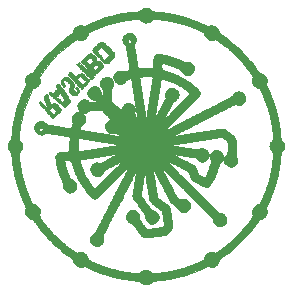
<source format=gbr>
G04 #@! TF.FileFunction,Legend,Bot*
%FSLAX46Y46*%
G04 Gerber Fmt 4.6, Leading zero omitted, Abs format (unit mm)*
G04 Created by KiCad (PCBNEW 0.201509251832+6217~30~ubuntu14.04.1-product) date lun 28 set 2015 23:17:44 CEST*
%MOMM*%
G01*
G04 APERTURE LIST*
%ADD10C,0.200000*%
%ADD11C,0.100000*%
G04 APERTURE END LIST*
D10*
D11*
G36*
X211733843Y-79286493D02*
X211733801Y-79258160D01*
X211733035Y-79195886D01*
X211730911Y-79149160D01*
X211726923Y-79113229D01*
X211720566Y-79083338D01*
X211712500Y-79057952D01*
X211689352Y-79002468D01*
X211659518Y-78948694D01*
X211620433Y-78892851D01*
X211569531Y-78831163D01*
X211525220Y-78782183D01*
X211497081Y-78752464D01*
X211474594Y-78728705D01*
X211456983Y-78708276D01*
X211443471Y-78688546D01*
X211433282Y-78666884D01*
X211425639Y-78640661D01*
X211419766Y-78607245D01*
X211414887Y-78564006D01*
X211410225Y-78508313D01*
X211405003Y-78437537D01*
X211398816Y-78353920D01*
X211392503Y-78275481D01*
X211385037Y-78190245D01*
X211377076Y-78105257D01*
X211369274Y-78027561D01*
X211363307Y-77972920D01*
X211356256Y-77910762D01*
X211349573Y-77850105D01*
X211343828Y-77796252D01*
X211339591Y-77754502D01*
X211338165Y-77739240D01*
X211333683Y-77699272D01*
X211328008Y-77663039D01*
X211323497Y-77642720D01*
X211318511Y-77620467D01*
X211311780Y-77583531D01*
X211304249Y-77537371D01*
X211297987Y-77495400D01*
X211280311Y-77376005D01*
X211263580Y-77272018D01*
X211248082Y-77185172D01*
X211236861Y-77129640D01*
X211229510Y-77094429D01*
X211219645Y-77045351D01*
X211208477Y-76988515D01*
X211197217Y-76930032D01*
X211195569Y-76921360D01*
X211172319Y-76807874D01*
X211142499Y-76677490D01*
X211106665Y-76532344D01*
X211065370Y-76374569D01*
X211019170Y-76206300D01*
X210968618Y-76029669D01*
X210930365Y-75900280D01*
X210861914Y-75683438D01*
X210787579Y-75467548D01*
X210787579Y-79791359D01*
X210780795Y-79933471D01*
X210773503Y-80054474D01*
X210762564Y-80191071D01*
X210748371Y-80338945D01*
X210731321Y-80493777D01*
X210723551Y-80558640D01*
X210716323Y-80617865D01*
X210709585Y-80673613D01*
X210703906Y-80721139D01*
X210699854Y-80755699D01*
X210698584Y-80766920D01*
X210693327Y-80806675D01*
X210684638Y-80862993D01*
X210673123Y-80932523D01*
X210659389Y-81011913D01*
X210644044Y-81097812D01*
X210627693Y-81186868D01*
X210610943Y-81275729D01*
X210594400Y-81361045D01*
X210578673Y-81439464D01*
X210565254Y-81503520D01*
X210544478Y-81596080D01*
X210519141Y-81702658D01*
X210490627Y-81817845D01*
X210460321Y-81936228D01*
X210429608Y-82052397D01*
X210399874Y-82160941D01*
X210372573Y-82256215D01*
X210355309Y-82315330D01*
X210340228Y-82368111D01*
X210328225Y-82411331D01*
X210320195Y-82441766D01*
X210317033Y-82456187D01*
X210317017Y-82456517D01*
X210312558Y-82473709D01*
X210302390Y-82496640D01*
X210294881Y-82514597D01*
X210282376Y-82548511D01*
X210266061Y-82594987D01*
X210247126Y-82650625D01*
X210226758Y-82712029D01*
X210222441Y-82725240D01*
X210187879Y-82827970D01*
X210149277Y-82936783D01*
X210107390Y-83049941D01*
X210062974Y-83165709D01*
X210016786Y-83282346D01*
X209969580Y-83398117D01*
X209922112Y-83511283D01*
X209875138Y-83620107D01*
X209829413Y-83722850D01*
X209785693Y-83817776D01*
X209744733Y-83903147D01*
X209707290Y-83977224D01*
X209674119Y-84038271D01*
X209645974Y-84084549D01*
X209623613Y-84114322D01*
X209614883Y-84122441D01*
X209590977Y-84134745D01*
X209555316Y-84147264D01*
X209521129Y-84156027D01*
X209423309Y-84185859D01*
X209330443Y-84232023D01*
X209244541Y-84292177D01*
X209167614Y-84363979D01*
X209101670Y-84445085D01*
X209048721Y-84533151D01*
X209010776Y-84625836D01*
X208989846Y-84720796D01*
X208986294Y-84779446D01*
X208990455Y-84823803D01*
X209001617Y-84880171D01*
X209018206Y-84942140D01*
X209038648Y-85003300D01*
X209045803Y-85021797D01*
X209057792Y-85054675D01*
X209065633Y-85082050D01*
X209067400Y-85093578D01*
X209061413Y-85111861D01*
X209044253Y-85144546D01*
X209017119Y-85189919D01*
X208981208Y-85246261D01*
X208937719Y-85311856D01*
X208887852Y-85384988D01*
X208832804Y-85463941D01*
X208773775Y-85546997D01*
X208711963Y-85632441D01*
X208648566Y-85718556D01*
X208584784Y-85803626D01*
X208521815Y-85885933D01*
X208460857Y-85963762D01*
X208451693Y-85975281D01*
X208418120Y-86016858D01*
X208387665Y-86053614D01*
X208363227Y-86082117D01*
X208347706Y-86098934D01*
X208345547Y-86100920D01*
X208331332Y-86115216D01*
X208308208Y-86140933D01*
X208280053Y-86173699D01*
X208264471Y-86192360D01*
X208117969Y-86363815D01*
X207956373Y-86542310D01*
X207782441Y-86725184D01*
X207598931Y-86909772D01*
X207408602Y-87093412D01*
X207214212Y-87273439D01*
X207018520Y-87447190D01*
X206824283Y-87612003D01*
X206641284Y-87759703D01*
X206562088Y-87820989D01*
X206479593Y-87883174D01*
X206395596Y-87945035D01*
X206311892Y-88005347D01*
X206230277Y-88062885D01*
X206152549Y-88116425D01*
X206080504Y-88164741D01*
X206015938Y-88206610D01*
X205960647Y-88240807D01*
X205916428Y-88266107D01*
X205885077Y-88281285D01*
X205870237Y-88285320D01*
X205843751Y-88280617D01*
X205814876Y-88269396D01*
X205756854Y-88245126D01*
X205687569Y-88225022D01*
X205616006Y-88211515D01*
X205590143Y-88208622D01*
X205491863Y-88210108D01*
X205395096Y-88231666D01*
X205300373Y-88273073D01*
X205208223Y-88334105D01*
X205131060Y-88402492D01*
X205058489Y-88482726D01*
X205003369Y-88562722D01*
X204963324Y-88646696D01*
X204935979Y-88738863D01*
X204932634Y-88754600D01*
X204922637Y-88791422D01*
X204909598Y-88823575D01*
X204901211Y-88837481D01*
X204883218Y-88852546D01*
X204848524Y-88874339D01*
X204799226Y-88901868D01*
X204737421Y-88934143D01*
X204665206Y-88970173D01*
X204584676Y-89008967D01*
X204497930Y-89049533D01*
X204407063Y-89090882D01*
X204314172Y-89132021D01*
X204221354Y-89171961D01*
X204130705Y-89209710D01*
X204044322Y-89244277D01*
X204022960Y-89252567D01*
X203964999Y-89274917D01*
X203904580Y-89298240D01*
X203848822Y-89319788D01*
X203804844Y-89336810D01*
X203804520Y-89336936D01*
X203768873Y-89350139D01*
X203718153Y-89368085D01*
X203656633Y-89389303D01*
X203588587Y-89412326D01*
X203518288Y-89435684D01*
X203494640Y-89443439D01*
X203425851Y-89465942D01*
X203359023Y-89487855D01*
X203298112Y-89507877D01*
X203247074Y-89524707D01*
X203209864Y-89537044D01*
X203200000Y-89540342D01*
X203118637Y-89566326D01*
X203021145Y-89595259D01*
X202911327Y-89626145D01*
X202792988Y-89657991D01*
X202669932Y-89689803D01*
X202545962Y-89720588D01*
X202424884Y-89749351D01*
X202310501Y-89775099D01*
X202260476Y-89785805D01*
X202125979Y-89812839D01*
X201983108Y-89839357D01*
X201834383Y-89865022D01*
X201682327Y-89889500D01*
X201529460Y-89912453D01*
X201378306Y-89933548D01*
X201231385Y-89952447D01*
X201091220Y-89968817D01*
X200960332Y-89982320D01*
X200841243Y-89992621D01*
X200736474Y-89999385D01*
X200648548Y-90002277D01*
X200633301Y-90002360D01*
X200562825Y-90002360D01*
X200484412Y-89924876D01*
X200395463Y-89844460D01*
X200309472Y-89782656D01*
X200224267Y-89738412D01*
X200137682Y-89710677D01*
X200047545Y-89698400D01*
X200015296Y-89697560D01*
X199927946Y-89702268D01*
X199849266Y-89717483D01*
X199775591Y-89744840D01*
X199703251Y-89785978D01*
X199628579Y-89842531D01*
X199567397Y-89897410D01*
X199456596Y-90002360D01*
X199376009Y-90002360D01*
X199302067Y-90000503D01*
X199210906Y-89995170D01*
X199105259Y-89986719D01*
X198987864Y-89975507D01*
X198861454Y-89961894D01*
X198728766Y-89946238D01*
X198592534Y-89928895D01*
X198455494Y-89910225D01*
X198320382Y-89890585D01*
X198189931Y-89870334D01*
X198066878Y-89849829D01*
X197953958Y-89829429D01*
X197853906Y-89809491D01*
X197784720Y-89794055D01*
X197742851Y-89784288D01*
X197689724Y-89772129D01*
X197633930Y-89759538D01*
X197606920Y-89753515D01*
X197529514Y-89735689D01*
X197442786Y-89714583D01*
X197349180Y-89690885D01*
X197251144Y-89665282D01*
X197151125Y-89638460D01*
X197051570Y-89611109D01*
X196954924Y-89583915D01*
X196863636Y-89557565D01*
X196780152Y-89532748D01*
X196706918Y-89510150D01*
X196646382Y-89490458D01*
X196600991Y-89474361D01*
X196575680Y-89463794D01*
X196559754Y-89457377D01*
X196528125Y-89445676D01*
X196484326Y-89429960D01*
X196431886Y-89411497D01*
X196382501Y-89394368D01*
X196292314Y-89362412D01*
X196195126Y-89326384D01*
X196092776Y-89287083D01*
X195987104Y-89245310D01*
X195879948Y-89201864D01*
X195773149Y-89157546D01*
X195668547Y-89113154D01*
X195567979Y-89069490D01*
X195473287Y-89027352D01*
X195386310Y-88987542D01*
X195308887Y-88950858D01*
X195242857Y-88918100D01*
X195190061Y-88890070D01*
X195152338Y-88867565D01*
X195131526Y-88851388D01*
X195130163Y-88849795D01*
X195118783Y-88827679D01*
X195107346Y-88793151D01*
X195098867Y-88756347D01*
X195087483Y-88711617D01*
X195068896Y-88657940D01*
X195046146Y-88603915D01*
X195041545Y-88594198D01*
X195017060Y-88546812D01*
X194992365Y-88507725D01*
X194962689Y-88470420D01*
X194923258Y-88428378D01*
X194911352Y-88416398D01*
X194828869Y-88341777D01*
X194748170Y-88285495D01*
X194666211Y-88246156D01*
X194579951Y-88222359D01*
X194486347Y-88212707D01*
X194467480Y-88212357D01*
X194396271Y-88214740D01*
X194334394Y-88224190D01*
X194272788Y-88242621D01*
X194217378Y-88265222D01*
X194171457Y-88280813D01*
X194138803Y-88281531D01*
X194113980Y-88271095D01*
X194074933Y-88249201D01*
X194023332Y-88217057D01*
X193960846Y-88175867D01*
X193889143Y-88126837D01*
X193809892Y-88071174D01*
X193724762Y-88010083D01*
X193635422Y-87944771D01*
X193543541Y-87876442D01*
X193450787Y-87806303D01*
X193358830Y-87735559D01*
X193269338Y-87665417D01*
X193183980Y-87597083D01*
X193126360Y-87549960D01*
X192994150Y-87437668D01*
X192852635Y-87311847D01*
X192704626Y-87175278D01*
X192552935Y-87030742D01*
X192400375Y-86881020D01*
X192249759Y-86728895D01*
X192103897Y-86577147D01*
X191965604Y-86428558D01*
X191837691Y-86285909D01*
X191774225Y-86212680D01*
X191716797Y-86144255D01*
X191654913Y-86068253D01*
X191589737Y-85986278D01*
X191522436Y-85899932D01*
X191454175Y-85810820D01*
X191386118Y-85720544D01*
X191319432Y-85630708D01*
X191255281Y-85542915D01*
X191194831Y-85458770D01*
X191139247Y-85379874D01*
X191089695Y-85307832D01*
X191047339Y-85244247D01*
X191013346Y-85190722D01*
X190988880Y-85148861D01*
X190975107Y-85120267D01*
X190972440Y-85109478D01*
X190976312Y-85089310D01*
X190986503Y-85057323D01*
X191000872Y-85020174D01*
X191002042Y-85017404D01*
X191035729Y-84914030D01*
X191049341Y-84810662D01*
X191043097Y-84708307D01*
X191017218Y-84607969D01*
X190971924Y-84510654D01*
X190907434Y-84417365D01*
X190858751Y-84362854D01*
X190768837Y-84282113D01*
X190674663Y-84220431D01*
X190574247Y-84176676D01*
X190495677Y-84155364D01*
X190457188Y-84146174D01*
X190425547Y-84136563D01*
X190406944Y-84128442D01*
X190405854Y-84127635D01*
X190395964Y-84113889D01*
X190379113Y-84084420D01*
X190356655Y-84042046D01*
X190329942Y-83989584D01*
X190300327Y-83929854D01*
X190269164Y-83865674D01*
X190237805Y-83799860D01*
X190207603Y-83735232D01*
X190179912Y-83674608D01*
X190156085Y-83620805D01*
X190137475Y-83576642D01*
X190125434Y-83544937D01*
X190124043Y-83540689D01*
X190115637Y-83518170D01*
X190101796Y-83485079D01*
X190088118Y-83454329D01*
X190071332Y-83416940D01*
X190054301Y-83377310D01*
X190036092Y-83333046D01*
X190015773Y-83281757D01*
X189992412Y-83221050D01*
X189965078Y-83148534D01*
X189932837Y-83061817D01*
X189894758Y-82958505D01*
X189892118Y-82951320D01*
X189848978Y-82833134D01*
X189812292Y-82730810D01*
X189781050Y-82641315D01*
X189754242Y-82561613D01*
X189730856Y-82488668D01*
X189709882Y-82419446D01*
X189690309Y-82350910D01*
X189681597Y-82319146D01*
X189667627Y-82268562D01*
X189653914Y-82220546D01*
X189642229Y-82181208D01*
X189635568Y-82160206D01*
X189628255Y-82135437D01*
X189617136Y-82093753D01*
X189602904Y-82038052D01*
X189586257Y-81971233D01*
X189567888Y-81896195D01*
X189548494Y-81815839D01*
X189528770Y-81733062D01*
X189509411Y-81650764D01*
X189491113Y-81571843D01*
X189474571Y-81499200D01*
X189460480Y-81435733D01*
X189450001Y-81386595D01*
X189428729Y-81279059D01*
X189407075Y-81161041D01*
X189385552Y-81035979D01*
X189364674Y-80907314D01*
X189344953Y-80778484D01*
X189326903Y-80652928D01*
X189311038Y-80534086D01*
X189297870Y-80425395D01*
X189287913Y-80330295D01*
X189282445Y-80264000D01*
X189279868Y-80230007D01*
X189275901Y-80182064D01*
X189271076Y-80126454D01*
X189265927Y-80069455D01*
X189265746Y-80067498D01*
X189261195Y-80009572D01*
X189258047Y-79951796D01*
X189256584Y-79900831D01*
X189257088Y-79863338D01*
X189257103Y-79863072D01*
X189260995Y-79794187D01*
X189359644Y-79690437D01*
X189439978Y-79596275D01*
X189500400Y-79503371D01*
X189541210Y-79410907D01*
X189562710Y-79318063D01*
X189565200Y-79224018D01*
X189555695Y-79156560D01*
X189534974Y-79077066D01*
X189506261Y-79004640D01*
X189467235Y-78935300D01*
X189415574Y-78865064D01*
X189348959Y-78789951D01*
X189331204Y-78771491D01*
X189294636Y-78733702D01*
X189270123Y-78706959D01*
X189255513Y-78687781D01*
X189248651Y-78672689D01*
X189247386Y-78658202D01*
X189249564Y-78640839D01*
X189249731Y-78639793D01*
X189252608Y-78615365D01*
X189256183Y-78575279D01*
X189260089Y-78524168D01*
X189263961Y-78466666D01*
X189265850Y-78435582D01*
X189269929Y-78371608D01*
X189274652Y-78306814D01*
X189279525Y-78247458D01*
X189284052Y-78199801D01*
X189285553Y-78186280D01*
X189291271Y-78136167D01*
X189297861Y-78075986D01*
X189304217Y-78015891D01*
X189306539Y-77993240D01*
X189317412Y-77897631D01*
X189332057Y-77786767D01*
X189349787Y-77665221D01*
X189369914Y-77537563D01*
X189391751Y-77408364D01*
X189408962Y-77312520D01*
X189504719Y-76849176D01*
X189619928Y-76391392D01*
X189754426Y-75939675D01*
X189908046Y-75494532D01*
X190080624Y-75056471D01*
X190271995Y-74625999D01*
X190305955Y-74554507D01*
X190342742Y-74480398D01*
X190374063Y-74423546D01*
X190401270Y-74382070D01*
X190425714Y-74354084D01*
X190448748Y-74337705D01*
X190465678Y-74331950D01*
X190526574Y-74319525D01*
X190572827Y-74308583D01*
X190609873Y-74297482D01*
X190643145Y-74284578D01*
X190678080Y-74268230D01*
X190680505Y-74267025D01*
X190740745Y-74230322D01*
X190803911Y-74180322D01*
X190865469Y-74121624D01*
X190920886Y-74058827D01*
X190965626Y-73996529D01*
X190988772Y-73954372D01*
X191015010Y-73888977D01*
X191035730Y-73820358D01*
X191049108Y-73755533D01*
X191053367Y-73705720D01*
X191049481Y-73660233D01*
X191038989Y-73603624D01*
X191023636Y-73543293D01*
X191005166Y-73486644D01*
X190996611Y-73465046D01*
X190979727Y-73417711D01*
X190975347Y-73384099D01*
X190976666Y-73375302D01*
X190984178Y-73359258D01*
X191001455Y-73329293D01*
X191026745Y-73288228D01*
X191058295Y-73238882D01*
X191094350Y-73184075D01*
X191111311Y-73158777D01*
X191361386Y-72805019D01*
X191629432Y-72458318D01*
X191913781Y-72120506D01*
X192212769Y-71793414D01*
X192524727Y-71478874D01*
X192847990Y-71178717D01*
X193141600Y-70927018D01*
X193219785Y-70863450D01*
X193303866Y-70796742D01*
X193392155Y-70728111D01*
X193482964Y-70658774D01*
X193574604Y-70589948D01*
X193665388Y-70522851D01*
X193753628Y-70458700D01*
X193837635Y-70398713D01*
X193915722Y-70344106D01*
X193986200Y-70296097D01*
X194047382Y-70255902D01*
X194097579Y-70224741D01*
X194135103Y-70203829D01*
X194157224Y-70194627D01*
X194182032Y-70194254D01*
X194217114Y-70204207D01*
X194252145Y-70218923D01*
X194350749Y-70253080D01*
X194452731Y-70267535D01*
X194556617Y-70262315D01*
X194660932Y-70237451D01*
X194731170Y-70209425D01*
X194770047Y-70190197D01*
X194802602Y-70170728D01*
X194833696Y-70147334D01*
X194868192Y-70116331D01*
X194910951Y-70074033D01*
X194914266Y-70070669D01*
X194974830Y-70004851D01*
X195020719Y-69943860D01*
X195054900Y-69882444D01*
X195080339Y-69815349D01*
X195098484Y-69744514D01*
X195107246Y-69707577D01*
X195117492Y-69677324D01*
X195131548Y-69651736D01*
X195151739Y-69628798D01*
X195180391Y-69606492D01*
X195219830Y-69582801D01*
X195272382Y-69555708D01*
X195340372Y-69523196D01*
X195369259Y-69509691D01*
X195432122Y-69480394D01*
X195495230Y-69450987D01*
X195553755Y-69423719D01*
X195602869Y-69400841D01*
X195634054Y-69386318D01*
X195668776Y-69370908D01*
X195719705Y-69349344D01*
X195784071Y-69322740D01*
X195859106Y-69292208D01*
X195942039Y-69258861D01*
X196030102Y-69223812D01*
X196120526Y-69188174D01*
X196210540Y-69153060D01*
X196297376Y-69119582D01*
X196306440Y-69116115D01*
X196419094Y-69074910D01*
X196548292Y-69030890D01*
X196690616Y-68985042D01*
X196842646Y-68938350D01*
X197000965Y-68891799D01*
X197162154Y-68846375D01*
X197322796Y-68803063D01*
X197479472Y-68762848D01*
X197628764Y-68726716D01*
X197759320Y-68697352D01*
X197859762Y-68676254D01*
X197963006Y-68655491D01*
X198065621Y-68635689D01*
X198164178Y-68617472D01*
X198255248Y-68601466D01*
X198335401Y-68588297D01*
X198401207Y-68578588D01*
X198432254Y-68574697D01*
X198478582Y-68568946D01*
X198521373Y-68562716D01*
X198553658Y-68557054D01*
X198561960Y-68555210D01*
X198592439Y-68549357D01*
X198638930Y-68542632D01*
X198697169Y-68535533D01*
X198762892Y-68528558D01*
X198831836Y-68522206D01*
X198871840Y-68518987D01*
X198919976Y-68514685D01*
X198968872Y-68509260D01*
X199008151Y-68503867D01*
X199009000Y-68503730D01*
X199039989Y-68499914D01*
X199085668Y-68495845D01*
X199140421Y-68491957D01*
X199198627Y-68488683D01*
X199212200Y-68488050D01*
X199264701Y-68485451D01*
X199309543Y-68482750D01*
X199343018Y-68480209D01*
X199361422Y-68478086D01*
X199363753Y-68477395D01*
X199375505Y-68475037D01*
X199400740Y-68473566D01*
X199418072Y-68473320D01*
X199439979Y-68473918D01*
X199457752Y-68477283D01*
X199475327Y-68485777D01*
X199496641Y-68501760D01*
X199525631Y-68527593D01*
X199556079Y-68556074D01*
X199655852Y-68641426D01*
X199753129Y-68706917D01*
X199848734Y-68752735D01*
X199943491Y-68779066D01*
X200038226Y-68786097D01*
X200133763Y-68774015D01*
X200230925Y-68743006D01*
X200280914Y-68720193D01*
X200326140Y-68695869D01*
X200366281Y-68669846D01*
X200406748Y-68638101D01*
X200452952Y-68596610D01*
X200474079Y-68576550D01*
X200576306Y-68478430D01*
X200657296Y-68474752D01*
X200707510Y-68474364D01*
X200766382Y-68476693D01*
X200822508Y-68481250D01*
X200831223Y-68482243D01*
X200877707Y-68487292D01*
X200937097Y-68492964D01*
X201002018Y-68498592D01*
X201065096Y-68503507D01*
X201069910Y-68503854D01*
X201131863Y-68508914D01*
X201195616Y-68515179D01*
X201254040Y-68521884D01*
X201300007Y-68528269D01*
X201303590Y-68528851D01*
X201354336Y-68536633D01*
X201407381Y-68543782D01*
X201452331Y-68548909D01*
X201457560Y-68549402D01*
X201508107Y-68554857D01*
X201571246Y-68562927D01*
X201639582Y-68572557D01*
X201705720Y-68582689D01*
X201762268Y-68592268D01*
X201777600Y-68595135D01*
X201806030Y-68600437D01*
X201849314Y-68608275D01*
X201902283Y-68617723D01*
X201959768Y-68627855D01*
X201979847Y-68631365D01*
X202031859Y-68640524D01*
X202077036Y-68648752D01*
X202119418Y-68656884D01*
X202163045Y-68665755D01*
X202211954Y-68676198D01*
X202270185Y-68689049D01*
X202341777Y-68705142D01*
X202392280Y-68716577D01*
X202478731Y-68736755D01*
X202573961Y-68759985D01*
X202675295Y-68785537D01*
X202780057Y-68812678D01*
X202885571Y-68840676D01*
X202989161Y-68868799D01*
X203088152Y-68896315D01*
X203179868Y-68922493D01*
X203261633Y-68946600D01*
X203330772Y-68967903D01*
X203384609Y-68985672D01*
X203410615Y-68995169D01*
X203451072Y-69010412D01*
X203490662Y-69024495D01*
X203514960Y-69032511D01*
X203546820Y-69043056D01*
X203594092Y-69059647D01*
X203653247Y-69080964D01*
X203720758Y-69105689D01*
X203793098Y-69132502D01*
X203866739Y-69160085D01*
X203938154Y-69187117D01*
X204003816Y-69212281D01*
X204060196Y-69234257D01*
X204103769Y-69251726D01*
X204124560Y-69260478D01*
X204142812Y-69268352D01*
X204176515Y-69282787D01*
X204222421Y-69302398D01*
X204277280Y-69325795D01*
X204337842Y-69351592D01*
X204358240Y-69360273D01*
X204484548Y-69414816D01*
X204595349Y-69464323D01*
X204690021Y-69508491D01*
X204767942Y-69547012D01*
X204828491Y-69579582D01*
X204871046Y-69605894D01*
X204892528Y-69623033D01*
X204913258Y-69647395D01*
X204927031Y-69674676D01*
X204937229Y-69712324D01*
X204940423Y-69728486D01*
X204968150Y-69823589D01*
X205014961Y-69917483D01*
X205079630Y-70008249D01*
X205160935Y-70093968D01*
X205190007Y-70119799D01*
X205272523Y-70178990D01*
X205363319Y-70224211D01*
X205458460Y-70254212D01*
X205554009Y-70267742D01*
X205643800Y-70263884D01*
X205694687Y-70253523D01*
X205751213Y-70237580D01*
X205799381Y-70220192D01*
X205839685Y-70204101D01*
X205867226Y-70195837D01*
X205887500Y-70194311D01*
X205906005Y-70198434D01*
X205907209Y-70198848D01*
X205933155Y-70211230D01*
X205973291Y-70234786D01*
X206025778Y-70268205D01*
X206088774Y-70310176D01*
X206160440Y-70359387D01*
X206238933Y-70414527D01*
X206322414Y-70474285D01*
X206409043Y-70537349D01*
X206496978Y-70602408D01*
X206584379Y-70668150D01*
X206669405Y-70733264D01*
X206750216Y-70796439D01*
X206786480Y-70825299D01*
X206870796Y-70893289D01*
X206947696Y-70956424D01*
X207019571Y-71016871D01*
X207088813Y-71076795D01*
X207157811Y-71138362D01*
X207228958Y-71203737D01*
X207304644Y-71275087D01*
X207387262Y-71354578D01*
X207479201Y-71444374D01*
X207582605Y-71546397D01*
X207701200Y-71664375D01*
X207806805Y-71770681D01*
X207901381Y-71867408D01*
X207986887Y-71956645D01*
X208065283Y-72040485D01*
X208138529Y-72121018D01*
X208208584Y-72200337D01*
X208277409Y-72280532D01*
X208335089Y-72349360D01*
X208398006Y-72426315D01*
X208464176Y-72509331D01*
X208532369Y-72596707D01*
X208601353Y-72686741D01*
X208669899Y-72777731D01*
X208736777Y-72867976D01*
X208800756Y-72955773D01*
X208860607Y-73039420D01*
X208915098Y-73117216D01*
X208963000Y-73187459D01*
X209003083Y-73248446D01*
X209034116Y-73298476D01*
X209054869Y-73335847D01*
X209063798Y-73357472D01*
X209063082Y-73388325D01*
X209049413Y-73430875D01*
X209047513Y-73435299D01*
X209023177Y-73494049D01*
X209007285Y-73542165D01*
X208998237Y-73586676D01*
X208994430Y-73634610D01*
X208994005Y-73670160D01*
X209001582Y-73775700D01*
X209024191Y-73871000D01*
X209063184Y-73959248D01*
X209119913Y-74043630D01*
X209182191Y-74113785D01*
X209265228Y-74189977D01*
X209347758Y-74247944D01*
X209432910Y-74289454D01*
X209523818Y-74316272D01*
X209550000Y-74321265D01*
X209583524Y-74328322D01*
X209609764Y-74338498D01*
X209631800Y-74354841D01*
X209652709Y-74380403D01*
X209675573Y-74418231D01*
X209703469Y-74471374D01*
X209705376Y-74475128D01*
X209747188Y-74560473D01*
X209794126Y-74661384D01*
X209844671Y-74774226D01*
X209897303Y-74895362D01*
X209950503Y-75021157D01*
X210002751Y-75147975D01*
X210052529Y-75272180D01*
X210098316Y-75390135D01*
X210138592Y-75498206D01*
X210169320Y-75585320D01*
X210187346Y-75637524D01*
X210204300Y-75685218D01*
X210218543Y-75723891D01*
X210228438Y-75749033D01*
X210230173Y-75752960D01*
X210242785Y-75784392D01*
X210259650Y-75832976D01*
X210280038Y-75896169D01*
X210303217Y-75971425D01*
X210328457Y-76056198D01*
X210355026Y-76147943D01*
X210382194Y-76244114D01*
X210409230Y-76342165D01*
X210435403Y-76439552D01*
X210459982Y-76533728D01*
X210482237Y-76622148D01*
X210495630Y-76677520D01*
X210510402Y-76739421D01*
X210524160Y-76796341D01*
X210536007Y-76844619D01*
X210545043Y-76880593D01*
X210550370Y-76900602D01*
X210550499Y-76901040D01*
X210558209Y-76931247D01*
X210568591Y-76978335D01*
X210581063Y-77039130D01*
X210595044Y-77110454D01*
X210609950Y-77189133D01*
X210625201Y-77271990D01*
X210640214Y-77355849D01*
X210654408Y-77437535D01*
X210667200Y-77513872D01*
X210678008Y-77581683D01*
X210686251Y-77637794D01*
X210688268Y-77652880D01*
X210695682Y-77709164D01*
X210703429Y-77766246D01*
X210710473Y-77816558D01*
X210714761Y-77845920D01*
X210723894Y-77911554D01*
X210733212Y-77987706D01*
X210742455Y-78071302D01*
X210751359Y-78159268D01*
X210759665Y-78248530D01*
X210767109Y-78336015D01*
X210773431Y-78418649D01*
X210778368Y-78493358D01*
X210781659Y-78557069D01*
X210783042Y-78606707D01*
X210782284Y-78638860D01*
X210779716Y-78662959D01*
X210774960Y-78682254D01*
X210765509Y-78700734D01*
X210748859Y-78722387D01*
X210722505Y-78751201D01*
X210691548Y-78783331D01*
X210655272Y-78821589D01*
X210621997Y-78858251D01*
X210595645Y-78888901D01*
X210581126Y-78907640D01*
X210564777Y-78930854D01*
X210553169Y-78946076D01*
X210551142Y-78948280D01*
X210541456Y-78963309D01*
X210528189Y-78991653D01*
X210513781Y-79027223D01*
X210500670Y-79063925D01*
X210491296Y-79095670D01*
X210490129Y-79100680D01*
X210482981Y-79151311D01*
X210480216Y-79212137D01*
X210481675Y-79275456D01*
X210487204Y-79333569D01*
X210495716Y-79375696D01*
X210523213Y-79450169D01*
X210562947Y-79524630D01*
X210616642Y-79601723D01*
X210686022Y-79684093D01*
X210722145Y-79722880D01*
X210787579Y-79791359D01*
X210787579Y-75467548D01*
X210783072Y-75454458D01*
X210695504Y-75217563D01*
X210600873Y-74976973D01*
X210500843Y-74736911D01*
X210397076Y-74501598D01*
X210291237Y-74275256D01*
X210285124Y-74262606D01*
X210250350Y-74191028D01*
X210223440Y-74134955D01*
X210203860Y-74091386D01*
X210191074Y-74057324D01*
X210184549Y-74029769D01*
X210183749Y-74005722D01*
X210188139Y-73982185D01*
X210197185Y-73956159D01*
X210210351Y-73924645D01*
X210220553Y-73900546D01*
X210240514Y-73835352D01*
X210252311Y-73759128D01*
X210255278Y-73679730D01*
X210248751Y-73605016D01*
X210246600Y-73593096D01*
X210216844Y-73493060D01*
X210168575Y-73397070D01*
X210103536Y-73307578D01*
X210023471Y-73227038D01*
X209943265Y-73166368D01*
X209850952Y-73113819D01*
X209763057Y-73080584D01*
X209699143Y-73068317D01*
X209660854Y-73060765D01*
X209625710Y-73048093D01*
X209613235Y-73041185D01*
X209597575Y-73026048D01*
X209573041Y-72996678D01*
X209541793Y-72955904D01*
X209505995Y-72906555D01*
X209467806Y-72851461D01*
X209464092Y-72845970D01*
X209306670Y-72619245D01*
X209139758Y-72390985D01*
X208965611Y-72163905D01*
X208786485Y-71940723D01*
X208604637Y-71724153D01*
X208422322Y-71516913D01*
X208241797Y-71321719D01*
X208065317Y-71141285D01*
X207975649Y-71053960D01*
X207658920Y-70762656D01*
X207325911Y-70478543D01*
X206980203Y-70204509D01*
X206625376Y-69943440D01*
X206435903Y-69812037D01*
X206380208Y-69773872D01*
X206329362Y-69738376D01*
X206286087Y-69707502D01*
X206253104Y-69683201D01*
X206233136Y-69667427D01*
X206229271Y-69663799D01*
X206218800Y-69644700D01*
X206206752Y-69611118D01*
X206194994Y-69568596D01*
X206190398Y-69548495D01*
X206156094Y-69435185D01*
X206104089Y-69331205D01*
X206035323Y-69237800D01*
X205950736Y-69156216D01*
X205851269Y-69087698D01*
X205835774Y-69078980D01*
X205734522Y-69033703D01*
X205632921Y-69008730D01*
X205530677Y-69004047D01*
X205427494Y-69019637D01*
X205329694Y-69052630D01*
X205292300Y-69067387D01*
X205259809Y-69078167D01*
X205238644Y-69082865D01*
X205237226Y-69082920D01*
X205222063Y-69078593D01*
X205191736Y-69066495D01*
X205149250Y-69047950D01*
X205097611Y-69024285D01*
X205039825Y-68996823D01*
X205019349Y-68986875D01*
X204892888Y-68925667D01*
X204781843Y-68873188D01*
X204683841Y-68828349D01*
X204596508Y-68790060D01*
X204530960Y-68762692D01*
X204484421Y-68743372D01*
X204436676Y-68722946D01*
X204397139Y-68705451D01*
X204392981Y-68703551D01*
X204347040Y-68683539D01*
X204284905Y-68658099D01*
X204209614Y-68628355D01*
X204124208Y-68595432D01*
X204031726Y-68560456D01*
X203935207Y-68524550D01*
X203837691Y-68488840D01*
X203742218Y-68454450D01*
X203651827Y-68422506D01*
X203569558Y-68394133D01*
X203498450Y-68370455D01*
X203459080Y-68357936D01*
X203285218Y-68305487D01*
X203105667Y-68253909D01*
X202924661Y-68204311D01*
X202746436Y-68157806D01*
X202575228Y-68115502D01*
X202415271Y-68078510D01*
X202295760Y-68052978D01*
X202220826Y-68038279D01*
X202130931Y-68021604D01*
X202031232Y-68003838D01*
X201926885Y-67985862D01*
X201823047Y-67968558D01*
X201724876Y-67952808D01*
X201637527Y-67939496D01*
X201604880Y-67934783D01*
X201556933Y-67927844D01*
X201508192Y-67920528D01*
X201468920Y-67914374D01*
X201467720Y-67914179D01*
X201435065Y-67909681D01*
X201388585Y-67904352D01*
X201334717Y-67898888D01*
X201284840Y-67894398D01*
X201227710Y-67889273D01*
X201170058Y-67883541D01*
X201119177Y-67877956D01*
X201086720Y-67873892D01*
X201050335Y-67869200D01*
X201012173Y-67865097D01*
X200968762Y-67861318D01*
X200916630Y-67857601D01*
X200852306Y-67853683D01*
X200772318Y-67849298D01*
X200741280Y-67847673D01*
X200689845Y-67844310D01*
X200644429Y-67840063D01*
X200609615Y-67835448D01*
X200589984Y-67830982D01*
X200588880Y-67830487D01*
X200573224Y-67819359D01*
X200547130Y-67797541D01*
X200514689Y-67768548D01*
X200490556Y-67746017D01*
X200403512Y-67669109D01*
X200321801Y-67609442D01*
X200242990Y-67565477D01*
X200164647Y-67535679D01*
X200152000Y-67532126D01*
X200105669Y-67524139D01*
X200046488Y-67520361D01*
X199981508Y-67520892D01*
X199917778Y-67525834D01*
X199898000Y-67528484D01*
X199822615Y-67547543D01*
X199746397Y-67582580D01*
X199667694Y-67634582D01*
X199584856Y-67704535D01*
X199553789Y-67734219D01*
X199506696Y-67778635D01*
X199468429Y-67809518D01*
X199434980Y-67829092D01*
X199402346Y-67839580D01*
X199366519Y-67843206D01*
X199357306Y-67843303D01*
X199316268Y-67844473D01*
X199258341Y-67847911D01*
X199186399Y-67853312D01*
X199103314Y-67860375D01*
X199011959Y-67868797D01*
X198915206Y-67878275D01*
X198815928Y-67888506D01*
X198716997Y-67899189D01*
X198621287Y-67910020D01*
X198531669Y-67920697D01*
X198451016Y-67930917D01*
X198382202Y-67940378D01*
X198328098Y-67948776D01*
X198293515Y-67955366D01*
X198268138Y-67960346D01*
X198227764Y-67967410D01*
X198177500Y-67975698D01*
X198122455Y-67984352D01*
X198109840Y-67986275D01*
X197945166Y-68013769D01*
X197763877Y-68048879D01*
X197565548Y-68091700D01*
X197349757Y-68142327D01*
X197116079Y-68200854D01*
X196916040Y-68253411D01*
X196757977Y-68298206D01*
X196585649Y-68351628D01*
X196402577Y-68412484D01*
X196212284Y-68479581D01*
X196018292Y-68551726D01*
X195900040Y-68597548D01*
X195806124Y-68634707D01*
X195716211Y-68670665D01*
X195632290Y-68704598D01*
X195556350Y-68735684D01*
X195490378Y-68763099D01*
X195436363Y-68786020D01*
X195396294Y-68803625D01*
X195372159Y-68815091D01*
X195366640Y-68818299D01*
X195351636Y-68826175D01*
X195325257Y-68837653D01*
X195310760Y-68843446D01*
X195288958Y-68852790D01*
X195252017Y-68869610D01*
X195203047Y-68892446D01*
X195145158Y-68919839D01*
X195081462Y-68950330D01*
X195033928Y-68973297D01*
X194962940Y-69007928D01*
X194907367Y-69034806D01*
X194864070Y-69054461D01*
X194829909Y-69067422D01*
X194801742Y-69074215D01*
X194776430Y-69075371D01*
X194750833Y-69071418D01*
X194721810Y-69062883D01*
X194686221Y-69050296D01*
X194651092Y-69037727D01*
X194549914Y-69011494D01*
X194450176Y-69004785D01*
X194350265Y-69017714D01*
X194248567Y-69050396D01*
X194206723Y-69069173D01*
X194162575Y-69092790D01*
X194122740Y-69119896D01*
X194081354Y-69154904D01*
X194040387Y-69194359D01*
X193963894Y-69281352D01*
X193906717Y-69370642D01*
X193867856Y-69463993D01*
X193852123Y-69526751D01*
X193842470Y-69569035D01*
X193831010Y-69607404D01*
X193820076Y-69634150D01*
X193819127Y-69635844D01*
X193803388Y-69653565D01*
X193772490Y-69680133D01*
X193728625Y-69713821D01*
X193673984Y-69752898D01*
X193649149Y-69769958D01*
X193262353Y-70043099D01*
X192893111Y-70325215D01*
X192540288Y-70617442D01*
X192202754Y-70920914D01*
X191879373Y-71236768D01*
X191569016Y-71566139D01*
X191270547Y-71910162D01*
X190982836Y-72269973D01*
X190704749Y-72646707D01*
X190534644Y-72892277D01*
X190502645Y-72938335D01*
X190472478Y-72979478D01*
X190446866Y-73012151D01*
X190428531Y-73032800D01*
X190423800Y-73036930D01*
X190402122Y-73047271D01*
X190366921Y-73058606D01*
X190324768Y-73068907D01*
X190312040Y-73071437D01*
X190219541Y-73095974D01*
X190134846Y-73134321D01*
X190054186Y-73188575D01*
X189976313Y-73258308D01*
X189931899Y-73304604D01*
X189898759Y-73344532D01*
X189872232Y-73384336D01*
X189847659Y-73430258D01*
X189847097Y-73431400D01*
X189815234Y-73503234D01*
X189795417Y-73567171D01*
X189786111Y-73630429D01*
X189785783Y-73700227D01*
X189786666Y-73715711D01*
X189793672Y-73777159D01*
X189807606Y-73838109D01*
X189829103Y-73903746D01*
X189865892Y-74005251D01*
X189848693Y-74051066D01*
X189837144Y-74078776D01*
X189818985Y-74118874D01*
X189796852Y-74165654D01*
X189776794Y-74206593D01*
X189672026Y-74423784D01*
X189570693Y-74648557D01*
X189470499Y-74886084D01*
X189426154Y-74996040D01*
X189402863Y-75054284D01*
X189381221Y-75107908D01*
X189362707Y-75153294D01*
X189348796Y-75186820D01*
X189341220Y-75204320D01*
X189322570Y-75248104D01*
X189299241Y-75308664D01*
X189272134Y-75383238D01*
X189242149Y-75469065D01*
X189210188Y-75563381D01*
X189177152Y-75663425D01*
X189143941Y-75766435D01*
X189111457Y-75869648D01*
X189080600Y-75970302D01*
X189052272Y-76065635D01*
X189027373Y-76152885D01*
X189006806Y-76229289D01*
X189006498Y-76230480D01*
X188991521Y-76287653D01*
X188976472Y-76343557D01*
X188962928Y-76392432D01*
X188952467Y-76428516D01*
X188950887Y-76433680D01*
X188934057Y-76493212D01*
X188914882Y-76570188D01*
X188893857Y-76661933D01*
X188871481Y-76765770D01*
X188848247Y-76879025D01*
X188824653Y-76999021D01*
X188801195Y-77123082D01*
X188778370Y-77248533D01*
X188756673Y-77372697D01*
X188736600Y-77492900D01*
X188718648Y-77606464D01*
X188703313Y-77710715D01*
X188691092Y-77802976D01*
X188682480Y-77880571D01*
X188682393Y-77881480D01*
X188679583Y-77908962D01*
X188675041Y-77951145D01*
X188669367Y-78002542D01*
X188663160Y-78057670D01*
X188662398Y-78064360D01*
X188655978Y-78122784D01*
X188649967Y-78181280D01*
X188645027Y-78233167D01*
X188641821Y-78271761D01*
X188641758Y-78272640D01*
X188637507Y-78330254D01*
X188632502Y-78393586D01*
X188627128Y-78458203D01*
X188621771Y-78519669D01*
X188616815Y-78573550D01*
X188612645Y-78615411D01*
X188609985Y-78638400D01*
X188605387Y-78658438D01*
X188595581Y-78678798D01*
X188578069Y-78703014D01*
X188550354Y-78734618D01*
X188517117Y-78769712D01*
X188448262Y-78845257D01*
X188395072Y-78913958D01*
X188355776Y-78979395D01*
X188328598Y-79045154D01*
X188311765Y-79114817D01*
X188303503Y-79191966D01*
X188302986Y-79202280D01*
X188302605Y-79280031D01*
X188309780Y-79349981D01*
X188325898Y-79415126D01*
X188352348Y-79478463D01*
X188390516Y-79542987D01*
X188441790Y-79611693D01*
X188507557Y-79687578D01*
X188547690Y-79730600D01*
X188610464Y-79796640D01*
X188623055Y-79903320D01*
X188628507Y-79955156D01*
X188632769Y-80006410D01*
X188635251Y-80049416D01*
X188635643Y-80066801D01*
X188636732Y-80094988D01*
X188639786Y-80139874D01*
X188644475Y-80197971D01*
X188650475Y-80265786D01*
X188657457Y-80339829D01*
X188665094Y-80416611D01*
X188673061Y-80492640D01*
X188681029Y-80564427D01*
X188686949Y-80614520D01*
X188704716Y-80748208D01*
X188726892Y-80895898D01*
X188752657Y-81053179D01*
X188781193Y-81215639D01*
X188811683Y-81378866D01*
X188843307Y-81538447D01*
X188875248Y-81689971D01*
X188906688Y-81829026D01*
X188929693Y-81923455D01*
X188947208Y-81992646D01*
X188965002Y-82062908D01*
X188981735Y-82128954D01*
X188996068Y-82185497D01*
X189006060Y-82224880D01*
X189022004Y-82284019D01*
X189043641Y-82358877D01*
X189069869Y-82446022D01*
X189099583Y-82542024D01*
X189131681Y-82643453D01*
X189165057Y-82746876D01*
X189198610Y-82848865D01*
X189231235Y-82945987D01*
X189261828Y-83034812D01*
X189289287Y-83111909D01*
X189305088Y-83154520D01*
X189327676Y-83214193D01*
X189352108Y-83278819D01*
X189375209Y-83339999D01*
X189391467Y-83383120D01*
X189407987Y-83425717D01*
X189430442Y-83481822D01*
X189456734Y-83546282D01*
X189484760Y-83613943D01*
X189510074Y-83674123D01*
X189535325Y-83733277D01*
X189560203Y-83790688D01*
X189585900Y-83848974D01*
X189613604Y-83910756D01*
X189644504Y-83978652D01*
X189679790Y-84055282D01*
X189720652Y-84143266D01*
X189768278Y-84245222D01*
X189804425Y-84322357D01*
X189868498Y-84458954D01*
X189850455Y-84505237D01*
X189835934Y-84542500D01*
X189819086Y-84585756D01*
X189810659Y-84607400D01*
X189797233Y-84658248D01*
X189789816Y-84721915D01*
X189788365Y-84791823D01*
X189792835Y-84861395D01*
X189803184Y-84924052D01*
X189812993Y-84957823D01*
X189861248Y-85061617D01*
X189927003Y-85157778D01*
X190008029Y-85243549D01*
X190102099Y-85316172D01*
X190102864Y-85316670D01*
X190162183Y-85350923D01*
X190224075Y-85379162D01*
X190283030Y-85399279D01*
X190333537Y-85409168D01*
X190346400Y-85409826D01*
X190369596Y-85411367D01*
X190390916Y-85416884D01*
X190412067Y-85428122D01*
X190434758Y-85446828D01*
X190460696Y-85474746D01*
X190491589Y-85513621D01*
X190529144Y-85565199D01*
X190575069Y-85631226D01*
X190602943Y-85672023D01*
X190777918Y-85921574D01*
X190961924Y-86169785D01*
X191152931Y-86414286D01*
X191348910Y-86652704D01*
X191547834Y-86882670D01*
X191747673Y-87101812D01*
X191946399Y-87307759D01*
X192141982Y-87498141D01*
X192252652Y-87600019D01*
X192483939Y-87804441D01*
X192707626Y-87994187D01*
X192926921Y-88171790D01*
X193145034Y-88339780D01*
X193365173Y-88500689D01*
X193590549Y-88657046D01*
X193607051Y-88668188D01*
X193661151Y-88704902D01*
X193710731Y-88739025D01*
X193752844Y-88768492D01*
X193784543Y-88791237D01*
X193802882Y-88805193D01*
X193804710Y-88806769D01*
X193817541Y-88821073D01*
X193828093Y-88840408D01*
X193837732Y-88868668D01*
X193847821Y-88909746D01*
X193858024Y-88958926D01*
X193885641Y-89049176D01*
X193930837Y-89137544D01*
X193990894Y-89221240D01*
X194063092Y-89297473D01*
X194144710Y-89363452D01*
X194233029Y-89416387D01*
X194325330Y-89453487D01*
X194345560Y-89459159D01*
X194418200Y-89471232D01*
X194498301Y-89473458D01*
X194578385Y-89466279D01*
X194650977Y-89450135D01*
X194680840Y-89439383D01*
X194718815Y-89423203D01*
X194748964Y-89411062D01*
X194774414Y-89403479D01*
X194798290Y-89400974D01*
X194823716Y-89404064D01*
X194853820Y-89413268D01*
X194891726Y-89429104D01*
X194940561Y-89452091D01*
X195003449Y-89482747D01*
X195034992Y-89498125D01*
X195189217Y-89571608D01*
X195348730Y-89644791D01*
X195509965Y-89716163D01*
X195669354Y-89784215D01*
X195823332Y-89847436D01*
X195968333Y-89904316D01*
X196100790Y-89953344D01*
X196154040Y-89971993D01*
X196202095Y-89988735D01*
X196243424Y-90003608D01*
X196274090Y-90015161D01*
X196290154Y-90021943D01*
X196291200Y-90022551D01*
X196310037Y-90031566D01*
X196346205Y-90045225D01*
X196397424Y-90062843D01*
X196461415Y-90083739D01*
X196535897Y-90107229D01*
X196618593Y-90132630D01*
X196707221Y-90159260D01*
X196799504Y-90186436D01*
X196893161Y-90213474D01*
X196985914Y-90239693D01*
X197075482Y-90264409D01*
X197159587Y-90286940D01*
X197235949Y-90306602D01*
X197256400Y-90311690D01*
X197316300Y-90326562D01*
X197375772Y-90341516D01*
X197429002Y-90355076D01*
X197470177Y-90365771D01*
X197479920Y-90368364D01*
X197505856Y-90375127D01*
X197533820Y-90381921D01*
X197566253Y-90389249D01*
X197605601Y-90397614D01*
X197654307Y-90407521D01*
X197714815Y-90419472D01*
X197789569Y-90433971D01*
X197881013Y-90451522D01*
X197916800Y-90458362D01*
X198113683Y-90493485D01*
X198325239Y-90526691D01*
X198545855Y-90557255D01*
X198769920Y-90584454D01*
X198991821Y-90607564D01*
X199205946Y-90625859D01*
X199227343Y-90627442D01*
X199300562Y-90632721D01*
X199356787Y-90637170D01*
X199399263Y-90641797D01*
X199431232Y-90647610D01*
X199455939Y-90655619D01*
X199476626Y-90666832D01*
X199496537Y-90682258D01*
X199518916Y-90702904D01*
X199542400Y-90725404D01*
X199625373Y-90799940D01*
X199701571Y-90858140D01*
X199774030Y-90901463D01*
X199845788Y-90931368D01*
X199919880Y-90949313D01*
X199999346Y-90956756D01*
X200025000Y-90957159D01*
X200112477Y-90951566D01*
X200192981Y-90933788D01*
X200269807Y-90902333D01*
X200346248Y-90855707D01*
X200425597Y-90792414D01*
X200462491Y-90758702D01*
X200501843Y-90722451D01*
X200537881Y-90690968D01*
X200567156Y-90667149D01*
X200586215Y-90653889D01*
X200589015Y-90652549D01*
X200605980Y-90649118D01*
X200639839Y-90644681D01*
X200687211Y-90639594D01*
X200744716Y-90634211D01*
X200808972Y-90628886D01*
X200829431Y-90627326D01*
X200925804Y-90619505D01*
X201031514Y-90609838D01*
X201143308Y-90598704D01*
X201257935Y-90586484D01*
X201372143Y-90573558D01*
X201482680Y-90560304D01*
X201586295Y-90547104D01*
X201679735Y-90534337D01*
X201759750Y-90522382D01*
X201823086Y-90511620D01*
X201828400Y-90510620D01*
X201858654Y-90505123D01*
X201902892Y-90497413D01*
X201955039Y-90488537D01*
X202006200Y-90480006D01*
X202064820Y-90470347D01*
X202114258Y-90462142D01*
X202157111Y-90454849D01*
X202195978Y-90447926D01*
X202233458Y-90440828D01*
X202272149Y-90433014D01*
X202314650Y-90423941D01*
X202363561Y-90413066D01*
X202421478Y-90399847D01*
X202491003Y-90383740D01*
X202574732Y-90364204D01*
X202675264Y-90340694D01*
X202692000Y-90336781D01*
X203038201Y-90248609D01*
X203394227Y-90143768D01*
X203758880Y-90022658D01*
X204130963Y-89885679D01*
X204509275Y-89733234D01*
X204556360Y-89713358D01*
X204621351Y-89685449D01*
X204683945Y-89657949D01*
X204740330Y-89632582D01*
X204786695Y-89611067D01*
X204819227Y-89595127D01*
X204825600Y-89591756D01*
X204851710Y-89578208D01*
X204889906Y-89559287D01*
X204936991Y-89536489D01*
X204989770Y-89511308D01*
X205045049Y-89485239D01*
X205099632Y-89459775D01*
X205150324Y-89436412D01*
X205193930Y-89416644D01*
X205227256Y-89401965D01*
X205247105Y-89393872D01*
X205251005Y-89392760D01*
X205262807Y-89396264D01*
X205289072Y-89405697D01*
X205325395Y-89419446D01*
X205351598Y-89429650D01*
X205452587Y-89460033D01*
X205555275Y-89473321D01*
X205656105Y-89469520D01*
X205751522Y-89448638D01*
X205802676Y-89428841D01*
X205865353Y-89393059D01*
X205931781Y-89342916D01*
X205997630Y-89282693D01*
X206058568Y-89216671D01*
X206110264Y-89149133D01*
X206145728Y-89089755D01*
X206160580Y-89054096D01*
X206176096Y-89007011D01*
X206189521Y-88957107D01*
X206192686Y-88943072D01*
X206208156Y-88882473D01*
X206224461Y-88841754D01*
X206235317Y-88826026D01*
X206250993Y-88812459D01*
X206280341Y-88789958D01*
X206320140Y-88760882D01*
X206367170Y-88727589D01*
X206410560Y-88697646D01*
X206493010Y-88640993D01*
X206576868Y-88582594D01*
X206659387Y-88524420D01*
X206737819Y-88468438D01*
X206809418Y-88416618D01*
X206871435Y-88370930D01*
X206921124Y-88333343D01*
X206945459Y-88314229D01*
X207100225Y-88189107D01*
X207240021Y-88074677D01*
X207364359Y-87971342D01*
X207472751Y-87879503D01*
X207477360Y-87875549D01*
X207747446Y-87635161D01*
X208015321Y-87380035D01*
X208276566Y-87114665D01*
X208526767Y-86843540D01*
X208761507Y-86571151D01*
X208769581Y-86561417D01*
X208814502Y-86507268D01*
X208858315Y-86454599D01*
X208898202Y-86406789D01*
X208931343Y-86367213D01*
X208954920Y-86339251D01*
X208958230Y-86335361D01*
X208995277Y-86290319D01*
X209041731Y-86231275D01*
X209095532Y-86161004D01*
X209154625Y-86082282D01*
X209216951Y-85997884D01*
X209280451Y-85910586D01*
X209343069Y-85823162D01*
X209402747Y-85738387D01*
X209429720Y-85699486D01*
X209471946Y-85638707D01*
X209511612Y-85582477D01*
X209546918Y-85533284D01*
X209576059Y-85493616D01*
X209597234Y-85465960D01*
X209608156Y-85453238D01*
X209635750Y-85436626D01*
X209682413Y-85420889D01*
X209726303Y-85410360D01*
X209833446Y-85379017D01*
X209929189Y-85332425D01*
X210017110Y-85268631D01*
X210061486Y-85227452D01*
X210135018Y-85144913D01*
X210189766Y-85062065D01*
X210227110Y-84976082D01*
X210248429Y-84884136D01*
X210253586Y-84833886D01*
X210252810Y-84738811D01*
X210236807Y-84648561D01*
X210204758Y-84556901D01*
X210190118Y-84519901D01*
X210179455Y-84488006D01*
X210174881Y-84467594D01*
X210174840Y-84466434D01*
X210179232Y-84452105D01*
X210191589Y-84422340D01*
X210210684Y-84379821D01*
X210235286Y-84327233D01*
X210264168Y-84267259D01*
X210290201Y-84214417D01*
X210330258Y-84133755D01*
X210363499Y-84066255D01*
X210391698Y-84008009D01*
X210416629Y-83955111D01*
X210440066Y-83903653D01*
X210463780Y-83849729D01*
X210489548Y-83789432D01*
X210519141Y-83718855D01*
X210554333Y-83634091D01*
X210561492Y-83616800D01*
X210587933Y-83552166D01*
X210616522Y-83480955D01*
X210646314Y-83405645D01*
X210676366Y-83328719D01*
X210705732Y-83252654D01*
X210733469Y-83179932D01*
X210758633Y-83113031D01*
X210780278Y-83054433D01*
X210797462Y-83006617D01*
X210809239Y-82972062D01*
X210814665Y-82953248D01*
X210814920Y-82951236D01*
X210818317Y-82938088D01*
X210827605Y-82909893D01*
X210841429Y-82870589D01*
X210858434Y-82824114D01*
X210861350Y-82816303D01*
X210889325Y-82737052D01*
X210920473Y-82640917D01*
X210953992Y-82530944D01*
X210989080Y-82410176D01*
X211024934Y-82281657D01*
X211060752Y-82148432D01*
X211095731Y-82013544D01*
X211129069Y-81880037D01*
X211159964Y-81750956D01*
X211187613Y-81629346D01*
X211211213Y-81518249D01*
X211229963Y-81420710D01*
X211231494Y-81412080D01*
X211242192Y-81351669D01*
X211254866Y-81280688D01*
X211267831Y-81208558D01*
X211278028Y-81152228D01*
X211288508Y-81092095D01*
X211298556Y-81030016D01*
X211307040Y-80973264D01*
X211312825Y-80929110D01*
X211312871Y-80928708D01*
X211318765Y-80880239D01*
X211326492Y-80821099D01*
X211334805Y-80760705D01*
X211339028Y-80731360D01*
X211351955Y-80636180D01*
X211365220Y-80525533D01*
X211378334Y-80404258D01*
X211390805Y-80277193D01*
X211402144Y-80149173D01*
X211411858Y-80025038D01*
X211414540Y-79986976D01*
X211418851Y-79931031D01*
X211423628Y-79880695D01*
X211428401Y-79840206D01*
X211432703Y-79813802D01*
X211434406Y-79807521D01*
X211444614Y-79791376D01*
X211466112Y-79764169D01*
X211495991Y-79729374D01*
X211531343Y-79690465D01*
X211540690Y-79680509D01*
X211579305Y-79637998D01*
X211615224Y-79595475D01*
X211644731Y-79557535D01*
X211664109Y-79528775D01*
X211665737Y-79525864D01*
X211685598Y-79489179D01*
X211705229Y-79453172D01*
X211714034Y-79437140D01*
X211722300Y-79419731D01*
X211727967Y-79400012D01*
X211731481Y-79373933D01*
X211733291Y-79337444D01*
X211733843Y-79286493D01*
X211733843Y-79286493D01*
X211733843Y-79286493D01*
G37*
X211733843Y-79286493D02*
X211733801Y-79258160D01*
X211733035Y-79195886D01*
X211730911Y-79149160D01*
X211726923Y-79113229D01*
X211720566Y-79083338D01*
X211712500Y-79057952D01*
X211689352Y-79002468D01*
X211659518Y-78948694D01*
X211620433Y-78892851D01*
X211569531Y-78831163D01*
X211525220Y-78782183D01*
X211497081Y-78752464D01*
X211474594Y-78728705D01*
X211456983Y-78708276D01*
X211443471Y-78688546D01*
X211433282Y-78666884D01*
X211425639Y-78640661D01*
X211419766Y-78607245D01*
X211414887Y-78564006D01*
X211410225Y-78508313D01*
X211405003Y-78437537D01*
X211398816Y-78353920D01*
X211392503Y-78275481D01*
X211385037Y-78190245D01*
X211377076Y-78105257D01*
X211369274Y-78027561D01*
X211363307Y-77972920D01*
X211356256Y-77910762D01*
X211349573Y-77850105D01*
X211343828Y-77796252D01*
X211339591Y-77754502D01*
X211338165Y-77739240D01*
X211333683Y-77699272D01*
X211328008Y-77663039D01*
X211323497Y-77642720D01*
X211318511Y-77620467D01*
X211311780Y-77583531D01*
X211304249Y-77537371D01*
X211297987Y-77495400D01*
X211280311Y-77376005D01*
X211263580Y-77272018D01*
X211248082Y-77185172D01*
X211236861Y-77129640D01*
X211229510Y-77094429D01*
X211219645Y-77045351D01*
X211208477Y-76988515D01*
X211197217Y-76930032D01*
X211195569Y-76921360D01*
X211172319Y-76807874D01*
X211142499Y-76677490D01*
X211106665Y-76532344D01*
X211065370Y-76374569D01*
X211019170Y-76206300D01*
X210968618Y-76029669D01*
X210930365Y-75900280D01*
X210861914Y-75683438D01*
X210787579Y-75467548D01*
X210787579Y-79791359D01*
X210780795Y-79933471D01*
X210773503Y-80054474D01*
X210762564Y-80191071D01*
X210748371Y-80338945D01*
X210731321Y-80493777D01*
X210723551Y-80558640D01*
X210716323Y-80617865D01*
X210709585Y-80673613D01*
X210703906Y-80721139D01*
X210699854Y-80755699D01*
X210698584Y-80766920D01*
X210693327Y-80806675D01*
X210684638Y-80862993D01*
X210673123Y-80932523D01*
X210659389Y-81011913D01*
X210644044Y-81097812D01*
X210627693Y-81186868D01*
X210610943Y-81275729D01*
X210594400Y-81361045D01*
X210578673Y-81439464D01*
X210565254Y-81503520D01*
X210544478Y-81596080D01*
X210519141Y-81702658D01*
X210490627Y-81817845D01*
X210460321Y-81936228D01*
X210429608Y-82052397D01*
X210399874Y-82160941D01*
X210372573Y-82256215D01*
X210355309Y-82315330D01*
X210340228Y-82368111D01*
X210328225Y-82411331D01*
X210320195Y-82441766D01*
X210317033Y-82456187D01*
X210317017Y-82456517D01*
X210312558Y-82473709D01*
X210302390Y-82496640D01*
X210294881Y-82514597D01*
X210282376Y-82548511D01*
X210266061Y-82594987D01*
X210247126Y-82650625D01*
X210226758Y-82712029D01*
X210222441Y-82725240D01*
X210187879Y-82827970D01*
X210149277Y-82936783D01*
X210107390Y-83049941D01*
X210062974Y-83165709D01*
X210016786Y-83282346D01*
X209969580Y-83398117D01*
X209922112Y-83511283D01*
X209875138Y-83620107D01*
X209829413Y-83722850D01*
X209785693Y-83817776D01*
X209744733Y-83903147D01*
X209707290Y-83977224D01*
X209674119Y-84038271D01*
X209645974Y-84084549D01*
X209623613Y-84114322D01*
X209614883Y-84122441D01*
X209590977Y-84134745D01*
X209555316Y-84147264D01*
X209521129Y-84156027D01*
X209423309Y-84185859D01*
X209330443Y-84232023D01*
X209244541Y-84292177D01*
X209167614Y-84363979D01*
X209101670Y-84445085D01*
X209048721Y-84533151D01*
X209010776Y-84625836D01*
X208989846Y-84720796D01*
X208986294Y-84779446D01*
X208990455Y-84823803D01*
X209001617Y-84880171D01*
X209018206Y-84942140D01*
X209038648Y-85003300D01*
X209045803Y-85021797D01*
X209057792Y-85054675D01*
X209065633Y-85082050D01*
X209067400Y-85093578D01*
X209061413Y-85111861D01*
X209044253Y-85144546D01*
X209017119Y-85189919D01*
X208981208Y-85246261D01*
X208937719Y-85311856D01*
X208887852Y-85384988D01*
X208832804Y-85463941D01*
X208773775Y-85546997D01*
X208711963Y-85632441D01*
X208648566Y-85718556D01*
X208584784Y-85803626D01*
X208521815Y-85885933D01*
X208460857Y-85963762D01*
X208451693Y-85975281D01*
X208418120Y-86016858D01*
X208387665Y-86053614D01*
X208363227Y-86082117D01*
X208347706Y-86098934D01*
X208345547Y-86100920D01*
X208331332Y-86115216D01*
X208308208Y-86140933D01*
X208280053Y-86173699D01*
X208264471Y-86192360D01*
X208117969Y-86363815D01*
X207956373Y-86542310D01*
X207782441Y-86725184D01*
X207598931Y-86909772D01*
X207408602Y-87093412D01*
X207214212Y-87273439D01*
X207018520Y-87447190D01*
X206824283Y-87612003D01*
X206641284Y-87759703D01*
X206562088Y-87820989D01*
X206479593Y-87883174D01*
X206395596Y-87945035D01*
X206311892Y-88005347D01*
X206230277Y-88062885D01*
X206152549Y-88116425D01*
X206080504Y-88164741D01*
X206015938Y-88206610D01*
X205960647Y-88240807D01*
X205916428Y-88266107D01*
X205885077Y-88281285D01*
X205870237Y-88285320D01*
X205843751Y-88280617D01*
X205814876Y-88269396D01*
X205756854Y-88245126D01*
X205687569Y-88225022D01*
X205616006Y-88211515D01*
X205590143Y-88208622D01*
X205491863Y-88210108D01*
X205395096Y-88231666D01*
X205300373Y-88273073D01*
X205208223Y-88334105D01*
X205131060Y-88402492D01*
X205058489Y-88482726D01*
X205003369Y-88562722D01*
X204963324Y-88646696D01*
X204935979Y-88738863D01*
X204932634Y-88754600D01*
X204922637Y-88791422D01*
X204909598Y-88823575D01*
X204901211Y-88837481D01*
X204883218Y-88852546D01*
X204848524Y-88874339D01*
X204799226Y-88901868D01*
X204737421Y-88934143D01*
X204665206Y-88970173D01*
X204584676Y-89008967D01*
X204497930Y-89049533D01*
X204407063Y-89090882D01*
X204314172Y-89132021D01*
X204221354Y-89171961D01*
X204130705Y-89209710D01*
X204044322Y-89244277D01*
X204022960Y-89252567D01*
X203964999Y-89274917D01*
X203904580Y-89298240D01*
X203848822Y-89319788D01*
X203804844Y-89336810D01*
X203804520Y-89336936D01*
X203768873Y-89350139D01*
X203718153Y-89368085D01*
X203656633Y-89389303D01*
X203588587Y-89412326D01*
X203518288Y-89435684D01*
X203494640Y-89443439D01*
X203425851Y-89465942D01*
X203359023Y-89487855D01*
X203298112Y-89507877D01*
X203247074Y-89524707D01*
X203209864Y-89537044D01*
X203200000Y-89540342D01*
X203118637Y-89566326D01*
X203021145Y-89595259D01*
X202911327Y-89626145D01*
X202792988Y-89657991D01*
X202669932Y-89689803D01*
X202545962Y-89720588D01*
X202424884Y-89749351D01*
X202310501Y-89775099D01*
X202260476Y-89785805D01*
X202125979Y-89812839D01*
X201983108Y-89839357D01*
X201834383Y-89865022D01*
X201682327Y-89889500D01*
X201529460Y-89912453D01*
X201378306Y-89933548D01*
X201231385Y-89952447D01*
X201091220Y-89968817D01*
X200960332Y-89982320D01*
X200841243Y-89992621D01*
X200736474Y-89999385D01*
X200648548Y-90002277D01*
X200633301Y-90002360D01*
X200562825Y-90002360D01*
X200484412Y-89924876D01*
X200395463Y-89844460D01*
X200309472Y-89782656D01*
X200224267Y-89738412D01*
X200137682Y-89710677D01*
X200047545Y-89698400D01*
X200015296Y-89697560D01*
X199927946Y-89702268D01*
X199849266Y-89717483D01*
X199775591Y-89744840D01*
X199703251Y-89785978D01*
X199628579Y-89842531D01*
X199567397Y-89897410D01*
X199456596Y-90002360D01*
X199376009Y-90002360D01*
X199302067Y-90000503D01*
X199210906Y-89995170D01*
X199105259Y-89986719D01*
X198987864Y-89975507D01*
X198861454Y-89961894D01*
X198728766Y-89946238D01*
X198592534Y-89928895D01*
X198455494Y-89910225D01*
X198320382Y-89890585D01*
X198189931Y-89870334D01*
X198066878Y-89849829D01*
X197953958Y-89829429D01*
X197853906Y-89809491D01*
X197784720Y-89794055D01*
X197742851Y-89784288D01*
X197689724Y-89772129D01*
X197633930Y-89759538D01*
X197606920Y-89753515D01*
X197529514Y-89735689D01*
X197442786Y-89714583D01*
X197349180Y-89690885D01*
X197251144Y-89665282D01*
X197151125Y-89638460D01*
X197051570Y-89611109D01*
X196954924Y-89583915D01*
X196863636Y-89557565D01*
X196780152Y-89532748D01*
X196706918Y-89510150D01*
X196646382Y-89490458D01*
X196600991Y-89474361D01*
X196575680Y-89463794D01*
X196559754Y-89457377D01*
X196528125Y-89445676D01*
X196484326Y-89429960D01*
X196431886Y-89411497D01*
X196382501Y-89394368D01*
X196292314Y-89362412D01*
X196195126Y-89326384D01*
X196092776Y-89287083D01*
X195987104Y-89245310D01*
X195879948Y-89201864D01*
X195773149Y-89157546D01*
X195668547Y-89113154D01*
X195567979Y-89069490D01*
X195473287Y-89027352D01*
X195386310Y-88987542D01*
X195308887Y-88950858D01*
X195242857Y-88918100D01*
X195190061Y-88890070D01*
X195152338Y-88867565D01*
X195131526Y-88851388D01*
X195130163Y-88849795D01*
X195118783Y-88827679D01*
X195107346Y-88793151D01*
X195098867Y-88756347D01*
X195087483Y-88711617D01*
X195068896Y-88657940D01*
X195046146Y-88603915D01*
X195041545Y-88594198D01*
X195017060Y-88546812D01*
X194992365Y-88507725D01*
X194962689Y-88470420D01*
X194923258Y-88428378D01*
X194911352Y-88416398D01*
X194828869Y-88341777D01*
X194748170Y-88285495D01*
X194666211Y-88246156D01*
X194579951Y-88222359D01*
X194486347Y-88212707D01*
X194467480Y-88212357D01*
X194396271Y-88214740D01*
X194334394Y-88224190D01*
X194272788Y-88242621D01*
X194217378Y-88265222D01*
X194171457Y-88280813D01*
X194138803Y-88281531D01*
X194113980Y-88271095D01*
X194074933Y-88249201D01*
X194023332Y-88217057D01*
X193960846Y-88175867D01*
X193889143Y-88126837D01*
X193809892Y-88071174D01*
X193724762Y-88010083D01*
X193635422Y-87944771D01*
X193543541Y-87876442D01*
X193450787Y-87806303D01*
X193358830Y-87735559D01*
X193269338Y-87665417D01*
X193183980Y-87597083D01*
X193126360Y-87549960D01*
X192994150Y-87437668D01*
X192852635Y-87311847D01*
X192704626Y-87175278D01*
X192552935Y-87030742D01*
X192400375Y-86881020D01*
X192249759Y-86728895D01*
X192103897Y-86577147D01*
X191965604Y-86428558D01*
X191837691Y-86285909D01*
X191774225Y-86212680D01*
X191716797Y-86144255D01*
X191654913Y-86068253D01*
X191589737Y-85986278D01*
X191522436Y-85899932D01*
X191454175Y-85810820D01*
X191386118Y-85720544D01*
X191319432Y-85630708D01*
X191255281Y-85542915D01*
X191194831Y-85458770D01*
X191139247Y-85379874D01*
X191089695Y-85307832D01*
X191047339Y-85244247D01*
X191013346Y-85190722D01*
X190988880Y-85148861D01*
X190975107Y-85120267D01*
X190972440Y-85109478D01*
X190976312Y-85089310D01*
X190986503Y-85057323D01*
X191000872Y-85020174D01*
X191002042Y-85017404D01*
X191035729Y-84914030D01*
X191049341Y-84810662D01*
X191043097Y-84708307D01*
X191017218Y-84607969D01*
X190971924Y-84510654D01*
X190907434Y-84417365D01*
X190858751Y-84362854D01*
X190768837Y-84282113D01*
X190674663Y-84220431D01*
X190574247Y-84176676D01*
X190495677Y-84155364D01*
X190457188Y-84146174D01*
X190425547Y-84136563D01*
X190406944Y-84128442D01*
X190405854Y-84127635D01*
X190395964Y-84113889D01*
X190379113Y-84084420D01*
X190356655Y-84042046D01*
X190329942Y-83989584D01*
X190300327Y-83929854D01*
X190269164Y-83865674D01*
X190237805Y-83799860D01*
X190207603Y-83735232D01*
X190179912Y-83674608D01*
X190156085Y-83620805D01*
X190137475Y-83576642D01*
X190125434Y-83544937D01*
X190124043Y-83540689D01*
X190115637Y-83518170D01*
X190101796Y-83485079D01*
X190088118Y-83454329D01*
X190071332Y-83416940D01*
X190054301Y-83377310D01*
X190036092Y-83333046D01*
X190015773Y-83281757D01*
X189992412Y-83221050D01*
X189965078Y-83148534D01*
X189932837Y-83061817D01*
X189894758Y-82958505D01*
X189892118Y-82951320D01*
X189848978Y-82833134D01*
X189812292Y-82730810D01*
X189781050Y-82641315D01*
X189754242Y-82561613D01*
X189730856Y-82488668D01*
X189709882Y-82419446D01*
X189690309Y-82350910D01*
X189681597Y-82319146D01*
X189667627Y-82268562D01*
X189653914Y-82220546D01*
X189642229Y-82181208D01*
X189635568Y-82160206D01*
X189628255Y-82135437D01*
X189617136Y-82093753D01*
X189602904Y-82038052D01*
X189586257Y-81971233D01*
X189567888Y-81896195D01*
X189548494Y-81815839D01*
X189528770Y-81733062D01*
X189509411Y-81650764D01*
X189491113Y-81571843D01*
X189474571Y-81499200D01*
X189460480Y-81435733D01*
X189450001Y-81386595D01*
X189428729Y-81279059D01*
X189407075Y-81161041D01*
X189385552Y-81035979D01*
X189364674Y-80907314D01*
X189344953Y-80778484D01*
X189326903Y-80652928D01*
X189311038Y-80534086D01*
X189297870Y-80425395D01*
X189287913Y-80330295D01*
X189282445Y-80264000D01*
X189279868Y-80230007D01*
X189275901Y-80182064D01*
X189271076Y-80126454D01*
X189265927Y-80069455D01*
X189265746Y-80067498D01*
X189261195Y-80009572D01*
X189258047Y-79951796D01*
X189256584Y-79900831D01*
X189257088Y-79863338D01*
X189257103Y-79863072D01*
X189260995Y-79794187D01*
X189359644Y-79690437D01*
X189439978Y-79596275D01*
X189500400Y-79503371D01*
X189541210Y-79410907D01*
X189562710Y-79318063D01*
X189565200Y-79224018D01*
X189555695Y-79156560D01*
X189534974Y-79077066D01*
X189506261Y-79004640D01*
X189467235Y-78935300D01*
X189415574Y-78865064D01*
X189348959Y-78789951D01*
X189331204Y-78771491D01*
X189294636Y-78733702D01*
X189270123Y-78706959D01*
X189255513Y-78687781D01*
X189248651Y-78672689D01*
X189247386Y-78658202D01*
X189249564Y-78640839D01*
X189249731Y-78639793D01*
X189252608Y-78615365D01*
X189256183Y-78575279D01*
X189260089Y-78524168D01*
X189263961Y-78466666D01*
X189265850Y-78435582D01*
X189269929Y-78371608D01*
X189274652Y-78306814D01*
X189279525Y-78247458D01*
X189284052Y-78199801D01*
X189285553Y-78186280D01*
X189291271Y-78136167D01*
X189297861Y-78075986D01*
X189304217Y-78015891D01*
X189306539Y-77993240D01*
X189317412Y-77897631D01*
X189332057Y-77786767D01*
X189349787Y-77665221D01*
X189369914Y-77537563D01*
X189391751Y-77408364D01*
X189408962Y-77312520D01*
X189504719Y-76849176D01*
X189619928Y-76391392D01*
X189754426Y-75939675D01*
X189908046Y-75494532D01*
X190080624Y-75056471D01*
X190271995Y-74625999D01*
X190305955Y-74554507D01*
X190342742Y-74480398D01*
X190374063Y-74423546D01*
X190401270Y-74382070D01*
X190425714Y-74354084D01*
X190448748Y-74337705D01*
X190465678Y-74331950D01*
X190526574Y-74319525D01*
X190572827Y-74308583D01*
X190609873Y-74297482D01*
X190643145Y-74284578D01*
X190678080Y-74268230D01*
X190680505Y-74267025D01*
X190740745Y-74230322D01*
X190803911Y-74180322D01*
X190865469Y-74121624D01*
X190920886Y-74058827D01*
X190965626Y-73996529D01*
X190988772Y-73954372D01*
X191015010Y-73888977D01*
X191035730Y-73820358D01*
X191049108Y-73755533D01*
X191053367Y-73705720D01*
X191049481Y-73660233D01*
X191038989Y-73603624D01*
X191023636Y-73543293D01*
X191005166Y-73486644D01*
X190996611Y-73465046D01*
X190979727Y-73417711D01*
X190975347Y-73384099D01*
X190976666Y-73375302D01*
X190984178Y-73359258D01*
X191001455Y-73329293D01*
X191026745Y-73288228D01*
X191058295Y-73238882D01*
X191094350Y-73184075D01*
X191111311Y-73158777D01*
X191361386Y-72805019D01*
X191629432Y-72458318D01*
X191913781Y-72120506D01*
X192212769Y-71793414D01*
X192524727Y-71478874D01*
X192847990Y-71178717D01*
X193141600Y-70927018D01*
X193219785Y-70863450D01*
X193303866Y-70796742D01*
X193392155Y-70728111D01*
X193482964Y-70658774D01*
X193574604Y-70589948D01*
X193665388Y-70522851D01*
X193753628Y-70458700D01*
X193837635Y-70398713D01*
X193915722Y-70344106D01*
X193986200Y-70296097D01*
X194047382Y-70255902D01*
X194097579Y-70224741D01*
X194135103Y-70203829D01*
X194157224Y-70194627D01*
X194182032Y-70194254D01*
X194217114Y-70204207D01*
X194252145Y-70218923D01*
X194350749Y-70253080D01*
X194452731Y-70267535D01*
X194556617Y-70262315D01*
X194660932Y-70237451D01*
X194731170Y-70209425D01*
X194770047Y-70190197D01*
X194802602Y-70170728D01*
X194833696Y-70147334D01*
X194868192Y-70116331D01*
X194910951Y-70074033D01*
X194914266Y-70070669D01*
X194974830Y-70004851D01*
X195020719Y-69943860D01*
X195054900Y-69882444D01*
X195080339Y-69815349D01*
X195098484Y-69744514D01*
X195107246Y-69707577D01*
X195117492Y-69677324D01*
X195131548Y-69651736D01*
X195151739Y-69628798D01*
X195180391Y-69606492D01*
X195219830Y-69582801D01*
X195272382Y-69555708D01*
X195340372Y-69523196D01*
X195369259Y-69509691D01*
X195432122Y-69480394D01*
X195495230Y-69450987D01*
X195553755Y-69423719D01*
X195602869Y-69400841D01*
X195634054Y-69386318D01*
X195668776Y-69370908D01*
X195719705Y-69349344D01*
X195784071Y-69322740D01*
X195859106Y-69292208D01*
X195942039Y-69258861D01*
X196030102Y-69223812D01*
X196120526Y-69188174D01*
X196210540Y-69153060D01*
X196297376Y-69119582D01*
X196306440Y-69116115D01*
X196419094Y-69074910D01*
X196548292Y-69030890D01*
X196690616Y-68985042D01*
X196842646Y-68938350D01*
X197000965Y-68891799D01*
X197162154Y-68846375D01*
X197322796Y-68803063D01*
X197479472Y-68762848D01*
X197628764Y-68726716D01*
X197759320Y-68697352D01*
X197859762Y-68676254D01*
X197963006Y-68655491D01*
X198065621Y-68635689D01*
X198164178Y-68617472D01*
X198255248Y-68601466D01*
X198335401Y-68588297D01*
X198401207Y-68578588D01*
X198432254Y-68574697D01*
X198478582Y-68568946D01*
X198521373Y-68562716D01*
X198553658Y-68557054D01*
X198561960Y-68555210D01*
X198592439Y-68549357D01*
X198638930Y-68542632D01*
X198697169Y-68535533D01*
X198762892Y-68528558D01*
X198831836Y-68522206D01*
X198871840Y-68518987D01*
X198919976Y-68514685D01*
X198968872Y-68509260D01*
X199008151Y-68503867D01*
X199009000Y-68503730D01*
X199039989Y-68499914D01*
X199085668Y-68495845D01*
X199140421Y-68491957D01*
X199198627Y-68488683D01*
X199212200Y-68488050D01*
X199264701Y-68485451D01*
X199309543Y-68482750D01*
X199343018Y-68480209D01*
X199361422Y-68478086D01*
X199363753Y-68477395D01*
X199375505Y-68475037D01*
X199400740Y-68473566D01*
X199418072Y-68473320D01*
X199439979Y-68473918D01*
X199457752Y-68477283D01*
X199475327Y-68485777D01*
X199496641Y-68501760D01*
X199525631Y-68527593D01*
X199556079Y-68556074D01*
X199655852Y-68641426D01*
X199753129Y-68706917D01*
X199848734Y-68752735D01*
X199943491Y-68779066D01*
X200038226Y-68786097D01*
X200133763Y-68774015D01*
X200230925Y-68743006D01*
X200280914Y-68720193D01*
X200326140Y-68695869D01*
X200366281Y-68669846D01*
X200406748Y-68638101D01*
X200452952Y-68596610D01*
X200474079Y-68576550D01*
X200576306Y-68478430D01*
X200657296Y-68474752D01*
X200707510Y-68474364D01*
X200766382Y-68476693D01*
X200822508Y-68481250D01*
X200831223Y-68482243D01*
X200877707Y-68487292D01*
X200937097Y-68492964D01*
X201002018Y-68498592D01*
X201065096Y-68503507D01*
X201069910Y-68503854D01*
X201131863Y-68508914D01*
X201195616Y-68515179D01*
X201254040Y-68521884D01*
X201300007Y-68528269D01*
X201303590Y-68528851D01*
X201354336Y-68536633D01*
X201407381Y-68543782D01*
X201452331Y-68548909D01*
X201457560Y-68549402D01*
X201508107Y-68554857D01*
X201571246Y-68562927D01*
X201639582Y-68572557D01*
X201705720Y-68582689D01*
X201762268Y-68592268D01*
X201777600Y-68595135D01*
X201806030Y-68600437D01*
X201849314Y-68608275D01*
X201902283Y-68617723D01*
X201959768Y-68627855D01*
X201979847Y-68631365D01*
X202031859Y-68640524D01*
X202077036Y-68648752D01*
X202119418Y-68656884D01*
X202163045Y-68665755D01*
X202211954Y-68676198D01*
X202270185Y-68689049D01*
X202341777Y-68705142D01*
X202392280Y-68716577D01*
X202478731Y-68736755D01*
X202573961Y-68759985D01*
X202675295Y-68785537D01*
X202780057Y-68812678D01*
X202885571Y-68840676D01*
X202989161Y-68868799D01*
X203088152Y-68896315D01*
X203179868Y-68922493D01*
X203261633Y-68946600D01*
X203330772Y-68967903D01*
X203384609Y-68985672D01*
X203410615Y-68995169D01*
X203451072Y-69010412D01*
X203490662Y-69024495D01*
X203514960Y-69032511D01*
X203546820Y-69043056D01*
X203594092Y-69059647D01*
X203653247Y-69080964D01*
X203720758Y-69105689D01*
X203793098Y-69132502D01*
X203866739Y-69160085D01*
X203938154Y-69187117D01*
X204003816Y-69212281D01*
X204060196Y-69234257D01*
X204103769Y-69251726D01*
X204124560Y-69260478D01*
X204142812Y-69268352D01*
X204176515Y-69282787D01*
X204222421Y-69302398D01*
X204277280Y-69325795D01*
X204337842Y-69351592D01*
X204358240Y-69360273D01*
X204484548Y-69414816D01*
X204595349Y-69464323D01*
X204690021Y-69508491D01*
X204767942Y-69547012D01*
X204828491Y-69579582D01*
X204871046Y-69605894D01*
X204892528Y-69623033D01*
X204913258Y-69647395D01*
X204927031Y-69674676D01*
X204937229Y-69712324D01*
X204940423Y-69728486D01*
X204968150Y-69823589D01*
X205014961Y-69917483D01*
X205079630Y-70008249D01*
X205160935Y-70093968D01*
X205190007Y-70119799D01*
X205272523Y-70178990D01*
X205363319Y-70224211D01*
X205458460Y-70254212D01*
X205554009Y-70267742D01*
X205643800Y-70263884D01*
X205694687Y-70253523D01*
X205751213Y-70237580D01*
X205799381Y-70220192D01*
X205839685Y-70204101D01*
X205867226Y-70195837D01*
X205887500Y-70194311D01*
X205906005Y-70198434D01*
X205907209Y-70198848D01*
X205933155Y-70211230D01*
X205973291Y-70234786D01*
X206025778Y-70268205D01*
X206088774Y-70310176D01*
X206160440Y-70359387D01*
X206238933Y-70414527D01*
X206322414Y-70474285D01*
X206409043Y-70537349D01*
X206496978Y-70602408D01*
X206584379Y-70668150D01*
X206669405Y-70733264D01*
X206750216Y-70796439D01*
X206786480Y-70825299D01*
X206870796Y-70893289D01*
X206947696Y-70956424D01*
X207019571Y-71016871D01*
X207088813Y-71076795D01*
X207157811Y-71138362D01*
X207228958Y-71203737D01*
X207304644Y-71275087D01*
X207387262Y-71354578D01*
X207479201Y-71444374D01*
X207582605Y-71546397D01*
X207701200Y-71664375D01*
X207806805Y-71770681D01*
X207901381Y-71867408D01*
X207986887Y-71956645D01*
X208065283Y-72040485D01*
X208138529Y-72121018D01*
X208208584Y-72200337D01*
X208277409Y-72280532D01*
X208335089Y-72349360D01*
X208398006Y-72426315D01*
X208464176Y-72509331D01*
X208532369Y-72596707D01*
X208601353Y-72686741D01*
X208669899Y-72777731D01*
X208736777Y-72867976D01*
X208800756Y-72955773D01*
X208860607Y-73039420D01*
X208915098Y-73117216D01*
X208963000Y-73187459D01*
X209003083Y-73248446D01*
X209034116Y-73298476D01*
X209054869Y-73335847D01*
X209063798Y-73357472D01*
X209063082Y-73388325D01*
X209049413Y-73430875D01*
X209047513Y-73435299D01*
X209023177Y-73494049D01*
X209007285Y-73542165D01*
X208998237Y-73586676D01*
X208994430Y-73634610D01*
X208994005Y-73670160D01*
X209001582Y-73775700D01*
X209024191Y-73871000D01*
X209063184Y-73959248D01*
X209119913Y-74043630D01*
X209182191Y-74113785D01*
X209265228Y-74189977D01*
X209347758Y-74247944D01*
X209432910Y-74289454D01*
X209523818Y-74316272D01*
X209550000Y-74321265D01*
X209583524Y-74328322D01*
X209609764Y-74338498D01*
X209631800Y-74354841D01*
X209652709Y-74380403D01*
X209675573Y-74418231D01*
X209703469Y-74471374D01*
X209705376Y-74475128D01*
X209747188Y-74560473D01*
X209794126Y-74661384D01*
X209844671Y-74774226D01*
X209897303Y-74895362D01*
X209950503Y-75021157D01*
X210002751Y-75147975D01*
X210052529Y-75272180D01*
X210098316Y-75390135D01*
X210138592Y-75498206D01*
X210169320Y-75585320D01*
X210187346Y-75637524D01*
X210204300Y-75685218D01*
X210218543Y-75723891D01*
X210228438Y-75749033D01*
X210230173Y-75752960D01*
X210242785Y-75784392D01*
X210259650Y-75832976D01*
X210280038Y-75896169D01*
X210303217Y-75971425D01*
X210328457Y-76056198D01*
X210355026Y-76147943D01*
X210382194Y-76244114D01*
X210409230Y-76342165D01*
X210435403Y-76439552D01*
X210459982Y-76533728D01*
X210482237Y-76622148D01*
X210495630Y-76677520D01*
X210510402Y-76739421D01*
X210524160Y-76796341D01*
X210536007Y-76844619D01*
X210545043Y-76880593D01*
X210550370Y-76900602D01*
X210550499Y-76901040D01*
X210558209Y-76931247D01*
X210568591Y-76978335D01*
X210581063Y-77039130D01*
X210595044Y-77110454D01*
X210609950Y-77189133D01*
X210625201Y-77271990D01*
X210640214Y-77355849D01*
X210654408Y-77437535D01*
X210667200Y-77513872D01*
X210678008Y-77581683D01*
X210686251Y-77637794D01*
X210688268Y-77652880D01*
X210695682Y-77709164D01*
X210703429Y-77766246D01*
X210710473Y-77816558D01*
X210714761Y-77845920D01*
X210723894Y-77911554D01*
X210733212Y-77987706D01*
X210742455Y-78071302D01*
X210751359Y-78159268D01*
X210759665Y-78248530D01*
X210767109Y-78336015D01*
X210773431Y-78418649D01*
X210778368Y-78493358D01*
X210781659Y-78557069D01*
X210783042Y-78606707D01*
X210782284Y-78638860D01*
X210779716Y-78662959D01*
X210774960Y-78682254D01*
X210765509Y-78700734D01*
X210748859Y-78722387D01*
X210722505Y-78751201D01*
X210691548Y-78783331D01*
X210655272Y-78821589D01*
X210621997Y-78858251D01*
X210595645Y-78888901D01*
X210581126Y-78907640D01*
X210564777Y-78930854D01*
X210553169Y-78946076D01*
X210551142Y-78948280D01*
X210541456Y-78963309D01*
X210528189Y-78991653D01*
X210513781Y-79027223D01*
X210500670Y-79063925D01*
X210491296Y-79095670D01*
X210490129Y-79100680D01*
X210482981Y-79151311D01*
X210480216Y-79212137D01*
X210481675Y-79275456D01*
X210487204Y-79333569D01*
X210495716Y-79375696D01*
X210523213Y-79450169D01*
X210562947Y-79524630D01*
X210616642Y-79601723D01*
X210686022Y-79684093D01*
X210722145Y-79722880D01*
X210787579Y-79791359D01*
X210787579Y-75467548D01*
X210783072Y-75454458D01*
X210695504Y-75217563D01*
X210600873Y-74976973D01*
X210500843Y-74736911D01*
X210397076Y-74501598D01*
X210291237Y-74275256D01*
X210285124Y-74262606D01*
X210250350Y-74191028D01*
X210223440Y-74134955D01*
X210203860Y-74091386D01*
X210191074Y-74057324D01*
X210184549Y-74029769D01*
X210183749Y-74005722D01*
X210188139Y-73982185D01*
X210197185Y-73956159D01*
X210210351Y-73924645D01*
X210220553Y-73900546D01*
X210240514Y-73835352D01*
X210252311Y-73759128D01*
X210255278Y-73679730D01*
X210248751Y-73605016D01*
X210246600Y-73593096D01*
X210216844Y-73493060D01*
X210168575Y-73397070D01*
X210103536Y-73307578D01*
X210023471Y-73227038D01*
X209943265Y-73166368D01*
X209850952Y-73113819D01*
X209763057Y-73080584D01*
X209699143Y-73068317D01*
X209660854Y-73060765D01*
X209625710Y-73048093D01*
X209613235Y-73041185D01*
X209597575Y-73026048D01*
X209573041Y-72996678D01*
X209541793Y-72955904D01*
X209505995Y-72906555D01*
X209467806Y-72851461D01*
X209464092Y-72845970D01*
X209306670Y-72619245D01*
X209139758Y-72390985D01*
X208965611Y-72163905D01*
X208786485Y-71940723D01*
X208604637Y-71724153D01*
X208422322Y-71516913D01*
X208241797Y-71321719D01*
X208065317Y-71141285D01*
X207975649Y-71053960D01*
X207658920Y-70762656D01*
X207325911Y-70478543D01*
X206980203Y-70204509D01*
X206625376Y-69943440D01*
X206435903Y-69812037D01*
X206380208Y-69773872D01*
X206329362Y-69738376D01*
X206286087Y-69707502D01*
X206253104Y-69683201D01*
X206233136Y-69667427D01*
X206229271Y-69663799D01*
X206218800Y-69644700D01*
X206206752Y-69611118D01*
X206194994Y-69568596D01*
X206190398Y-69548495D01*
X206156094Y-69435185D01*
X206104089Y-69331205D01*
X206035323Y-69237800D01*
X205950736Y-69156216D01*
X205851269Y-69087698D01*
X205835774Y-69078980D01*
X205734522Y-69033703D01*
X205632921Y-69008730D01*
X205530677Y-69004047D01*
X205427494Y-69019637D01*
X205329694Y-69052630D01*
X205292300Y-69067387D01*
X205259809Y-69078167D01*
X205238644Y-69082865D01*
X205237226Y-69082920D01*
X205222063Y-69078593D01*
X205191736Y-69066495D01*
X205149250Y-69047950D01*
X205097611Y-69024285D01*
X205039825Y-68996823D01*
X205019349Y-68986875D01*
X204892888Y-68925667D01*
X204781843Y-68873188D01*
X204683841Y-68828349D01*
X204596508Y-68790060D01*
X204530960Y-68762692D01*
X204484421Y-68743372D01*
X204436676Y-68722946D01*
X204397139Y-68705451D01*
X204392981Y-68703551D01*
X204347040Y-68683539D01*
X204284905Y-68658099D01*
X204209614Y-68628355D01*
X204124208Y-68595432D01*
X204031726Y-68560456D01*
X203935207Y-68524550D01*
X203837691Y-68488840D01*
X203742218Y-68454450D01*
X203651827Y-68422506D01*
X203569558Y-68394133D01*
X203498450Y-68370455D01*
X203459080Y-68357936D01*
X203285218Y-68305487D01*
X203105667Y-68253909D01*
X202924661Y-68204311D01*
X202746436Y-68157806D01*
X202575228Y-68115502D01*
X202415271Y-68078510D01*
X202295760Y-68052978D01*
X202220826Y-68038279D01*
X202130931Y-68021604D01*
X202031232Y-68003838D01*
X201926885Y-67985862D01*
X201823047Y-67968558D01*
X201724876Y-67952808D01*
X201637527Y-67939496D01*
X201604880Y-67934783D01*
X201556933Y-67927844D01*
X201508192Y-67920528D01*
X201468920Y-67914374D01*
X201467720Y-67914179D01*
X201435065Y-67909681D01*
X201388585Y-67904352D01*
X201334717Y-67898888D01*
X201284840Y-67894398D01*
X201227710Y-67889273D01*
X201170058Y-67883541D01*
X201119177Y-67877956D01*
X201086720Y-67873892D01*
X201050335Y-67869200D01*
X201012173Y-67865097D01*
X200968762Y-67861318D01*
X200916630Y-67857601D01*
X200852306Y-67853683D01*
X200772318Y-67849298D01*
X200741280Y-67847673D01*
X200689845Y-67844310D01*
X200644429Y-67840063D01*
X200609615Y-67835448D01*
X200589984Y-67830982D01*
X200588880Y-67830487D01*
X200573224Y-67819359D01*
X200547130Y-67797541D01*
X200514689Y-67768548D01*
X200490556Y-67746017D01*
X200403512Y-67669109D01*
X200321801Y-67609442D01*
X200242990Y-67565477D01*
X200164647Y-67535679D01*
X200152000Y-67532126D01*
X200105669Y-67524139D01*
X200046488Y-67520361D01*
X199981508Y-67520892D01*
X199917778Y-67525834D01*
X199898000Y-67528484D01*
X199822615Y-67547543D01*
X199746397Y-67582580D01*
X199667694Y-67634582D01*
X199584856Y-67704535D01*
X199553789Y-67734219D01*
X199506696Y-67778635D01*
X199468429Y-67809518D01*
X199434980Y-67829092D01*
X199402346Y-67839580D01*
X199366519Y-67843206D01*
X199357306Y-67843303D01*
X199316268Y-67844473D01*
X199258341Y-67847911D01*
X199186399Y-67853312D01*
X199103314Y-67860375D01*
X199011959Y-67868797D01*
X198915206Y-67878275D01*
X198815928Y-67888506D01*
X198716997Y-67899189D01*
X198621287Y-67910020D01*
X198531669Y-67920697D01*
X198451016Y-67930917D01*
X198382202Y-67940378D01*
X198328098Y-67948776D01*
X198293515Y-67955366D01*
X198268138Y-67960346D01*
X198227764Y-67967410D01*
X198177500Y-67975698D01*
X198122455Y-67984352D01*
X198109840Y-67986275D01*
X197945166Y-68013769D01*
X197763877Y-68048879D01*
X197565548Y-68091700D01*
X197349757Y-68142327D01*
X197116079Y-68200854D01*
X196916040Y-68253411D01*
X196757977Y-68298206D01*
X196585649Y-68351628D01*
X196402577Y-68412484D01*
X196212284Y-68479581D01*
X196018292Y-68551726D01*
X195900040Y-68597548D01*
X195806124Y-68634707D01*
X195716211Y-68670665D01*
X195632290Y-68704598D01*
X195556350Y-68735684D01*
X195490378Y-68763099D01*
X195436363Y-68786020D01*
X195396294Y-68803625D01*
X195372159Y-68815091D01*
X195366640Y-68818299D01*
X195351636Y-68826175D01*
X195325257Y-68837653D01*
X195310760Y-68843446D01*
X195288958Y-68852790D01*
X195252017Y-68869610D01*
X195203047Y-68892446D01*
X195145158Y-68919839D01*
X195081462Y-68950330D01*
X195033928Y-68973297D01*
X194962940Y-69007928D01*
X194907367Y-69034806D01*
X194864070Y-69054461D01*
X194829909Y-69067422D01*
X194801742Y-69074215D01*
X194776430Y-69075371D01*
X194750833Y-69071418D01*
X194721810Y-69062883D01*
X194686221Y-69050296D01*
X194651092Y-69037727D01*
X194549914Y-69011494D01*
X194450176Y-69004785D01*
X194350265Y-69017714D01*
X194248567Y-69050396D01*
X194206723Y-69069173D01*
X194162575Y-69092790D01*
X194122740Y-69119896D01*
X194081354Y-69154904D01*
X194040387Y-69194359D01*
X193963894Y-69281352D01*
X193906717Y-69370642D01*
X193867856Y-69463993D01*
X193852123Y-69526751D01*
X193842470Y-69569035D01*
X193831010Y-69607404D01*
X193820076Y-69634150D01*
X193819127Y-69635844D01*
X193803388Y-69653565D01*
X193772490Y-69680133D01*
X193728625Y-69713821D01*
X193673984Y-69752898D01*
X193649149Y-69769958D01*
X193262353Y-70043099D01*
X192893111Y-70325215D01*
X192540288Y-70617442D01*
X192202754Y-70920914D01*
X191879373Y-71236768D01*
X191569016Y-71566139D01*
X191270547Y-71910162D01*
X190982836Y-72269973D01*
X190704749Y-72646707D01*
X190534644Y-72892277D01*
X190502645Y-72938335D01*
X190472478Y-72979478D01*
X190446866Y-73012151D01*
X190428531Y-73032800D01*
X190423800Y-73036930D01*
X190402122Y-73047271D01*
X190366921Y-73058606D01*
X190324768Y-73068907D01*
X190312040Y-73071437D01*
X190219541Y-73095974D01*
X190134846Y-73134321D01*
X190054186Y-73188575D01*
X189976313Y-73258308D01*
X189931899Y-73304604D01*
X189898759Y-73344532D01*
X189872232Y-73384336D01*
X189847659Y-73430258D01*
X189847097Y-73431400D01*
X189815234Y-73503234D01*
X189795417Y-73567171D01*
X189786111Y-73630429D01*
X189785783Y-73700227D01*
X189786666Y-73715711D01*
X189793672Y-73777159D01*
X189807606Y-73838109D01*
X189829103Y-73903746D01*
X189865892Y-74005251D01*
X189848693Y-74051066D01*
X189837144Y-74078776D01*
X189818985Y-74118874D01*
X189796852Y-74165654D01*
X189776794Y-74206593D01*
X189672026Y-74423784D01*
X189570693Y-74648557D01*
X189470499Y-74886084D01*
X189426154Y-74996040D01*
X189402863Y-75054284D01*
X189381221Y-75107908D01*
X189362707Y-75153294D01*
X189348796Y-75186820D01*
X189341220Y-75204320D01*
X189322570Y-75248104D01*
X189299241Y-75308664D01*
X189272134Y-75383238D01*
X189242149Y-75469065D01*
X189210188Y-75563381D01*
X189177152Y-75663425D01*
X189143941Y-75766435D01*
X189111457Y-75869648D01*
X189080600Y-75970302D01*
X189052272Y-76065635D01*
X189027373Y-76152885D01*
X189006806Y-76229289D01*
X189006498Y-76230480D01*
X188991521Y-76287653D01*
X188976472Y-76343557D01*
X188962928Y-76392432D01*
X188952467Y-76428516D01*
X188950887Y-76433680D01*
X188934057Y-76493212D01*
X188914882Y-76570188D01*
X188893857Y-76661933D01*
X188871481Y-76765770D01*
X188848247Y-76879025D01*
X188824653Y-76999021D01*
X188801195Y-77123082D01*
X188778370Y-77248533D01*
X188756673Y-77372697D01*
X188736600Y-77492900D01*
X188718648Y-77606464D01*
X188703313Y-77710715D01*
X188691092Y-77802976D01*
X188682480Y-77880571D01*
X188682393Y-77881480D01*
X188679583Y-77908962D01*
X188675041Y-77951145D01*
X188669367Y-78002542D01*
X188663160Y-78057670D01*
X188662398Y-78064360D01*
X188655978Y-78122784D01*
X188649967Y-78181280D01*
X188645027Y-78233167D01*
X188641821Y-78271761D01*
X188641758Y-78272640D01*
X188637507Y-78330254D01*
X188632502Y-78393586D01*
X188627128Y-78458203D01*
X188621771Y-78519669D01*
X188616815Y-78573550D01*
X188612645Y-78615411D01*
X188609985Y-78638400D01*
X188605387Y-78658438D01*
X188595581Y-78678798D01*
X188578069Y-78703014D01*
X188550354Y-78734618D01*
X188517117Y-78769712D01*
X188448262Y-78845257D01*
X188395072Y-78913958D01*
X188355776Y-78979395D01*
X188328598Y-79045154D01*
X188311765Y-79114817D01*
X188303503Y-79191966D01*
X188302986Y-79202280D01*
X188302605Y-79280031D01*
X188309780Y-79349981D01*
X188325898Y-79415126D01*
X188352348Y-79478463D01*
X188390516Y-79542987D01*
X188441790Y-79611693D01*
X188507557Y-79687578D01*
X188547690Y-79730600D01*
X188610464Y-79796640D01*
X188623055Y-79903320D01*
X188628507Y-79955156D01*
X188632769Y-80006410D01*
X188635251Y-80049416D01*
X188635643Y-80066801D01*
X188636732Y-80094988D01*
X188639786Y-80139874D01*
X188644475Y-80197971D01*
X188650475Y-80265786D01*
X188657457Y-80339829D01*
X188665094Y-80416611D01*
X188673061Y-80492640D01*
X188681029Y-80564427D01*
X188686949Y-80614520D01*
X188704716Y-80748208D01*
X188726892Y-80895898D01*
X188752657Y-81053179D01*
X188781193Y-81215639D01*
X188811683Y-81378866D01*
X188843307Y-81538447D01*
X188875248Y-81689971D01*
X188906688Y-81829026D01*
X188929693Y-81923455D01*
X188947208Y-81992646D01*
X188965002Y-82062908D01*
X188981735Y-82128954D01*
X188996068Y-82185497D01*
X189006060Y-82224880D01*
X189022004Y-82284019D01*
X189043641Y-82358877D01*
X189069869Y-82446022D01*
X189099583Y-82542024D01*
X189131681Y-82643453D01*
X189165057Y-82746876D01*
X189198610Y-82848865D01*
X189231235Y-82945987D01*
X189261828Y-83034812D01*
X189289287Y-83111909D01*
X189305088Y-83154520D01*
X189327676Y-83214193D01*
X189352108Y-83278819D01*
X189375209Y-83339999D01*
X189391467Y-83383120D01*
X189407987Y-83425717D01*
X189430442Y-83481822D01*
X189456734Y-83546282D01*
X189484760Y-83613943D01*
X189510074Y-83674123D01*
X189535325Y-83733277D01*
X189560203Y-83790688D01*
X189585900Y-83848974D01*
X189613604Y-83910756D01*
X189644504Y-83978652D01*
X189679790Y-84055282D01*
X189720652Y-84143266D01*
X189768278Y-84245222D01*
X189804425Y-84322357D01*
X189868498Y-84458954D01*
X189850455Y-84505237D01*
X189835934Y-84542500D01*
X189819086Y-84585756D01*
X189810659Y-84607400D01*
X189797233Y-84658248D01*
X189789816Y-84721915D01*
X189788365Y-84791823D01*
X189792835Y-84861395D01*
X189803184Y-84924052D01*
X189812993Y-84957823D01*
X189861248Y-85061617D01*
X189927003Y-85157778D01*
X190008029Y-85243549D01*
X190102099Y-85316172D01*
X190102864Y-85316670D01*
X190162183Y-85350923D01*
X190224075Y-85379162D01*
X190283030Y-85399279D01*
X190333537Y-85409168D01*
X190346400Y-85409826D01*
X190369596Y-85411367D01*
X190390916Y-85416884D01*
X190412067Y-85428122D01*
X190434758Y-85446828D01*
X190460696Y-85474746D01*
X190491589Y-85513621D01*
X190529144Y-85565199D01*
X190575069Y-85631226D01*
X190602943Y-85672023D01*
X190777918Y-85921574D01*
X190961924Y-86169785D01*
X191152931Y-86414286D01*
X191348910Y-86652704D01*
X191547834Y-86882670D01*
X191747673Y-87101812D01*
X191946399Y-87307759D01*
X192141982Y-87498141D01*
X192252652Y-87600019D01*
X192483939Y-87804441D01*
X192707626Y-87994187D01*
X192926921Y-88171790D01*
X193145034Y-88339780D01*
X193365173Y-88500689D01*
X193590549Y-88657046D01*
X193607051Y-88668188D01*
X193661151Y-88704902D01*
X193710731Y-88739025D01*
X193752844Y-88768492D01*
X193784543Y-88791237D01*
X193802882Y-88805193D01*
X193804710Y-88806769D01*
X193817541Y-88821073D01*
X193828093Y-88840408D01*
X193837732Y-88868668D01*
X193847821Y-88909746D01*
X193858024Y-88958926D01*
X193885641Y-89049176D01*
X193930837Y-89137544D01*
X193990894Y-89221240D01*
X194063092Y-89297473D01*
X194144710Y-89363452D01*
X194233029Y-89416387D01*
X194325330Y-89453487D01*
X194345560Y-89459159D01*
X194418200Y-89471232D01*
X194498301Y-89473458D01*
X194578385Y-89466279D01*
X194650977Y-89450135D01*
X194680840Y-89439383D01*
X194718815Y-89423203D01*
X194748964Y-89411062D01*
X194774414Y-89403479D01*
X194798290Y-89400974D01*
X194823716Y-89404064D01*
X194853820Y-89413268D01*
X194891726Y-89429104D01*
X194940561Y-89452091D01*
X195003449Y-89482747D01*
X195034992Y-89498125D01*
X195189217Y-89571608D01*
X195348730Y-89644791D01*
X195509965Y-89716163D01*
X195669354Y-89784215D01*
X195823332Y-89847436D01*
X195968333Y-89904316D01*
X196100790Y-89953344D01*
X196154040Y-89971993D01*
X196202095Y-89988735D01*
X196243424Y-90003608D01*
X196274090Y-90015161D01*
X196290154Y-90021943D01*
X196291200Y-90022551D01*
X196310037Y-90031566D01*
X196346205Y-90045225D01*
X196397424Y-90062843D01*
X196461415Y-90083739D01*
X196535897Y-90107229D01*
X196618593Y-90132630D01*
X196707221Y-90159260D01*
X196799504Y-90186436D01*
X196893161Y-90213474D01*
X196985914Y-90239693D01*
X197075482Y-90264409D01*
X197159587Y-90286940D01*
X197235949Y-90306602D01*
X197256400Y-90311690D01*
X197316300Y-90326562D01*
X197375772Y-90341516D01*
X197429002Y-90355076D01*
X197470177Y-90365771D01*
X197479920Y-90368364D01*
X197505856Y-90375127D01*
X197533820Y-90381921D01*
X197566253Y-90389249D01*
X197605601Y-90397614D01*
X197654307Y-90407521D01*
X197714815Y-90419472D01*
X197789569Y-90433971D01*
X197881013Y-90451522D01*
X197916800Y-90458362D01*
X198113683Y-90493485D01*
X198325239Y-90526691D01*
X198545855Y-90557255D01*
X198769920Y-90584454D01*
X198991821Y-90607564D01*
X199205946Y-90625859D01*
X199227343Y-90627442D01*
X199300562Y-90632721D01*
X199356787Y-90637170D01*
X199399263Y-90641797D01*
X199431232Y-90647610D01*
X199455939Y-90655619D01*
X199476626Y-90666832D01*
X199496537Y-90682258D01*
X199518916Y-90702904D01*
X199542400Y-90725404D01*
X199625373Y-90799940D01*
X199701571Y-90858140D01*
X199774030Y-90901463D01*
X199845788Y-90931368D01*
X199919880Y-90949313D01*
X199999346Y-90956756D01*
X200025000Y-90957159D01*
X200112477Y-90951566D01*
X200192981Y-90933788D01*
X200269807Y-90902333D01*
X200346248Y-90855707D01*
X200425597Y-90792414D01*
X200462491Y-90758702D01*
X200501843Y-90722451D01*
X200537881Y-90690968D01*
X200567156Y-90667149D01*
X200586215Y-90653889D01*
X200589015Y-90652549D01*
X200605980Y-90649118D01*
X200639839Y-90644681D01*
X200687211Y-90639594D01*
X200744716Y-90634211D01*
X200808972Y-90628886D01*
X200829431Y-90627326D01*
X200925804Y-90619505D01*
X201031514Y-90609838D01*
X201143308Y-90598704D01*
X201257935Y-90586484D01*
X201372143Y-90573558D01*
X201482680Y-90560304D01*
X201586295Y-90547104D01*
X201679735Y-90534337D01*
X201759750Y-90522382D01*
X201823086Y-90511620D01*
X201828400Y-90510620D01*
X201858654Y-90505123D01*
X201902892Y-90497413D01*
X201955039Y-90488537D01*
X202006200Y-90480006D01*
X202064820Y-90470347D01*
X202114258Y-90462142D01*
X202157111Y-90454849D01*
X202195978Y-90447926D01*
X202233458Y-90440828D01*
X202272149Y-90433014D01*
X202314650Y-90423941D01*
X202363561Y-90413066D01*
X202421478Y-90399847D01*
X202491003Y-90383740D01*
X202574732Y-90364204D01*
X202675264Y-90340694D01*
X202692000Y-90336781D01*
X203038201Y-90248609D01*
X203394227Y-90143768D01*
X203758880Y-90022658D01*
X204130963Y-89885679D01*
X204509275Y-89733234D01*
X204556360Y-89713358D01*
X204621351Y-89685449D01*
X204683945Y-89657949D01*
X204740330Y-89632582D01*
X204786695Y-89611067D01*
X204819227Y-89595127D01*
X204825600Y-89591756D01*
X204851710Y-89578208D01*
X204889906Y-89559287D01*
X204936991Y-89536489D01*
X204989770Y-89511308D01*
X205045049Y-89485239D01*
X205099632Y-89459775D01*
X205150324Y-89436412D01*
X205193930Y-89416644D01*
X205227256Y-89401965D01*
X205247105Y-89393872D01*
X205251005Y-89392760D01*
X205262807Y-89396264D01*
X205289072Y-89405697D01*
X205325395Y-89419446D01*
X205351598Y-89429650D01*
X205452587Y-89460033D01*
X205555275Y-89473321D01*
X205656105Y-89469520D01*
X205751522Y-89448638D01*
X205802676Y-89428841D01*
X205865353Y-89393059D01*
X205931781Y-89342916D01*
X205997630Y-89282693D01*
X206058568Y-89216671D01*
X206110264Y-89149133D01*
X206145728Y-89089755D01*
X206160580Y-89054096D01*
X206176096Y-89007011D01*
X206189521Y-88957107D01*
X206192686Y-88943072D01*
X206208156Y-88882473D01*
X206224461Y-88841754D01*
X206235317Y-88826026D01*
X206250993Y-88812459D01*
X206280341Y-88789958D01*
X206320140Y-88760882D01*
X206367170Y-88727589D01*
X206410560Y-88697646D01*
X206493010Y-88640993D01*
X206576868Y-88582594D01*
X206659387Y-88524420D01*
X206737819Y-88468438D01*
X206809418Y-88416618D01*
X206871435Y-88370930D01*
X206921124Y-88333343D01*
X206945459Y-88314229D01*
X207100225Y-88189107D01*
X207240021Y-88074677D01*
X207364359Y-87971342D01*
X207472751Y-87879503D01*
X207477360Y-87875549D01*
X207747446Y-87635161D01*
X208015321Y-87380035D01*
X208276566Y-87114665D01*
X208526767Y-86843540D01*
X208761507Y-86571151D01*
X208769581Y-86561417D01*
X208814502Y-86507268D01*
X208858315Y-86454599D01*
X208898202Y-86406789D01*
X208931343Y-86367213D01*
X208954920Y-86339251D01*
X208958230Y-86335361D01*
X208995277Y-86290319D01*
X209041731Y-86231275D01*
X209095532Y-86161004D01*
X209154625Y-86082282D01*
X209216951Y-85997884D01*
X209280451Y-85910586D01*
X209343069Y-85823162D01*
X209402747Y-85738387D01*
X209429720Y-85699486D01*
X209471946Y-85638707D01*
X209511612Y-85582477D01*
X209546918Y-85533284D01*
X209576059Y-85493616D01*
X209597234Y-85465960D01*
X209608156Y-85453238D01*
X209635750Y-85436626D01*
X209682413Y-85420889D01*
X209726303Y-85410360D01*
X209833446Y-85379017D01*
X209929189Y-85332425D01*
X210017110Y-85268631D01*
X210061486Y-85227452D01*
X210135018Y-85144913D01*
X210189766Y-85062065D01*
X210227110Y-84976082D01*
X210248429Y-84884136D01*
X210253586Y-84833886D01*
X210252810Y-84738811D01*
X210236807Y-84648561D01*
X210204758Y-84556901D01*
X210190118Y-84519901D01*
X210179455Y-84488006D01*
X210174881Y-84467594D01*
X210174840Y-84466434D01*
X210179232Y-84452105D01*
X210191589Y-84422340D01*
X210210684Y-84379821D01*
X210235286Y-84327233D01*
X210264168Y-84267259D01*
X210290201Y-84214417D01*
X210330258Y-84133755D01*
X210363499Y-84066255D01*
X210391698Y-84008009D01*
X210416629Y-83955111D01*
X210440066Y-83903653D01*
X210463780Y-83849729D01*
X210489548Y-83789432D01*
X210519141Y-83718855D01*
X210554333Y-83634091D01*
X210561492Y-83616800D01*
X210587933Y-83552166D01*
X210616522Y-83480955D01*
X210646314Y-83405645D01*
X210676366Y-83328719D01*
X210705732Y-83252654D01*
X210733469Y-83179932D01*
X210758633Y-83113031D01*
X210780278Y-83054433D01*
X210797462Y-83006617D01*
X210809239Y-82972062D01*
X210814665Y-82953248D01*
X210814920Y-82951236D01*
X210818317Y-82938088D01*
X210827605Y-82909893D01*
X210841429Y-82870589D01*
X210858434Y-82824114D01*
X210861350Y-82816303D01*
X210889325Y-82737052D01*
X210920473Y-82640917D01*
X210953992Y-82530944D01*
X210989080Y-82410176D01*
X211024934Y-82281657D01*
X211060752Y-82148432D01*
X211095731Y-82013544D01*
X211129069Y-81880037D01*
X211159964Y-81750956D01*
X211187613Y-81629346D01*
X211211213Y-81518249D01*
X211229963Y-81420710D01*
X211231494Y-81412080D01*
X211242192Y-81351669D01*
X211254866Y-81280688D01*
X211267831Y-81208558D01*
X211278028Y-81152228D01*
X211288508Y-81092095D01*
X211298556Y-81030016D01*
X211307040Y-80973264D01*
X211312825Y-80929110D01*
X211312871Y-80928708D01*
X211318765Y-80880239D01*
X211326492Y-80821099D01*
X211334805Y-80760705D01*
X211339028Y-80731360D01*
X211351955Y-80636180D01*
X211365220Y-80525533D01*
X211378334Y-80404258D01*
X211390805Y-80277193D01*
X211402144Y-80149173D01*
X211411858Y-80025038D01*
X211414540Y-79986976D01*
X211418851Y-79931031D01*
X211423628Y-79880695D01*
X211428401Y-79840206D01*
X211432703Y-79813802D01*
X211434406Y-79807521D01*
X211444614Y-79791376D01*
X211466112Y-79764169D01*
X211495991Y-79729374D01*
X211531343Y-79690465D01*
X211540690Y-79680509D01*
X211579305Y-79637998D01*
X211615224Y-79595475D01*
X211644731Y-79557535D01*
X211664109Y-79528775D01*
X211665737Y-79525864D01*
X211685598Y-79489179D01*
X211705229Y-79453172D01*
X211714034Y-79437140D01*
X211722300Y-79419731D01*
X211727967Y-79400012D01*
X211731481Y-79373933D01*
X211733291Y-79337444D01*
X211733843Y-79286493D01*
X211733843Y-79286493D01*
G36*
X208449128Y-75227470D02*
X208445598Y-75130215D01*
X208432221Y-75062080D01*
X208417274Y-75020105D01*
X208393165Y-74969505D01*
X208363722Y-74917280D01*
X208332778Y-74870428D01*
X208314655Y-74847305D01*
X208230336Y-74762183D01*
X208141112Y-74696323D01*
X208048346Y-74649655D01*
X207953402Y-74622114D01*
X207857643Y-74613631D01*
X207762432Y-74624138D01*
X207669132Y-74653568D01*
X207579106Y-74701853D01*
X207493717Y-74768924D01*
X207414329Y-74854715D01*
X207385082Y-74893522D01*
X207354221Y-74936695D01*
X207332015Y-74966868D01*
X207315381Y-74987628D01*
X207301237Y-75002564D01*
X207286501Y-75015264D01*
X207269080Y-75028576D01*
X207256404Y-75037003D01*
X207235162Y-75049606D01*
X207204658Y-75066746D01*
X207164191Y-75088788D01*
X207113066Y-75116092D01*
X207050583Y-75149021D01*
X206976044Y-75187937D01*
X206888753Y-75233203D01*
X206788010Y-75285180D01*
X206673118Y-75344231D01*
X206543379Y-75410719D01*
X206398096Y-75485004D01*
X206236569Y-75567450D01*
X206058101Y-75658419D01*
X205917800Y-75729867D01*
X205766974Y-75806658D01*
X205633205Y-75874791D01*
X205515435Y-75934811D01*
X205412605Y-75987262D01*
X205323656Y-76032692D01*
X205247529Y-76071646D01*
X205183167Y-76104669D01*
X205129509Y-76132307D01*
X205085498Y-76155105D01*
X205050075Y-76173610D01*
X205022181Y-76188366D01*
X205000758Y-76199920D01*
X204984746Y-76208816D01*
X204973088Y-76215602D01*
X204964725Y-76220822D01*
X204962941Y-76222002D01*
X204939280Y-76236775D01*
X204922846Y-76245068D01*
X204920146Y-76245720D01*
X204909952Y-76250205D01*
X204883334Y-76263100D01*
X204841961Y-76283569D01*
X204787502Y-76310772D01*
X204721625Y-76343873D01*
X204646000Y-76382033D01*
X204562297Y-76424415D01*
X204472183Y-76470181D01*
X204417045Y-76498248D01*
X204310100Y-76552724D01*
X204197399Y-76610117D01*
X204082377Y-76668680D01*
X203968468Y-76726665D01*
X203859108Y-76782323D01*
X203757730Y-76833906D01*
X203667771Y-76879666D01*
X203596240Y-76916036D01*
X203520976Y-76954367D01*
X203451309Y-76989987D01*
X203389352Y-77021808D01*
X203337215Y-77048737D01*
X203297009Y-77069686D01*
X203270847Y-77083564D01*
X203260960Y-77089177D01*
X203250368Y-77095025D01*
X203223186Y-77109278D01*
X203180946Y-77131150D01*
X203125178Y-77159855D01*
X203057417Y-77194607D01*
X202979194Y-77234623D01*
X202892042Y-77279115D01*
X202797493Y-77327300D01*
X202697078Y-77378390D01*
X202656440Y-77399045D01*
X202546311Y-77455006D01*
X202435371Y-77511392D01*
X202325985Y-77566999D01*
X202220519Y-77620625D01*
X202121337Y-77671066D01*
X202030805Y-77717120D01*
X201951288Y-77757584D01*
X201885152Y-77791254D01*
X201834761Y-77816928D01*
X201834653Y-77816983D01*
X201772395Y-77848443D01*
X201716251Y-77876273D01*
X201668699Y-77899288D01*
X201632216Y-77916307D01*
X201609278Y-77926144D01*
X201602315Y-77928023D01*
X201608874Y-77920444D01*
X201629095Y-77899175D01*
X201662290Y-77864912D01*
X201707770Y-77818351D01*
X201764848Y-77760188D01*
X201832835Y-77691119D01*
X201911042Y-77611841D01*
X201998781Y-77523048D01*
X202095364Y-77425438D01*
X202200103Y-77319707D01*
X202312309Y-77206550D01*
X202431293Y-77086663D01*
X202556368Y-76960743D01*
X202686845Y-76829486D01*
X202822035Y-76693587D01*
X202961251Y-76553743D01*
X202981675Y-76533236D01*
X203122721Y-76391567D01*
X203260584Y-76252996D01*
X203394522Y-76118274D01*
X203523791Y-75988150D01*
X203647649Y-75863375D01*
X203765354Y-75744700D01*
X203876163Y-75632876D01*
X203979333Y-75528652D01*
X204074123Y-75432780D01*
X204159790Y-75346009D01*
X204235591Y-75269091D01*
X204300783Y-75202775D01*
X204354625Y-75147813D01*
X204396374Y-75104955D01*
X204425287Y-75074951D01*
X204440622Y-75058552D01*
X204440948Y-75058183D01*
X204481782Y-75008087D01*
X204519264Y-74955366D01*
X204548166Y-74907481D01*
X204552583Y-74898887D01*
X204571193Y-74859441D01*
X204581758Y-74829828D01*
X204586079Y-74802110D01*
X204585954Y-74768344D01*
X204585260Y-74754790D01*
X204575209Y-74690585D01*
X204551458Y-74625533D01*
X204512633Y-74556717D01*
X204457363Y-74481217D01*
X204455422Y-74478801D01*
X204431348Y-74449858D01*
X204405771Y-74421394D01*
X204376679Y-74391545D01*
X204342056Y-74358446D01*
X204299891Y-74320232D01*
X204248169Y-74275037D01*
X204184876Y-74220998D01*
X204107999Y-74156247D01*
X204099160Y-74148837D01*
X203912050Y-73998356D01*
X203731489Y-73863951D01*
X203731489Y-74754866D01*
X203724831Y-74763713D01*
X203704764Y-74785906D01*
X203672230Y-74820496D01*
X203628168Y-74866540D01*
X203573519Y-74923091D01*
X203509222Y-74989203D01*
X203436217Y-75063930D01*
X203355444Y-75146328D01*
X203267843Y-75235450D01*
X203174355Y-75330349D01*
X203075918Y-75430082D01*
X202973474Y-75533701D01*
X202867961Y-75640261D01*
X202760321Y-75748816D01*
X202651492Y-75858421D01*
X202542415Y-75968129D01*
X202434030Y-76076996D01*
X202327277Y-76184074D01*
X202223096Y-76288419D01*
X202122426Y-76389084D01*
X202026208Y-76485125D01*
X201935382Y-76575594D01*
X201850887Y-76659547D01*
X201773664Y-76736037D01*
X201704652Y-76804119D01*
X201644792Y-76862847D01*
X201595024Y-76911275D01*
X201556286Y-76948458D01*
X201529521Y-76973450D01*
X201515666Y-76985304D01*
X201513918Y-76986133D01*
X201516744Y-76975829D01*
X201527909Y-76949891D01*
X201546285Y-76910667D01*
X201570745Y-76860502D01*
X201600160Y-76801745D01*
X201633404Y-76736740D01*
X201638415Y-76727053D01*
X201677040Y-76652465D01*
X201722490Y-76564678D01*
X201772256Y-76468543D01*
X201823826Y-76368908D01*
X201874690Y-76270623D01*
X201922339Y-76178538D01*
X201934890Y-76154280D01*
X201975568Y-76075836D01*
X202015298Y-75999563D01*
X202052617Y-75928242D01*
X202086064Y-75864651D01*
X202114179Y-75811571D01*
X202135502Y-75771781D01*
X202145806Y-75752960D01*
X202172904Y-75703955D01*
X202202535Y-75649712D01*
X202228829Y-75600982D01*
X202231767Y-75595480D01*
X202261087Y-75543743D01*
X202288497Y-75505209D01*
X202319048Y-75475037D01*
X202357793Y-75448389D01*
X202409785Y-75420423D01*
X202419618Y-75415529D01*
X202464278Y-75392177D01*
X202500950Y-75369226D01*
X202535378Y-75342342D01*
X202573310Y-75307194D01*
X202603719Y-75276685D01*
X202669520Y-75203581D01*
X202718331Y-75134741D01*
X202751845Y-75066435D01*
X202771752Y-74994934D01*
X202779745Y-74916509D01*
X202780053Y-74887973D01*
X202770029Y-74789845D01*
X202741344Y-74696782D01*
X202693505Y-74607689D01*
X202626019Y-74521471D01*
X202605514Y-74499718D01*
X202518895Y-74422731D01*
X202428473Y-74365026D01*
X202335065Y-74326777D01*
X202239485Y-74308159D01*
X202142549Y-74309347D01*
X202045073Y-74330516D01*
X201966099Y-74362521D01*
X201917509Y-74389774D01*
X201871249Y-74423719D01*
X201821266Y-74468928D01*
X201808043Y-74481964D01*
X201736882Y-74562383D01*
X201684790Y-74643427D01*
X201650608Y-74727674D01*
X201633180Y-74817698D01*
X201630280Y-74877486D01*
X201630856Y-74905959D01*
X201633173Y-74932551D01*
X201638110Y-74961784D01*
X201646548Y-74998180D01*
X201659367Y-75046260D01*
X201671741Y-75090429D01*
X201685512Y-75139097D01*
X201584236Y-75339014D01*
X201553316Y-75399564D01*
X201524140Y-75455796D01*
X201498396Y-75504526D01*
X201477774Y-75542570D01*
X201463963Y-75566743D01*
X201461044Y-75571346D01*
X201449179Y-75591211D01*
X201430349Y-75625471D01*
X201406588Y-75670304D01*
X201379932Y-75721886D01*
X201360802Y-75759640D01*
X201334600Y-75811509D01*
X201311216Y-75857281D01*
X201292307Y-75893754D01*
X201279529Y-75917729D01*
X201274892Y-75925680D01*
X201268330Y-75937181D01*
X201253840Y-75964214D01*
X201232763Y-76004226D01*
X201206436Y-76054666D01*
X201176198Y-76112980D01*
X201149653Y-76164440D01*
X201075356Y-76308596D01*
X201009889Y-76435186D01*
X200952942Y-76544795D01*
X200904206Y-76638008D01*
X200863373Y-76715407D01*
X200830134Y-76777579D01*
X200804180Y-76825106D01*
X200785202Y-76858573D01*
X200772892Y-76878565D01*
X200770051Y-76882552D01*
X200748022Y-76911200D01*
X200751761Y-76869629D01*
X200754456Y-76847404D01*
X200759883Y-76808726D01*
X200767504Y-76757200D01*
X200776783Y-76696430D01*
X200787184Y-76630019D01*
X200791092Y-76605469D01*
X200801952Y-76536813D01*
X200812068Y-76471476D01*
X200820858Y-76413332D01*
X200827739Y-76366254D01*
X200832126Y-76334117D01*
X200832910Y-76327606D01*
X200838636Y-76285135D01*
X200845891Y-76241861D01*
X200849038Y-76226006D01*
X200853666Y-76201404D01*
X200860601Y-76160754D01*
X200869181Y-76108111D01*
X200878747Y-76047530D01*
X200888637Y-75983064D01*
X200888833Y-75981767D01*
X200899259Y-75913561D01*
X200909864Y-75845645D01*
X200919837Y-75783100D01*
X200928370Y-75731007D01*
X200934144Y-75697287D01*
X200941204Y-75656258D01*
X200950340Y-75601134D01*
X200960577Y-75537905D01*
X200970939Y-75472567D01*
X200975537Y-75443080D01*
X200982357Y-75399481D01*
X200991987Y-75338542D01*
X201003991Y-75262983D01*
X201017934Y-75175524D01*
X201033384Y-75078884D01*
X201049905Y-74975783D01*
X201067064Y-74868941D01*
X201084425Y-74761078D01*
X201086674Y-74747120D01*
X201104252Y-74637961D01*
X201121867Y-74528357D01*
X201139055Y-74421207D01*
X201155353Y-74319409D01*
X201170297Y-74225863D01*
X201183424Y-74143467D01*
X201194271Y-74075120D01*
X201202373Y-74023720D01*
X201202849Y-74020680D01*
X201221032Y-73905263D01*
X201236607Y-73808388D01*
X201249908Y-73728492D01*
X201261270Y-73664012D01*
X201271027Y-73613385D01*
X201279513Y-73575047D01*
X201287062Y-73547435D01*
X201294009Y-73528986D01*
X201300688Y-73518136D01*
X201307434Y-73513323D01*
X201311479Y-73512680D01*
X201328485Y-73514947D01*
X201358608Y-73520882D01*
X201394511Y-73529011D01*
X201484257Y-73552509D01*
X201588860Y-73583266D01*
X201704738Y-73620015D01*
X201828305Y-73661488D01*
X201955975Y-73706417D01*
X202084163Y-73753534D01*
X202209284Y-73801571D01*
X202327754Y-73849260D01*
X202435987Y-73895334D01*
X202458320Y-73905239D01*
X202517742Y-73933515D01*
X202590829Y-73971032D01*
X202674247Y-74015898D01*
X202764663Y-74066223D01*
X202858743Y-74120113D01*
X202953152Y-74175679D01*
X203044556Y-74231027D01*
X203129622Y-74284268D01*
X203154280Y-74300109D01*
X203209513Y-74336983D01*
X203270501Y-74379654D01*
X203335124Y-74426451D01*
X203401260Y-74475703D01*
X203466789Y-74525739D01*
X203529590Y-74574889D01*
X203587542Y-74621481D01*
X203638524Y-74663844D01*
X203680415Y-74700308D01*
X203711095Y-74729201D01*
X203728442Y-74748853D01*
X203731489Y-74754866D01*
X203731489Y-73863951D01*
X203714740Y-73851483D01*
X203511177Y-73710819D01*
X203305309Y-73578966D01*
X203101084Y-73458522D01*
X202902448Y-73352088D01*
X202849480Y-73325695D01*
X202804203Y-73303351D01*
X202761119Y-73281790D01*
X202726426Y-73264130D01*
X202712320Y-73256756D01*
X202660617Y-73231344D01*
X202592298Y-73201072D01*
X202510193Y-73166972D01*
X202417132Y-73130079D01*
X202315945Y-73091426D01*
X202209462Y-73052046D01*
X202100512Y-73012974D01*
X201991927Y-72975242D01*
X201886535Y-72939885D01*
X201787168Y-72907937D01*
X201696654Y-72880430D01*
X201631968Y-72862168D01*
X201566411Y-72843054D01*
X201515919Y-72824069D01*
X201475479Y-72802223D01*
X201440077Y-72774523D01*
X201404700Y-72737977D01*
X201384820Y-72714689D01*
X201352345Y-72671777D01*
X201330632Y-72631749D01*
X201318635Y-72589736D01*
X201315303Y-72540870D01*
X201319590Y-72480282D01*
X201325181Y-72437667D01*
X201331309Y-72389417D01*
X201336627Y-72337324D01*
X201339056Y-72306326D01*
X201343525Y-72263345D01*
X201352585Y-72234653D01*
X201369358Y-72218459D01*
X201396963Y-72212971D01*
X201438521Y-72216397D01*
X201482348Y-72224050D01*
X201715687Y-72275863D01*
X201960787Y-72343702D01*
X202217131Y-72427404D01*
X202484205Y-72526804D01*
X202681840Y-72607570D01*
X202755168Y-72638831D01*
X202812197Y-72664122D01*
X202855413Y-72685215D01*
X202887303Y-72703885D01*
X202910356Y-72721903D01*
X202927057Y-72741043D01*
X202939894Y-72763078D01*
X202951354Y-72789780D01*
X202956587Y-72803427D01*
X203003837Y-72904961D01*
X203063765Y-72995600D01*
X203134427Y-73074068D01*
X203213879Y-73139092D01*
X203300179Y-73189397D01*
X203391382Y-73223707D01*
X203485545Y-73240748D01*
X203580725Y-73239246D01*
X203613396Y-73234204D01*
X203686513Y-73215645D01*
X203752215Y-73188196D01*
X203815081Y-73149227D01*
X203879691Y-73096108D01*
X203918653Y-73058890D01*
X203988278Y-72976889D01*
X204040362Y-72887640D01*
X204074051Y-72793078D01*
X204088491Y-72695140D01*
X204089000Y-72672907D01*
X204079260Y-72582507D01*
X204051312Y-72492015D01*
X204007062Y-72404219D01*
X203948416Y-72321908D01*
X203877282Y-72247871D01*
X203795564Y-72184897D01*
X203729638Y-72147176D01*
X203687692Y-72127291D01*
X203650541Y-72112347D01*
X203614630Y-72101984D01*
X203576404Y-72095844D01*
X203532309Y-72093568D01*
X203478790Y-72094798D01*
X203412292Y-72099174D01*
X203329260Y-72106338D01*
X203327000Y-72106545D01*
X203293484Y-72108923D01*
X203268139Y-72107633D01*
X203244039Y-72100978D01*
X203214260Y-72087262D01*
X203184760Y-72071712D01*
X203148369Y-72053376D01*
X203096781Y-72029010D01*
X203033635Y-72000209D01*
X202962569Y-71968565D01*
X202887222Y-71935672D01*
X202811233Y-71903122D01*
X202738242Y-71872509D01*
X202671886Y-71845425D01*
X202631040Y-71829305D01*
X202562902Y-71803762D01*
X202483767Y-71775461D01*
X202398377Y-71745982D01*
X202311475Y-71716903D01*
X202227802Y-71689803D01*
X202152102Y-71666262D01*
X202089115Y-71647857D01*
X202072240Y-71643262D01*
X202019364Y-71628902D01*
X201966342Y-71613966D01*
X201920614Y-71600575D01*
X201897917Y-71593572D01*
X201865214Y-71584478D01*
X201815711Y-71572500D01*
X201752615Y-71558303D01*
X201679132Y-71542555D01*
X201598471Y-71525923D01*
X201513838Y-71509072D01*
X201428440Y-71492668D01*
X201345485Y-71477379D01*
X201300080Y-71469342D01*
X201235855Y-71459682D01*
X201167797Y-71451959D01*
X201104578Y-71447049D01*
X201066400Y-71445743D01*
X201002601Y-71447880D01*
X200950746Y-71456744D01*
X200905047Y-71474697D01*
X200859718Y-71504104D01*
X200808971Y-71547326D01*
X200802153Y-71553636D01*
X200761436Y-71595008D01*
X200728678Y-71637219D01*
X200702841Y-71683296D01*
X200682884Y-71736262D01*
X200667769Y-71799144D01*
X200656455Y-71874966D01*
X200647904Y-71966754D01*
X200644845Y-72011453D01*
X200640580Y-72073429D01*
X200635777Y-72133942D01*
X200630910Y-72187575D01*
X200626451Y-72228910D01*
X200624613Y-72242680D01*
X200619854Y-72281821D01*
X200615067Y-72333217D01*
X200610954Y-72388819D01*
X200609121Y-72420480D01*
X200605402Y-72484482D01*
X200601322Y-72531531D01*
X200596296Y-72564991D01*
X200589739Y-72588227D01*
X200582043Y-72602761D01*
X200582043Y-73444252D01*
X200579955Y-73478994D01*
X200574771Y-73524848D01*
X200566437Y-73583981D01*
X200554902Y-73658562D01*
X200540111Y-73750758D01*
X200538082Y-73763311D01*
X200526493Y-73835172D01*
X200512333Y-73923271D01*
X200496214Y-74023775D01*
X200478751Y-74132855D01*
X200460556Y-74246677D01*
X200442243Y-74361411D01*
X200424424Y-74473225D01*
X200416407Y-74523600D01*
X200400764Y-74621747D01*
X200385768Y-74715462D01*
X200371786Y-74802484D01*
X200359184Y-74880548D01*
X200348327Y-74947391D01*
X200339583Y-75000751D01*
X200333318Y-75038364D01*
X200330079Y-75057000D01*
X200319068Y-75118109D01*
X200308568Y-75180533D01*
X200297701Y-75249760D01*
X200285589Y-75331276D01*
X200279710Y-75371960D01*
X200270806Y-75432093D01*
X200261176Y-75494023D01*
X200251989Y-75550405D01*
X200244505Y-75593391D01*
X200236235Y-75640903D01*
X200228743Y-75688447D01*
X200223492Y-75726661D01*
X200223039Y-75730551D01*
X200218901Y-75762128D01*
X200212231Y-75807313D01*
X200204004Y-75859697D01*
X200196468Y-75905360D01*
X200186591Y-75964580D01*
X200176301Y-76027645D01*
X200167027Y-76085719D01*
X200161900Y-76118720D01*
X200146545Y-76218277D01*
X200130756Y-76318612D01*
X200114880Y-76417677D01*
X200099265Y-76513423D01*
X200084259Y-76603800D01*
X200070210Y-76686761D01*
X200057464Y-76760256D01*
X200046371Y-76822235D01*
X200037277Y-76870650D01*
X200030530Y-76903451D01*
X200026479Y-76918590D01*
X200026061Y-76919283D01*
X200020831Y-76917908D01*
X200014428Y-76903675D01*
X200006646Y-76875554D01*
X199997281Y-76832517D01*
X199986126Y-76773537D01*
X199972977Y-76697586D01*
X199957627Y-76603635D01*
X199939871Y-76490657D01*
X199938130Y-76479400D01*
X199931508Y-76436942D01*
X199922070Y-76376996D01*
X199910225Y-76302137D01*
X199896383Y-76214939D01*
X199880954Y-76117978D01*
X199864346Y-76013827D01*
X199846969Y-75905062D01*
X199829233Y-75794258D01*
X199821800Y-75747880D01*
X199804035Y-75636986D01*
X199786458Y-75527054D01*
X199769478Y-75420659D01*
X199753506Y-75320374D01*
X199738949Y-75228776D01*
X199726219Y-75148438D01*
X199715723Y-75081935D01*
X199707873Y-75031842D01*
X199705469Y-75016360D01*
X199695423Y-74952108D01*
X199685070Y-74887196D01*
X199675378Y-74827609D01*
X199667316Y-74779333D01*
X199664383Y-74762360D01*
X199655302Y-74708467D01*
X199645872Y-74648966D01*
X199638081Y-74596412D01*
X199637844Y-74594720D01*
X199631354Y-74550211D01*
X199622746Y-74493814D01*
X199613278Y-74433682D01*
X199606451Y-74391520D01*
X199597595Y-74337596D01*
X199588964Y-74284995D01*
X199581639Y-74240311D01*
X199577286Y-74213720D01*
X199562520Y-74122439D01*
X199547548Y-74028153D01*
X199532700Y-73933087D01*
X199518304Y-73839465D01*
X199504691Y-73749510D01*
X199492190Y-73665446D01*
X199481130Y-73589498D01*
X199471842Y-73523890D01*
X199464654Y-73470844D01*
X199459897Y-73432586D01*
X199457899Y-73411339D01*
X199457927Y-73408220D01*
X199462867Y-73393701D01*
X199474626Y-73382168D01*
X199495556Y-73373051D01*
X199528012Y-73365777D01*
X199574345Y-73359775D01*
X199636908Y-73354474D01*
X199694800Y-73350680D01*
X199757788Y-73346862D01*
X199817482Y-73343245D01*
X199869387Y-73340102D01*
X199909007Y-73337704D01*
X199928480Y-73336528D01*
X199952475Y-73335622D01*
X199993415Y-73334677D01*
X200047923Y-73333744D01*
X200112624Y-73332876D01*
X200184142Y-73332125D01*
X200245626Y-73331632D01*
X200511972Y-73329800D01*
X200547886Y-73361333D01*
X200560487Y-73373038D01*
X200570256Y-73385014D01*
X200577140Y-73399430D01*
X200581087Y-73418453D01*
X200582043Y-73444252D01*
X200582043Y-72602761D01*
X200581066Y-72604606D01*
X200576014Y-72610980D01*
X200569380Y-72616604D01*
X200558980Y-72620914D01*
X200542297Y-72624082D01*
X200516812Y-72626282D01*
X200480008Y-72627686D01*
X200429367Y-72628468D01*
X200362371Y-72628799D01*
X200315525Y-72628853D01*
X200023412Y-72633533D01*
X199719836Y-72647466D01*
X199527950Y-72660529D01*
X199371261Y-72672430D01*
X199344089Y-72642020D01*
X199331765Y-72625874D01*
X199322329Y-72606323D01*
X199314512Y-72579055D01*
X199307047Y-72539757D01*
X199299598Y-72490645D01*
X199290341Y-72428799D01*
X199279494Y-72360581D01*
X199268696Y-72296148D01*
X199262828Y-72263000D01*
X199253184Y-72208158D01*
X199243664Y-72150719D01*
X199235752Y-72099765D01*
X199232940Y-72080120D01*
X199225124Y-72025487D01*
X199215265Y-71960097D01*
X199204476Y-71891031D01*
X199193868Y-71825367D01*
X199184555Y-71770184D01*
X199181718Y-71754158D01*
X199175432Y-71715026D01*
X199169317Y-71670312D01*
X199167209Y-71652558D01*
X199163693Y-71625759D01*
X199157428Y-71582916D01*
X199149028Y-71528024D01*
X199139105Y-71465079D01*
X199128275Y-71398077D01*
X199125991Y-71384160D01*
X199102455Y-71240580D01*
X199082212Y-71115870D01*
X199065091Y-71008880D01*
X199050917Y-70918460D01*
X199039518Y-70843457D01*
X199030721Y-70782722D01*
X199024353Y-70735103D01*
X199020241Y-70699450D01*
X199018213Y-70674610D01*
X199017923Y-70664789D01*
X199020327Y-70633784D01*
X199029222Y-70605173D01*
X199047308Y-70571638D01*
X199059140Y-70553029D01*
X199111565Y-70464846D01*
X199147540Y-70384363D01*
X199167700Y-70308277D01*
X199172678Y-70233284D01*
X199163107Y-70156081D01*
X199146961Y-70095362D01*
X199108575Y-70000460D01*
X199055802Y-69915345D01*
X198985698Y-69835283D01*
X198984549Y-69834145D01*
X198897456Y-69760112D01*
X198805511Y-69704914D01*
X198749920Y-69683997D01*
X198749920Y-70358000D01*
X198741245Y-70413298D01*
X198716797Y-70458243D01*
X198678935Y-70490383D01*
X198630022Y-70507263D01*
X198604384Y-70509228D01*
X198550359Y-70500965D01*
X198507229Y-70478390D01*
X198475792Y-70444825D01*
X198456847Y-70403592D01*
X198451191Y-70358013D01*
X198459622Y-70311411D01*
X198482939Y-70267106D01*
X198521939Y-70228421D01*
X198534817Y-70219650D01*
X198574687Y-70205316D01*
X198620669Y-70204739D01*
X198664370Y-70217444D01*
X198681872Y-70227971D01*
X198720996Y-70264429D01*
X198742720Y-70304600D01*
X198749889Y-70353924D01*
X198749920Y-70358000D01*
X198749920Y-69683997D01*
X198709740Y-69668878D01*
X198611169Y-69652329D01*
X198510826Y-69655593D01*
X198454477Y-69666138D01*
X198377719Y-69693742D01*
X198300372Y-69737854D01*
X198226363Y-69795172D01*
X198159619Y-69862390D01*
X198104067Y-69936206D01*
X198077071Y-69983629D01*
X198037956Y-70081437D01*
X198019038Y-70177526D01*
X198020305Y-70272296D01*
X198041746Y-70366146D01*
X198063874Y-70421293D01*
X198087815Y-70469167D01*
X198113724Y-70512516D01*
X198144803Y-70555760D01*
X198184258Y-70603319D01*
X198235292Y-70659615D01*
X198241113Y-70665850D01*
X198274325Y-70702316D01*
X198301727Y-70734241D01*
X198320628Y-70758354D01*
X198328336Y-70771387D01*
X198328389Y-70771872D01*
X198329966Y-70784605D01*
X198334401Y-70815017D01*
X198341326Y-70860722D01*
X198350373Y-70919337D01*
X198361174Y-70988477D01*
X198373362Y-71065758D01*
X198384407Y-71135240D01*
X198399245Y-71228506D01*
X198414575Y-71325292D01*
X198429713Y-71421249D01*
X198443975Y-71512028D01*
X198456677Y-71593279D01*
X198467134Y-71660653D01*
X198470710Y-71683880D01*
X198481274Y-71752079D01*
X198491970Y-71819963D01*
X198501986Y-71882468D01*
X198510512Y-71934526D01*
X198516258Y-71968360D01*
X198524471Y-72017288D01*
X198533920Y-72076838D01*
X198543113Y-72137496D01*
X198547321Y-72166480D01*
X198559806Y-72251189D01*
X198572735Y-72333574D01*
X198585275Y-72408556D01*
X198596589Y-72471059D01*
X198601656Y-72496680D01*
X198611131Y-72551682D01*
X198619314Y-72615571D01*
X198625180Y-72678971D01*
X198627706Y-72732508D01*
X198627729Y-72735342D01*
X198626829Y-72766148D01*
X198621209Y-72783858D01*
X198607127Y-72795670D01*
X198592440Y-72803221D01*
X198566220Y-72813328D01*
X198527085Y-72825410D01*
X198482030Y-72837370D01*
X198465440Y-72841303D01*
X198409624Y-72854578D01*
X198346735Y-72870314D01*
X198289236Y-72885383D01*
X198282560Y-72887197D01*
X198225267Y-72901814D01*
X198181152Y-72909544D01*
X198144214Y-72910221D01*
X198108454Y-72903680D01*
X198067871Y-72889753D01*
X198045492Y-72880637D01*
X198013510Y-72867651D01*
X197987004Y-72858653D01*
X197960993Y-72852898D01*
X197930496Y-72849643D01*
X197890535Y-72848143D01*
X197836127Y-72847655D01*
X197824455Y-72847617D01*
X197681311Y-72847200D01*
X197600935Y-72887609D01*
X197553640Y-72914084D01*
X197510034Y-72945141D01*
X197464061Y-72985390D01*
X197434079Y-73014609D01*
X197366625Y-73090118D01*
X197317317Y-73164842D01*
X197284507Y-73242597D01*
X197266549Y-73327202D01*
X197261728Y-73414121D01*
X197267154Y-73498011D01*
X197284024Y-73572664D01*
X197314143Y-73642075D01*
X197359312Y-73710241D01*
X197421337Y-73781157D01*
X197432576Y-73792652D01*
X197500674Y-73857527D01*
X197562335Y-73906836D01*
X197621360Y-73942566D01*
X197681550Y-73966702D01*
X197746707Y-73981232D01*
X197805040Y-73987278D01*
X197898737Y-73986824D01*
X197983432Y-73971839D01*
X198065487Y-73941089D01*
X198080284Y-73933877D01*
X198148565Y-73891148D01*
X198217940Y-73832274D01*
X198284654Y-73760844D01*
X198343884Y-73682042D01*
X198373479Y-73639049D01*
X198397157Y-73609339D01*
X198419735Y-73588943D01*
X198446032Y-73573892D01*
X198480864Y-73560216D01*
X198499497Y-73553827D01*
X198568461Y-73532696D01*
X198627897Y-73518688D01*
X198675178Y-73512257D01*
X198707672Y-73513857D01*
X198715408Y-73516568D01*
X198732940Y-73527137D01*
X198747344Y-73540899D01*
X198759498Y-73560418D01*
X198770276Y-73588262D01*
X198780553Y-73626996D01*
X198791204Y-73679186D01*
X198803106Y-73747398D01*
X198811311Y-73797707D01*
X198821935Y-73863821D01*
X198835037Y-73945317D01*
X198849865Y-74037512D01*
X198865665Y-74135727D01*
X198881685Y-74235280D01*
X198897171Y-74331492D01*
X198901928Y-74361040D01*
X198915373Y-74445068D01*
X198928009Y-74525031D01*
X198939405Y-74598121D01*
X198949128Y-74661531D01*
X198956748Y-74712454D01*
X198961832Y-74748082D01*
X198963645Y-74762360D01*
X198968470Y-74798116D01*
X198976103Y-74845524D01*
X198985190Y-74896347D01*
X198988851Y-74915398D01*
X198999180Y-74971942D01*
X199009427Y-75034683D01*
X199017708Y-75091960D01*
X199019165Y-75103358D01*
X199025910Y-75153257D01*
X199034971Y-75213897D01*
X199044936Y-75276047D01*
X199050899Y-75311000D01*
X199059636Y-75361215D01*
X199067542Y-75407514D01*
X199073656Y-75444221D01*
X199076692Y-75463400D01*
X199079959Y-75484699D01*
X199086077Y-75523848D01*
X199094696Y-75578634D01*
X199105461Y-75646841D01*
X199118023Y-75726255D01*
X199132030Y-75814661D01*
X199147129Y-75909844D01*
X199162968Y-76009589D01*
X199179197Y-76111681D01*
X199195463Y-76213906D01*
X199211414Y-76314049D01*
X199226700Y-76409895D01*
X199240967Y-76499228D01*
X199253864Y-76579835D01*
X199265040Y-76649501D01*
X199267911Y-76667360D01*
X199282778Y-76760531D01*
X199294409Y-76835524D01*
X199303012Y-76894192D01*
X199308795Y-76938382D01*
X199311964Y-76969946D01*
X199312729Y-76990733D01*
X199311295Y-77002592D01*
X199307871Y-77007374D01*
X199306083Y-77007720D01*
X199302815Y-77007276D01*
X199299029Y-77004677D01*
X199293631Y-76998026D01*
X199285528Y-76985427D01*
X199273625Y-76964983D01*
X199256828Y-76934797D01*
X199234042Y-76892970D01*
X199204174Y-76837607D01*
X199166128Y-76766811D01*
X199152780Y-76741950D01*
X199118836Y-76678032D01*
X199087996Y-76618632D01*
X199061636Y-76566511D01*
X199041135Y-76524432D01*
X199027872Y-76495156D01*
X199023362Y-76482632D01*
X199024180Y-76454074D01*
X199035736Y-76411488D01*
X199050419Y-76372483D01*
X199078690Y-76279567D01*
X199090118Y-76184353D01*
X199084411Y-76091538D01*
X199071516Y-76035189D01*
X199047950Y-75975893D01*
X199013258Y-75911796D01*
X198971374Y-75848717D01*
X198926232Y-75792472D01*
X198881763Y-75748878D01*
X198873550Y-75742381D01*
X198800695Y-75689843D01*
X198737357Y-75650686D01*
X198679265Y-75623362D01*
X198622152Y-75606325D01*
X198561748Y-75598026D01*
X198493784Y-75596918D01*
X198474181Y-75597625D01*
X198424904Y-75600282D01*
X198388868Y-75604272D01*
X198359000Y-75611389D01*
X198328227Y-75623433D01*
X198289476Y-75642198D01*
X198280142Y-75646917D01*
X198197648Y-75697575D01*
X198122153Y-75761014D01*
X198056591Y-75833756D01*
X198003900Y-75912318D01*
X198003629Y-75912913D01*
X198003629Y-80494450D01*
X197997870Y-80501916D01*
X197978491Y-80522902D01*
X197946285Y-80556605D01*
X197902047Y-80602223D01*
X197846570Y-80658951D01*
X197780649Y-80725989D01*
X197705077Y-80802532D01*
X197620648Y-80887778D01*
X197528156Y-80980924D01*
X197428394Y-81081168D01*
X197322158Y-81187706D01*
X197210239Y-81299736D01*
X197093433Y-81416455D01*
X196980250Y-81529369D01*
X196818778Y-81690319D01*
X196671070Y-81837521D01*
X196536510Y-81971581D01*
X196414482Y-82093107D01*
X196304367Y-82202705D01*
X196205550Y-82300983D01*
X196117413Y-82388547D01*
X196039341Y-82466003D01*
X195970714Y-82533960D01*
X195910918Y-82593024D01*
X195859336Y-82643801D01*
X195815349Y-82686899D01*
X195778342Y-82722925D01*
X195747697Y-82752485D01*
X195722799Y-82776187D01*
X195703029Y-82794637D01*
X195687771Y-82808442D01*
X195676409Y-82818209D01*
X195668325Y-82824545D01*
X195662902Y-82828057D01*
X195659524Y-82829352D01*
X195658920Y-82829400D01*
X195645383Y-82821478D01*
X195621597Y-82799038D01*
X195589161Y-82764071D01*
X195549674Y-82718567D01*
X195504736Y-82664516D01*
X195455945Y-82603910D01*
X195404902Y-82538737D01*
X195353204Y-82470988D01*
X195302452Y-82402655D01*
X195254245Y-82335726D01*
X195210182Y-82272193D01*
X195204829Y-82264269D01*
X195098284Y-82097992D01*
X194994095Y-81920037D01*
X194895546Y-81736524D01*
X194805919Y-81553576D01*
X194728496Y-81377316D01*
X194726088Y-81371440D01*
X194691457Y-81284669D01*
X194656109Y-81192272D01*
X194620727Y-81096357D01*
X194585995Y-80999029D01*
X194552596Y-80902395D01*
X194521215Y-80808563D01*
X194492535Y-80719640D01*
X194467240Y-80637731D01*
X194446014Y-80564945D01*
X194429540Y-80503387D01*
X194418501Y-80455165D01*
X194413583Y-80422386D01*
X194414075Y-80410024D01*
X194414919Y-80405427D01*
X194415629Y-80401353D01*
X194417339Y-80397593D01*
X194421181Y-80393937D01*
X194428290Y-80390176D01*
X194439799Y-80386100D01*
X194456841Y-80381501D01*
X194480550Y-80376167D01*
X194512059Y-80369891D01*
X194552501Y-80362463D01*
X194603010Y-80353673D01*
X194664720Y-80343312D01*
X194738763Y-80331170D01*
X194826273Y-80317038D01*
X194928384Y-80300707D01*
X195046228Y-80281966D01*
X195180940Y-80260608D01*
X195333653Y-80236421D01*
X195473320Y-80214297D01*
X195593845Y-80195193D01*
X195696738Y-80178869D01*
X195784435Y-80164935D01*
X195859374Y-80153000D01*
X195923993Y-80142673D01*
X195980730Y-80133565D01*
X196032023Y-80125286D01*
X196080309Y-80117444D01*
X196128026Y-80109650D01*
X196174360Y-80102048D01*
X196213211Y-80095696D01*
X196255594Y-80088841D01*
X196304401Y-80081023D01*
X196362523Y-80071781D01*
X196432851Y-80060656D01*
X196518279Y-80047187D01*
X196590920Y-80035754D01*
X196654030Y-80025786D01*
X196728007Y-80014033D01*
X196810228Y-80000919D01*
X196898064Y-79986866D01*
X196988891Y-79972297D01*
X197080083Y-79957636D01*
X197169014Y-79943305D01*
X197253058Y-79929728D01*
X197329589Y-79917327D01*
X197395982Y-79906526D01*
X197449611Y-79897748D01*
X197487850Y-79891415D01*
X197505320Y-79888442D01*
X197562942Y-79879119D01*
X197602635Y-79874723D01*
X197626170Y-79875202D01*
X197635320Y-79880507D01*
X197635114Y-79884778D01*
X197631549Y-79888571D01*
X197621862Y-79895329D01*
X197605080Y-79905571D01*
X197580230Y-79919818D01*
X197546338Y-79938590D01*
X197502432Y-79962407D01*
X197447539Y-79991789D01*
X197380686Y-80027257D01*
X197300899Y-80069330D01*
X197207205Y-80118528D01*
X197098632Y-80175373D01*
X196974207Y-80240383D01*
X196832955Y-80314079D01*
X196794120Y-80334328D01*
X196714597Y-80375875D01*
X196628030Y-80421255D01*
X196539946Y-80467561D01*
X196455869Y-80511886D01*
X196381327Y-80551322D01*
X196347080Y-80569511D01*
X196275794Y-80607072D01*
X196219432Y-80635475D01*
X196175189Y-80655492D01*
X196140258Y-80667893D01*
X196111834Y-80673447D01*
X196087111Y-80672925D01*
X196063283Y-80667098D01*
X196037545Y-80656736D01*
X196034455Y-80655343D01*
X195970540Y-80635510D01*
X195895551Y-80627154D01*
X195814985Y-80629991D01*
X195734341Y-80643738D01*
X195659115Y-80668112D01*
X195642405Y-80675545D01*
X195563844Y-80721808D01*
X195490026Y-80782569D01*
X195424072Y-80854033D01*
X195369103Y-80932403D01*
X195328238Y-81013882D01*
X195306657Y-81084018D01*
X195298923Y-81151207D01*
X195300281Y-81227157D01*
X195310020Y-81302894D01*
X195327432Y-81369443D01*
X195329705Y-81375609D01*
X195365565Y-81448509D01*
X195416575Y-81522906D01*
X195478612Y-81593862D01*
X195547552Y-81656439D01*
X195590557Y-81687938D01*
X195662747Y-81726765D01*
X195743570Y-81754647D01*
X195828482Y-81771098D01*
X195912938Y-81775631D01*
X195992393Y-81767761D01*
X196062303Y-81747002D01*
X196077330Y-81739960D01*
X196177860Y-81677441D01*
X196268791Y-81597809D01*
X196348697Y-81502554D01*
X196416151Y-81393168D01*
X196424254Y-81377343D01*
X196447296Y-81335532D01*
X196469964Y-81306114D01*
X196498101Y-81282134D01*
X196512492Y-81272312D01*
X196548752Y-81249732D01*
X196597155Y-81221517D01*
X196658659Y-81187148D01*
X196734224Y-81146105D01*
X196824811Y-81097870D01*
X196931378Y-81041923D01*
X197054887Y-80977746D01*
X197104000Y-80952363D01*
X197194518Y-80905584D01*
X197296969Y-80852545D01*
X197405274Y-80796398D01*
X197513357Y-80740296D01*
X197615140Y-80687392D01*
X197695579Y-80645511D01*
X197767190Y-80608466D01*
X197833255Y-80574823D01*
X197891577Y-80545659D01*
X197939959Y-80522053D01*
X197976202Y-80505081D01*
X197998111Y-80495821D01*
X198003629Y-80494450D01*
X198003629Y-75912913D01*
X197967016Y-75993222D01*
X197955938Y-76031226D01*
X197948839Y-76072424D01*
X197943913Y-76122045D01*
X197942358Y-76161900D01*
X197941297Y-76197646D01*
X197938642Y-76223827D01*
X197934940Y-76235394D01*
X197934415Y-76235560D01*
X197926021Y-76228561D01*
X197904597Y-76208407D01*
X197871429Y-76176364D01*
X197827803Y-76133699D01*
X197775003Y-76081679D01*
X197714317Y-76021568D01*
X197647029Y-75954633D01*
X197574425Y-75882141D01*
X197508856Y-75816460D01*
X197091082Y-75397360D01*
X197085121Y-75311000D01*
X197081522Y-75254346D01*
X197077732Y-75186596D01*
X197073846Y-75110272D01*
X197069960Y-75027894D01*
X197066170Y-74941982D01*
X197062573Y-74855058D01*
X197059264Y-74769642D01*
X197056339Y-74688255D01*
X197053895Y-74613417D01*
X197052028Y-74547649D01*
X197050834Y-74493472D01*
X197050409Y-74453406D01*
X197050849Y-74429972D01*
X197051359Y-74425508D01*
X197060707Y-74405903D01*
X197080011Y-74376055D01*
X197105869Y-74341030D01*
X197119577Y-74323908D01*
X197187337Y-74229638D01*
X197234850Y-74135810D01*
X197262161Y-74041834D01*
X197269316Y-73947118D01*
X197256363Y-73851073D01*
X197223347Y-73753109D01*
X197171920Y-73655241D01*
X197146400Y-73620525D01*
X197109949Y-73579466D01*
X197068081Y-73537660D01*
X197026309Y-73500700D01*
X196999652Y-73480414D01*
X196904343Y-73425349D01*
X196807767Y-73390381D01*
X196710866Y-73375407D01*
X196614581Y-73380324D01*
X196519855Y-73405030D01*
X196427628Y-73449422D01*
X196338842Y-73513397D01*
X196290986Y-73557729D01*
X196229513Y-73626357D01*
X196183929Y-73694381D01*
X196150905Y-73767792D01*
X196127169Y-73852310D01*
X196118057Y-73899746D01*
X196114780Y-73938278D01*
X196116933Y-73978339D01*
X196121043Y-74010068D01*
X196130737Y-74064906D01*
X196143739Y-74111531D01*
X196162458Y-74155149D01*
X196189306Y-74200968D01*
X196226693Y-74254194D01*
X196245868Y-74279681D01*
X196276515Y-74320377D01*
X196303275Y-74356809D01*
X196323340Y-74385092D01*
X196333898Y-74401339D01*
X196334082Y-74401680D01*
X196337445Y-74417164D01*
X196341213Y-74449614D01*
X196345213Y-74495684D01*
X196349275Y-74552027D01*
X196353227Y-74615299D01*
X196356900Y-74682152D01*
X196360122Y-74749241D01*
X196362721Y-74813221D01*
X196364528Y-74870744D01*
X196365372Y-74918465D01*
X196365080Y-74953038D01*
X196363483Y-74971117D01*
X196363213Y-74971976D01*
X196357711Y-74977962D01*
X196347151Y-74974792D01*
X196328955Y-74960735D01*
X196300546Y-74934060D01*
X196287163Y-74920876D01*
X196217885Y-74852129D01*
X196212004Y-74758985D01*
X196197159Y-74650413D01*
X196166280Y-74552715D01*
X196118066Y-74463011D01*
X196051220Y-74378417D01*
X196030891Y-74357170D01*
X195944316Y-74281585D01*
X195853535Y-74224983D01*
X195759400Y-74187671D01*
X195662764Y-74169957D01*
X195564480Y-74172146D01*
X195531428Y-74177366D01*
X195436716Y-74205315D01*
X195348096Y-74250276D01*
X195267586Y-74309826D01*
X195197203Y-74381541D01*
X195138966Y-74463000D01*
X195094894Y-74551779D01*
X195067005Y-74645457D01*
X195057316Y-74741610D01*
X195057345Y-74746446D01*
X195068176Y-74838100D01*
X195097083Y-74927880D01*
X195141826Y-75013600D01*
X195200164Y-75093074D01*
X195269857Y-75164114D01*
X195348663Y-75224534D01*
X195434341Y-75272147D01*
X195524651Y-75304766D01*
X195617352Y-75320205D01*
X195646274Y-75321160D01*
X195709616Y-75321160D01*
X195799748Y-75409359D01*
X195834168Y-75443675D01*
X195862525Y-75473154D01*
X195882017Y-75494795D01*
X195889841Y-75505598D01*
X195889880Y-75505879D01*
X195880125Y-75507923D01*
X195852483Y-75509784D01*
X195809387Y-75511400D01*
X195753268Y-75512706D01*
X195686559Y-75513640D01*
X195611693Y-75514136D01*
X195572180Y-75514200D01*
X195254480Y-75514200D01*
X195193720Y-75467718D01*
X195141931Y-75428223D01*
X195102972Y-75398943D01*
X195073616Y-75377637D01*
X195050638Y-75362065D01*
X195030813Y-75349985D01*
X195010915Y-75339156D01*
X195002211Y-75334673D01*
X194944735Y-75311621D01*
X194876117Y-75293726D01*
X194805286Y-75282994D01*
X194762120Y-75280807D01*
X194678634Y-75290315D01*
X194593139Y-75318086D01*
X194508663Y-75362695D01*
X194428234Y-75422720D01*
X194395393Y-75453167D01*
X194321956Y-75536037D01*
X194268145Y-75620717D01*
X194233266Y-75708855D01*
X194216624Y-75802103D01*
X194215889Y-75879988D01*
X194231147Y-75975136D01*
X194264737Y-76067903D01*
X194314668Y-76155725D01*
X194378954Y-76236037D01*
X194455605Y-76306274D01*
X194542634Y-76363873D01*
X194618398Y-76399130D01*
X194677943Y-76419390D01*
X194729846Y-76429995D01*
X194783319Y-76432110D01*
X194842433Y-76427491D01*
X194940832Y-76407393D01*
X195033396Y-76369372D01*
X195122967Y-76312250D01*
X195126060Y-76309907D01*
X195152819Y-76289077D01*
X195175097Y-76271534D01*
X195194822Y-76256997D01*
X195213925Y-76245188D01*
X195234335Y-76235825D01*
X195257980Y-76228628D01*
X195286791Y-76223317D01*
X195322697Y-76219612D01*
X195367626Y-76217232D01*
X195423509Y-76215896D01*
X195492275Y-76215326D01*
X195575852Y-76215239D01*
X195676171Y-76215357D01*
X195776496Y-76215408D01*
X196287952Y-76215240D01*
X196589296Y-76509070D01*
X196688868Y-76606243D01*
X196774726Y-76690243D01*
X196847777Y-76762004D01*
X196908931Y-76822461D01*
X196959096Y-76872549D01*
X196999181Y-76913202D01*
X197030094Y-76945357D01*
X197052746Y-76969947D01*
X197068043Y-76987907D01*
X197076896Y-77000172D01*
X197080212Y-77007678D01*
X197078901Y-77011358D01*
X197077989Y-77011779D01*
X197060571Y-77016260D01*
X197030462Y-77022839D01*
X197002400Y-77028478D01*
X196924481Y-77052539D01*
X196845447Y-77093211D01*
X196769147Y-77147401D01*
X196699429Y-77212015D01*
X196640139Y-77283962D01*
X196598512Y-77353160D01*
X196579726Y-77392187D01*
X196566868Y-77423426D01*
X196558216Y-77453325D01*
X196552051Y-77488333D01*
X196546652Y-77534895D01*
X196544624Y-77555121D01*
X196545646Y-77646908D01*
X196566289Y-77738487D01*
X196605883Y-77828495D01*
X196663762Y-77915565D01*
X196739258Y-77998335D01*
X196778756Y-78033776D01*
X196865657Y-78095116D01*
X196958100Y-78137643D01*
X197054379Y-78161074D01*
X197152787Y-78165130D01*
X197251619Y-78149529D01*
X197326747Y-78124023D01*
X197371539Y-78109987D01*
X197408246Y-78108027D01*
X197408999Y-78108145D01*
X197429349Y-78114950D01*
X197464130Y-78130368D01*
X197510454Y-78152825D01*
X197565431Y-78180750D01*
X197626173Y-78212570D01*
X197689790Y-78246712D01*
X197753395Y-78281605D01*
X197814099Y-78315676D01*
X197869011Y-78347352D01*
X197915245Y-78375061D01*
X197949910Y-78397231D01*
X197970119Y-78412290D01*
X197972797Y-78415022D01*
X197979693Y-78427223D01*
X197977501Y-78430120D01*
X197966269Y-78428597D01*
X197937331Y-78424274D01*
X197893049Y-78417520D01*
X197835790Y-78408706D01*
X197818337Y-78406005D01*
X197818337Y-79121758D01*
X197815179Y-79127193D01*
X197799932Y-79132495D01*
X197784824Y-79135747D01*
X197751812Y-79141797D01*
X197703065Y-79150280D01*
X197640750Y-79160832D01*
X197567036Y-79173087D01*
X197484092Y-79186682D01*
X197394087Y-79201251D01*
X197327520Y-79211918D01*
X197214935Y-79229902D01*
X197091860Y-79249595D01*
X196963403Y-79270177D01*
X196834672Y-79290830D01*
X196710774Y-79310734D01*
X196596818Y-79329068D01*
X196499480Y-79344762D01*
X196409284Y-79359283D01*
X196321405Y-79373357D01*
X196238821Y-79386511D01*
X196164510Y-79398275D01*
X196101450Y-79408176D01*
X196052619Y-79415744D01*
X196021960Y-79420366D01*
X195970205Y-79428157D01*
X195907625Y-79437927D01*
X195843422Y-79448224D01*
X195803520Y-79454790D01*
X195688290Y-79473832D01*
X195578686Y-79491608D01*
X195478194Y-79507565D01*
X195390299Y-79521151D01*
X195318488Y-79531812D01*
X195310760Y-79532919D01*
X195274360Y-79538332D01*
X195221769Y-79546458D01*
X195156841Y-79556685D01*
X195083432Y-79568402D01*
X195005396Y-79580998D01*
X194934840Y-79592509D01*
X194809643Y-79613036D01*
X194702913Y-79630481D01*
X194613063Y-79645048D01*
X194538507Y-79656939D01*
X194477658Y-79666360D01*
X194428930Y-79673512D01*
X194390737Y-79678599D01*
X194361492Y-79681826D01*
X194339610Y-79683394D01*
X194323503Y-79683508D01*
X194311585Y-79682370D01*
X194302271Y-79680185D01*
X194293973Y-79677156D01*
X194289412Y-79675263D01*
X194269979Y-79665805D01*
X194254739Y-79653973D01*
X194243247Y-79637410D01*
X194235057Y-79613755D01*
X194229724Y-79580652D01*
X194226800Y-79535741D01*
X194225842Y-79476663D01*
X194226402Y-79401061D01*
X194227286Y-79346562D01*
X194229509Y-79243263D01*
X194232398Y-79140446D01*
X194235841Y-79040316D01*
X194239724Y-78945080D01*
X194243932Y-78856943D01*
X194248351Y-78778113D01*
X194252869Y-78710795D01*
X194257370Y-78657195D01*
X194261741Y-78619519D01*
X194265832Y-78600060D01*
X194284932Y-78570306D01*
X194310567Y-78553983D01*
X194320550Y-78552349D01*
X194332758Y-78553852D01*
X194362618Y-78558261D01*
X194407727Y-78565200D01*
X194465685Y-78574293D01*
X194534090Y-78585165D01*
X194610539Y-78597438D01*
X194671070Y-78607232D01*
X194771465Y-78623465D01*
X194885618Y-78641812D01*
X195007209Y-78661263D01*
X195129917Y-78680811D01*
X195247420Y-78699447D01*
X195353400Y-78716161D01*
X195366640Y-78718240D01*
X195450483Y-78731405D01*
X195529010Y-78743743D01*
X195599697Y-78754857D01*
X195660023Y-78764351D01*
X195707463Y-78771827D01*
X195739495Y-78776889D01*
X195752720Y-78778995D01*
X195773194Y-78782317D01*
X195809405Y-78788197D01*
X195857035Y-78795932D01*
X195911762Y-78804822D01*
X195940680Y-78809520D01*
X196005429Y-78820002D01*
X196073051Y-78830886D01*
X196136517Y-78841044D01*
X196188797Y-78849348D01*
X196199760Y-78851075D01*
X196250595Y-78859188D01*
X196300964Y-78867431D01*
X196342901Y-78874495D01*
X196357240Y-78876999D01*
X196400832Y-78884079D01*
X196446487Y-78890479D01*
X196463920Y-78892576D01*
X196488332Y-78895804D01*
X196529260Y-78901811D01*
X196583176Y-78910051D01*
X196646549Y-78919981D01*
X196715850Y-78931057D01*
X196758560Y-78937987D01*
X196827708Y-78949220D01*
X196912547Y-78962922D01*
X197008693Y-78978390D01*
X197111766Y-78994920D01*
X197217384Y-79011810D01*
X197321166Y-79028357D01*
X197392592Y-79039712D01*
X197479935Y-79053777D01*
X197561551Y-79067305D01*
X197635126Y-79079884D01*
X197698342Y-79091100D01*
X197748884Y-79100541D01*
X197784436Y-79107795D01*
X197802682Y-79112448D01*
X197804045Y-79113027D01*
X197818337Y-79121758D01*
X197818337Y-78406005D01*
X197767917Y-78398201D01*
X197691795Y-78386375D01*
X197609787Y-78373597D01*
X197524259Y-78360238D01*
X197437574Y-78346666D01*
X197352097Y-78333253D01*
X197270193Y-78320367D01*
X197194225Y-78308378D01*
X197126558Y-78297656D01*
X197069557Y-78288571D01*
X197025585Y-78281493D01*
X196997320Y-78276843D01*
X196952878Y-78269281D01*
X196899909Y-78260169D01*
X196850000Y-78251501D01*
X196802494Y-78243672D01*
X196754398Y-78236517D01*
X196715711Y-78231518D01*
X196714008Y-78231330D01*
X196680716Y-78227011D01*
X196634446Y-78220104D01*
X196582208Y-78211687D01*
X196546368Y-78205566D01*
X196486337Y-78195404D01*
X196419947Y-78184741D01*
X196357761Y-78175253D01*
X196331840Y-78171514D01*
X196292187Y-78165699D01*
X196236864Y-78157228D01*
X196170242Y-78146790D01*
X196096693Y-78135072D01*
X196020589Y-78122763D01*
X195981320Y-78116335D01*
X195899932Y-78103025D01*
X195804720Y-78087573D01*
X195701934Y-78070987D01*
X195597825Y-78054274D01*
X195498643Y-78038439D01*
X195437760Y-78028776D01*
X195345692Y-78014148D01*
X195244735Y-77998008D01*
X195141077Y-77981353D01*
X195040902Y-77965177D01*
X194950396Y-77950476D01*
X194897393Y-77941808D01*
X194824022Y-77929883D01*
X194752661Y-77918504D01*
X194687273Y-77908288D01*
X194631823Y-77899849D01*
X194590273Y-77893802D01*
X194574784Y-77891720D01*
X194512281Y-77880635D01*
X194466674Y-77864737D01*
X194434837Y-77842681D01*
X194420625Y-77825294D01*
X194413349Y-77812337D01*
X194410015Y-77798385D01*
X194410848Y-77778826D01*
X194416072Y-77749048D01*
X194425913Y-77704440D01*
X194426688Y-77701046D01*
X194443400Y-77632540D01*
X194459178Y-77580506D01*
X194475960Y-77541298D01*
X194495685Y-77511272D01*
X194520290Y-77486783D01*
X194551716Y-77464186D01*
X194553165Y-77463255D01*
X194604370Y-77426161D01*
X194659315Y-77379081D01*
X194713993Y-77326153D01*
X194764397Y-77271511D01*
X194806520Y-77219294D01*
X194836355Y-77173636D01*
X194839467Y-77167720D01*
X194874031Y-77077821D01*
X194889640Y-76984497D01*
X194886904Y-76889804D01*
X194866434Y-76795800D01*
X194828840Y-76704543D01*
X194774733Y-76618089D01*
X194704724Y-76538496D01*
X194635120Y-76479225D01*
X194546157Y-76421431D01*
X194458705Y-76382842D01*
X194370252Y-76362747D01*
X194278288Y-76360434D01*
X194233444Y-76365242D01*
X194139837Y-76388780D01*
X194050296Y-76430124D01*
X193967321Y-76486815D01*
X193893411Y-76556401D01*
X193831063Y-76636425D01*
X193782777Y-76724431D01*
X193751052Y-76817966D01*
X193745496Y-76844705D01*
X193738887Y-76933300D01*
X193750290Y-77026402D01*
X193779949Y-77125778D01*
X193786344Y-77142227D01*
X193800897Y-77181089D01*
X193811763Y-77214898D01*
X193817024Y-77237552D01*
X193817240Y-77240597D01*
X193814564Y-77262506D01*
X193807169Y-77299211D01*
X193796006Y-77347245D01*
X193782022Y-77403142D01*
X193766169Y-77463434D01*
X193749393Y-77524654D01*
X193732647Y-77583335D01*
X193716877Y-77636012D01*
X193703035Y-77679216D01*
X193692068Y-77709480D01*
X193685093Y-77723179D01*
X193679111Y-77728668D01*
X193671857Y-77732596D01*
X193661064Y-77734766D01*
X193644466Y-77734979D01*
X193619796Y-77733037D01*
X193584789Y-77728743D01*
X193537178Y-77721899D01*
X193474696Y-77712308D01*
X193395079Y-77699770D01*
X193368199Y-77695513D01*
X193295415Y-77683991D01*
X193206211Y-77669883D01*
X193104241Y-77653766D01*
X192993157Y-77636217D01*
X192876613Y-77617813D01*
X192758261Y-77599131D01*
X192641754Y-77580749D01*
X192557400Y-77567445D01*
X192455760Y-77551386D01*
X192358614Y-77535977D01*
X192268123Y-77521565D01*
X192186450Y-77508496D01*
X192115757Y-77497119D01*
X192058205Y-77487779D01*
X192015958Y-77480824D01*
X191991178Y-77476602D01*
X191988440Y-77476103D01*
X191953082Y-77469851D01*
X191905600Y-77461925D01*
X191853970Y-77453642D01*
X191830960Y-77450066D01*
X191784944Y-77442959D01*
X191744096Y-77436573D01*
X191714173Y-77431812D01*
X191703960Y-77430129D01*
X191679188Y-77426453D01*
X191665536Y-77425035D01*
X191652834Y-77418069D01*
X191629686Y-77400034D01*
X191600088Y-77374155D01*
X191584256Y-77359412D01*
X191518590Y-77298264D01*
X191463411Y-77250132D01*
X191415647Y-77212896D01*
X191372227Y-77184437D01*
X191330081Y-77162635D01*
X191286351Y-77145456D01*
X191286351Y-77817394D01*
X191279611Y-77867542D01*
X191256216Y-77915015D01*
X191232010Y-77942440D01*
X191214015Y-77956414D01*
X191193912Y-77964132D01*
X191165027Y-77967341D01*
X191135000Y-77967840D01*
X191095713Y-77966810D01*
X191070054Y-77962557D01*
X191051386Y-77953336D01*
X191038333Y-77942440D01*
X191001722Y-77896426D01*
X190984365Y-77845964D01*
X190986607Y-77793141D01*
X191005627Y-77745378D01*
X191040202Y-77703422D01*
X191084311Y-77677827D01*
X191134186Y-77669593D01*
X191186062Y-77679718D01*
X191210142Y-77691148D01*
X191251266Y-77725172D01*
X191276785Y-77768596D01*
X191286351Y-77817394D01*
X191286351Y-77145456D01*
X191286136Y-77145371D01*
X191263557Y-77138090D01*
X191225284Y-77127813D01*
X191189409Y-77122039D01*
X191148698Y-77120087D01*
X191095920Y-77121277D01*
X191088311Y-77121605D01*
X191038842Y-77124309D01*
X191002477Y-77128428D01*
X190972002Y-77135766D01*
X190940207Y-77148127D01*
X190899877Y-77167314D01*
X190894057Y-77170193D01*
X190799156Y-77228343D01*
X190715643Y-77302239D01*
X190646069Y-77389332D01*
X190606592Y-77457658D01*
X190586454Y-77499514D01*
X190573361Y-77531960D01*
X190565510Y-77562210D01*
X190561096Y-77597477D01*
X190558316Y-77644971D01*
X190558004Y-77651912D01*
X190556477Y-77706655D01*
X190558011Y-77748475D01*
X190563291Y-77784632D01*
X190573000Y-77822384D01*
X190574561Y-77827580D01*
X190609523Y-77911683D01*
X190661251Y-77994216D01*
X190726285Y-78071650D01*
X190801165Y-78140456D01*
X190882431Y-78197106D01*
X190966623Y-78238069D01*
X190982600Y-78243766D01*
X191020903Y-78253766D01*
X191066273Y-78259647D01*
X191124216Y-78262014D01*
X191150240Y-78262118D01*
X191200108Y-78261643D01*
X191235628Y-78259792D01*
X191262768Y-78255355D01*
X191287498Y-78247118D01*
X191315788Y-78233870D01*
X191333120Y-78224996D01*
X191378418Y-78200815D01*
X191426745Y-78173832D01*
X191464602Y-78151698D01*
X191489858Y-78137088D01*
X191512790Y-78126455D01*
X191536510Y-78119735D01*
X191564131Y-78116866D01*
X191598765Y-78117785D01*
X191643523Y-78122430D01*
X191701518Y-78130737D01*
X191775861Y-78142645D01*
X191790959Y-78145123D01*
X191854877Y-78155553D01*
X191933190Y-78168208D01*
X192020214Y-78182177D01*
X192110266Y-78196549D01*
X192197666Y-78210413D01*
X192237360Y-78216676D01*
X192316653Y-78229209D01*
X192410666Y-78244148D01*
X192514059Y-78260641D01*
X192621495Y-78277833D01*
X192727635Y-78294872D01*
X192827142Y-78310905D01*
X192846960Y-78314107D01*
X192930697Y-78327560D01*
X193010119Y-78340162D01*
X193082468Y-78351489D01*
X193144987Y-78361113D01*
X193194918Y-78368610D01*
X193229503Y-78373554D01*
X193243200Y-78375277D01*
X193281773Y-78380385D01*
X193318544Y-78386911D01*
X193329560Y-78389379D01*
X193357601Y-78395298D01*
X193397304Y-78402473D01*
X193440204Y-78409375D01*
X193441300Y-78409539D01*
X193492598Y-78418148D01*
X193527038Y-78428255D01*
X193547961Y-78443569D01*
X193558708Y-78467797D01*
X193562622Y-78504646D01*
X193563079Y-78544655D01*
X193562028Y-78595330D01*
X193559322Y-78657090D01*
X193555417Y-78720809D01*
X193552332Y-78760320D01*
X193546742Y-78826720D01*
X193542269Y-78885742D01*
X193538785Y-78941037D01*
X193536160Y-78996254D01*
X193534266Y-79055044D01*
X193532975Y-79121056D01*
X193532159Y-79197939D01*
X193531688Y-79289343D01*
X193531520Y-79351420D01*
X193531272Y-79438658D01*
X193530844Y-79507834D01*
X193530095Y-79561207D01*
X193528884Y-79601035D01*
X193527071Y-79629577D01*
X193524514Y-79649091D01*
X193521072Y-79661835D01*
X193516605Y-79670067D01*
X193511286Y-79675764D01*
X193503248Y-79680683D01*
X193489218Y-79685339D01*
X193467329Y-79689972D01*
X193435710Y-79694818D01*
X193392491Y-79700113D01*
X193335803Y-79706096D01*
X193263776Y-79713004D01*
X193174541Y-79721073D01*
X193108370Y-79726884D01*
X193019277Y-79734901D01*
X192934101Y-79743048D01*
X192855558Y-79751030D01*
X192786362Y-79758552D01*
X192729230Y-79765318D01*
X192686876Y-79771033D01*
X192662015Y-79775401D01*
X192661770Y-79775460D01*
X192588481Y-79802192D01*
X192516832Y-79845448D01*
X192452418Y-79901819D01*
X192449743Y-79904648D01*
X192404724Y-79959088D01*
X192372671Y-80014982D01*
X192349144Y-80078214D01*
X192340680Y-80116455D01*
X192337770Y-80160572D01*
X192340583Y-80213997D01*
X192349286Y-80280162D01*
X192362721Y-80355656D01*
X192370038Y-80397763D01*
X192377030Y-80444533D01*
X192379349Y-80462336D01*
X192392298Y-80550473D01*
X192411182Y-80653760D01*
X192435046Y-80768233D01*
X192462937Y-80889927D01*
X192493900Y-81014875D01*
X192526982Y-81139113D01*
X192561227Y-81258674D01*
X192595683Y-81369594D01*
X192602969Y-81391760D01*
X192635203Y-81487951D01*
X192664713Y-81573892D01*
X192692737Y-81652657D01*
X192720513Y-81727316D01*
X192749279Y-81800940D01*
X192780274Y-81876603D01*
X192814736Y-81957374D01*
X192853903Y-82046326D01*
X192899014Y-82146530D01*
X192951307Y-82261058D01*
X192968626Y-82298767D01*
X193016607Y-82403133D01*
X193005443Y-82467239D01*
X192994130Y-82577944D01*
X193000597Y-82680669D01*
X193025320Y-82776637D01*
X193068775Y-82867073D01*
X193131438Y-82953203D01*
X193213784Y-83036250D01*
X193233006Y-83052892D01*
X193319797Y-83114562D01*
X193411362Y-83156575D01*
X193508484Y-83179200D01*
X193611948Y-83182703D01*
X193612833Y-83182653D01*
X193709960Y-83167681D01*
X193801422Y-83133944D01*
X193888162Y-83080984D01*
X193968286Y-83011218D01*
X194034869Y-82936491D01*
X194083581Y-82862770D01*
X194116270Y-82786135D01*
X194134778Y-82702665D01*
X194139904Y-82646520D01*
X194140320Y-82576634D01*
X194132983Y-82514034D01*
X194116378Y-82454602D01*
X194088992Y-82394218D01*
X194049309Y-82328765D01*
X193995815Y-82254122D01*
X193995459Y-82253650D01*
X193958321Y-82213228D01*
X193908063Y-82170389D01*
X193850559Y-82129191D01*
X193791682Y-82093689D01*
X193737306Y-82067941D01*
X193716047Y-82060668D01*
X193664938Y-82042491D01*
X193627326Y-82019155D01*
X193597407Y-81985763D01*
X193569376Y-81937417D01*
X193568951Y-81936575D01*
X193529536Y-81853960D01*
X193486374Y-81755732D01*
X193441080Y-81645880D01*
X193395270Y-81528391D01*
X193350557Y-81407254D01*
X193323658Y-81330800D01*
X193310213Y-81292862D01*
X193298047Y-81260351D01*
X193289683Y-81239997D01*
X193289381Y-81239360D01*
X193280895Y-81216733D01*
X193268771Y-81177583D01*
X193253746Y-81124877D01*
X193236557Y-81061581D01*
X193217943Y-80990661D01*
X193198639Y-80915082D01*
X193179385Y-80837811D01*
X193160917Y-80761815D01*
X193143973Y-80690058D01*
X193129290Y-80625507D01*
X193117606Y-80571128D01*
X193109658Y-80529887D01*
X193106184Y-80504751D01*
X193106090Y-80502162D01*
X193108860Y-80482796D01*
X193118692Y-80467301D01*
X193137665Y-80455100D01*
X193167857Y-80445617D01*
X193211348Y-80438274D01*
X193270215Y-80432495D01*
X193346538Y-80427702D01*
X193380360Y-80426028D01*
X193517520Y-80419590D01*
X193563240Y-80450446D01*
X193594287Y-80474025D01*
X193630862Y-80505575D01*
X193663329Y-80536573D01*
X193683631Y-80557690D01*
X193699223Y-80576270D01*
X193711887Y-80596072D01*
X193723407Y-80620850D01*
X193735564Y-80654362D01*
X193750142Y-80700364D01*
X193766053Y-80753043D01*
X193785118Y-80814824D01*
X193808534Y-80887881D01*
X193835208Y-80969041D01*
X193864046Y-81055131D01*
X193893953Y-81142978D01*
X193923835Y-81229408D01*
X193952599Y-81311248D01*
X193979149Y-81385324D01*
X194002392Y-81448464D01*
X194021234Y-81497494D01*
X194030613Y-81520318D01*
X194050925Y-81568010D01*
X194074096Y-81623087D01*
X194095318Y-81674119D01*
X194096508Y-81677005D01*
X194115726Y-81721043D01*
X194142728Y-81779265D01*
X194175672Y-81847960D01*
X194212715Y-81923416D01*
X194252017Y-82001922D01*
X194291734Y-82079767D01*
X194330024Y-82153240D01*
X194365046Y-82218628D01*
X194368462Y-82224880D01*
X194404680Y-82287839D01*
X194451212Y-82363769D01*
X194505943Y-82449564D01*
X194566757Y-82542120D01*
X194631543Y-82638329D01*
X194698184Y-82735087D01*
X194764566Y-82829287D01*
X194828576Y-82917825D01*
X194888099Y-82997594D01*
X194939090Y-83063080D01*
X195044363Y-83192270D01*
X195140090Y-83304735D01*
X195227159Y-83401184D01*
X195306460Y-83482328D01*
X195378881Y-83548877D01*
X195445313Y-83601540D01*
X195506643Y-83641028D01*
X195563763Y-83668050D01*
X195617561Y-83683317D01*
X195668925Y-83687538D01*
X195714709Y-83682295D01*
X195728143Y-83679629D01*
X195740627Y-83677132D01*
X195752719Y-83674277D01*
X195764976Y-83670537D01*
X195777957Y-83665385D01*
X195792219Y-83658294D01*
X195808321Y-83648737D01*
X195826821Y-83636186D01*
X195848275Y-83620116D01*
X195873244Y-83599998D01*
X195902283Y-83575306D01*
X195935952Y-83545513D01*
X195974808Y-83510091D01*
X196019409Y-83468514D01*
X196070313Y-83420254D01*
X196128079Y-83364785D01*
X196193263Y-83301580D01*
X196266425Y-83230110D01*
X196348121Y-83149851D01*
X196438910Y-83060274D01*
X196539350Y-82960852D01*
X196649999Y-82851058D01*
X196771415Y-82730365D01*
X196904155Y-82598247D01*
X197048778Y-82454176D01*
X197205842Y-82297625D01*
X197375904Y-82128068D01*
X197559523Y-81944976D01*
X197660017Y-81844774D01*
X197772052Y-81733183D01*
X197880134Y-81625754D01*
X197983391Y-81523342D01*
X198080950Y-81426804D01*
X198171939Y-81336995D01*
X198255486Y-81254771D01*
X198330717Y-81180988D01*
X198396761Y-81116501D01*
X198452745Y-81062167D01*
X198497797Y-81018841D01*
X198531043Y-80987379D01*
X198551612Y-80968637D01*
X198558600Y-80963375D01*
X198559651Y-80965404D01*
X198559514Y-80969280D01*
X198557655Y-80976085D01*
X198553539Y-80986898D01*
X198546631Y-81002801D01*
X198536397Y-81024875D01*
X198522302Y-81054200D01*
X198503810Y-81091857D01*
X198480386Y-81138928D01*
X198451497Y-81196492D01*
X198416608Y-81265632D01*
X198375182Y-81347426D01*
X198326687Y-81442957D01*
X198270586Y-81553306D01*
X198206345Y-81679553D01*
X198133429Y-81822778D01*
X198130372Y-81828780D01*
X198067612Y-81952038D01*
X198012993Y-82059295D01*
X197965437Y-82152658D01*
X197923865Y-82234236D01*
X197887198Y-82306134D01*
X197854358Y-82370461D01*
X197824267Y-82429324D01*
X197795845Y-82484830D01*
X197768015Y-82539086D01*
X197739697Y-82594200D01*
X197709813Y-82652278D01*
X197677285Y-82715429D01*
X197641034Y-82785759D01*
X197599982Y-82865376D01*
X197577670Y-82908643D01*
X197536402Y-82988874D01*
X197487825Y-83083659D01*
X197433772Y-83189406D01*
X197376073Y-83302522D01*
X197316559Y-83419412D01*
X197257063Y-83536483D01*
X197199416Y-83650142D01*
X197152017Y-83743800D01*
X197104793Y-83837058D01*
X197060048Y-83925103D01*
X197018667Y-84006216D01*
X196981532Y-84078681D01*
X196949528Y-84140780D01*
X196923538Y-84190795D01*
X196904447Y-84227009D01*
X196893139Y-84247705D01*
X196890597Y-84251800D01*
X196883664Y-84263684D01*
X196868531Y-84291894D01*
X196846138Y-84334609D01*
X196817425Y-84390008D01*
X196783333Y-84456268D01*
X196744801Y-84531568D01*
X196702770Y-84614086D01*
X196658180Y-84702000D01*
X196654638Y-84709000D01*
X196600322Y-84816217D01*
X196540544Y-84933989D01*
X196477636Y-85057734D01*
X196413932Y-85182868D01*
X196351766Y-85304809D01*
X196293470Y-85418975D01*
X196241379Y-85520783D01*
X196229027Y-85544882D01*
X196180007Y-85640488D01*
X196128272Y-85741399D01*
X196075790Y-85843774D01*
X196024530Y-85943774D01*
X195976461Y-86037559D01*
X195933549Y-86121288D01*
X195897765Y-86191122D01*
X195894960Y-86196598D01*
X195849851Y-86284531D01*
X195812600Y-86356406D01*
X195781784Y-86414243D01*
X195755980Y-86460060D01*
X195733766Y-86495876D01*
X195713718Y-86523711D01*
X195694415Y-86545583D01*
X195674434Y-86563513D01*
X195652352Y-86579519D01*
X195626747Y-86595621D01*
X195604466Y-86608920D01*
X195501297Y-86679642D01*
X195416484Y-86758265D01*
X195350208Y-86844536D01*
X195302654Y-86938204D01*
X195274005Y-87039017D01*
X195269230Y-87069776D01*
X195263849Y-87156181D01*
X195272162Y-87233236D01*
X195295184Y-87307476D01*
X195311964Y-87344443D01*
X195369167Y-87440858D01*
X195437252Y-87523441D01*
X195514324Y-87591547D01*
X195598488Y-87644534D01*
X195687850Y-87681757D01*
X195780515Y-87702574D01*
X195874588Y-87706340D01*
X195968173Y-87692412D01*
X196059377Y-87660147D01*
X196128005Y-87621596D01*
X196194808Y-87569676D01*
X196258937Y-87506038D01*
X196314771Y-87436867D01*
X196354982Y-87371726D01*
X196393850Y-87277401D01*
X196412914Y-87183630D01*
X196412236Y-87088750D01*
X196391876Y-86991096D01*
X196370891Y-86932085D01*
X196357064Y-86895326D01*
X196351190Y-86869611D01*
X196352222Y-86847762D01*
X196356259Y-86831705D01*
X196363032Y-86815221D01*
X196377773Y-86783290D01*
X196399259Y-86738345D01*
X196426272Y-86682820D01*
X196457588Y-86619150D01*
X196491987Y-86549767D01*
X196528248Y-86477106D01*
X196565149Y-86403601D01*
X196601469Y-86331684D01*
X196635987Y-86263791D01*
X196667482Y-86202354D01*
X196694732Y-86149808D01*
X196716516Y-86108586D01*
X196731613Y-86081122D01*
X196738254Y-86070440D01*
X196745083Y-86058676D01*
X196760153Y-86030499D01*
X196782571Y-85987645D01*
X196811442Y-85931852D01*
X196845873Y-85864856D01*
X196884968Y-85788394D01*
X196927834Y-85704205D01*
X196973576Y-85614024D01*
X196994532Y-85572600D01*
X197046358Y-85470194D01*
X197100567Y-85363307D01*
X197156278Y-85253655D01*
X197212613Y-85142957D01*
X197268694Y-85032929D01*
X197323642Y-84925289D01*
X197376578Y-84821752D01*
X197426623Y-84724037D01*
X197472898Y-84633860D01*
X197514526Y-84552938D01*
X197550626Y-84482989D01*
X197580321Y-84425730D01*
X197602732Y-84382877D01*
X197616979Y-84356147D01*
X197618487Y-84353400D01*
X197626881Y-84337476D01*
X197643482Y-84305311D01*
X197667327Y-84258795D01*
X197697450Y-84199820D01*
X197732888Y-84130277D01*
X197772675Y-84052056D01*
X197815848Y-83967049D01*
X197861442Y-83877146D01*
X197869806Y-83860640D01*
X197959611Y-83683457D01*
X198042840Y-83519373D01*
X198119256Y-83368857D01*
X198188619Y-83232380D01*
X198250688Y-83110411D01*
X198305226Y-83003418D01*
X198351991Y-82911872D01*
X198390745Y-82836242D01*
X198421249Y-82776997D01*
X198443263Y-82734607D01*
X198456546Y-82709541D01*
X198460631Y-82702400D01*
X198463760Y-82697290D01*
X198469826Y-82686293D01*
X198479320Y-82668446D01*
X198492735Y-82642789D01*
X198510564Y-82608360D01*
X198533300Y-82564199D01*
X198561434Y-82509343D01*
X198595459Y-82442832D01*
X198635868Y-82363704D01*
X198683154Y-82270998D01*
X198737808Y-82163753D01*
X198800323Y-82041007D01*
X198871193Y-81901800D01*
X198927819Y-81790540D01*
X198975733Y-81696681D01*
X199021046Y-81608479D01*
X199062902Y-81527559D01*
X199100447Y-81455549D01*
X199132826Y-81394074D01*
X199159184Y-81344760D01*
X199178666Y-81309234D01*
X199190417Y-81289123D01*
X199193547Y-81285080D01*
X199197919Y-81287556D01*
X199200403Y-81296165D01*
X199200798Y-81312685D01*
X199198901Y-81338890D01*
X199194510Y-81376557D01*
X199187424Y-81427460D01*
X199177440Y-81493375D01*
X199164356Y-81576078D01*
X199151149Y-81657816D01*
X199133260Y-81768086D01*
X199114856Y-81881944D01*
X199096458Y-81996142D01*
X199078586Y-82107429D01*
X199061761Y-82212557D01*
X199046503Y-82308276D01*
X199033334Y-82391336D01*
X199022773Y-82458489D01*
X199020386Y-82473800D01*
X199013353Y-82517095D01*
X199004383Y-82569699D01*
X198995298Y-82620953D01*
X198994405Y-82625853D01*
X198986205Y-82673288D01*
X198978839Y-82720314D01*
X198973700Y-82757963D01*
X198973123Y-82763013D01*
X198969027Y-82794272D01*
X198962294Y-82838960D01*
X198953943Y-82890516D01*
X198947012Y-82931000D01*
X198936283Y-82992104D01*
X198928207Y-83038507D01*
X198921924Y-83075521D01*
X198916573Y-83108461D01*
X198911293Y-83142639D01*
X198905223Y-83183368D01*
X198897503Y-83235961D01*
X198896525Y-83242640D01*
X198884969Y-83331580D01*
X198879238Y-83404823D01*
X198879638Y-83466230D01*
X198886477Y-83519659D01*
X198900060Y-83568972D01*
X198920694Y-83618027D01*
X198927406Y-83631518D01*
X198934871Y-83645938D01*
X198942620Y-83660290D01*
X198951354Y-83675561D01*
X198961771Y-83692737D01*
X198974572Y-83712803D01*
X198990458Y-83736747D01*
X199010129Y-83765554D01*
X199034284Y-83800211D01*
X199063625Y-83841703D01*
X199098851Y-83891018D01*
X199140662Y-83949140D01*
X199189758Y-84017058D01*
X199246840Y-84095756D01*
X199312609Y-84186221D01*
X199387763Y-84289439D01*
X199473004Y-84406397D01*
X199569030Y-84538080D01*
X199644000Y-84640860D01*
X199700107Y-84718054D01*
X199753184Y-84791608D01*
X199801871Y-84859601D01*
X199844810Y-84920110D01*
X199880640Y-84971213D01*
X199908001Y-85010987D01*
X199925536Y-85037512D01*
X199930895Y-85046498D01*
X199942904Y-85071830D01*
X199948383Y-85093504D01*
X199948158Y-85119291D01*
X199943056Y-85156962D01*
X199942807Y-85158542D01*
X199938538Y-85248806D01*
X199952846Y-85340380D01*
X199984312Y-85430949D01*
X200031520Y-85518197D01*
X200093052Y-85599811D01*
X200167490Y-85673475D01*
X200253417Y-85736874D01*
X200319640Y-85773905D01*
X200351835Y-85789415D01*
X200377345Y-85799915D01*
X200401491Y-85806383D01*
X200429593Y-85809795D01*
X200466971Y-85811128D01*
X200518946Y-85811360D01*
X200523622Y-85811360D01*
X200651404Y-85811360D01*
X200741181Y-85766866D01*
X200796336Y-85736817D01*
X200843514Y-85704024D01*
X200890972Y-85662488D01*
X200909005Y-85644946D01*
X200984141Y-85558429D01*
X201039643Y-85468075D01*
X201075456Y-85374910D01*
X201091524Y-85279957D01*
X201087793Y-85184241D01*
X201064206Y-85088786D01*
X201020709Y-84994616D01*
X200957245Y-84902754D01*
X200949646Y-84893552D01*
X200873645Y-84815837D01*
X200789018Y-84752428D01*
X200698756Y-84705099D01*
X200605848Y-84675622D01*
X200571989Y-84669675D01*
X200533000Y-84662212D01*
X200504595Y-84649747D01*
X200477042Y-84627667D01*
X200470806Y-84621720D01*
X200439377Y-84588521D01*
X200407723Y-84550944D01*
X200396544Y-84536280D01*
X200276701Y-84371610D01*
X200165697Y-84218880D01*
X200063829Y-84078506D01*
X199971399Y-83950903D01*
X199888704Y-83836487D01*
X199816045Y-83735674D01*
X199753719Y-83648878D01*
X199702027Y-83576517D01*
X199661268Y-83519005D01*
X199631741Y-83476758D01*
X199613745Y-83450191D01*
X199608281Y-83441359D01*
X199592758Y-83393895D01*
X199588950Y-83333717D01*
X199597061Y-83264858D01*
X199598863Y-83256120D01*
X199605009Y-83225156D01*
X199613215Y-83179570D01*
X199623612Y-83118568D01*
X199636329Y-83041356D01*
X199651495Y-82947139D01*
X199669241Y-82835122D01*
X199689694Y-82704511D01*
X199710538Y-82570320D01*
X199720939Y-82503792D01*
X199733204Y-82426410D01*
X199746965Y-82340419D01*
X199761853Y-82248062D01*
X199777497Y-82151584D01*
X199793530Y-82053228D01*
X199809581Y-81955239D01*
X199825282Y-81859860D01*
X199840263Y-81769335D01*
X199854156Y-81685909D01*
X199866591Y-81611824D01*
X199877199Y-81549326D01*
X199885610Y-81500657D01*
X199891456Y-81468062D01*
X199893992Y-81455260D01*
X199901821Y-81427336D01*
X199909397Y-81409911D01*
X199912636Y-81407000D01*
X199914786Y-81407131D01*
X199916863Y-81408230D01*
X199919049Y-81411361D01*
X199921524Y-81417586D01*
X199924469Y-81427967D01*
X199928063Y-81443567D01*
X199932489Y-81465448D01*
X199937925Y-81494672D01*
X199944553Y-81532302D01*
X199952553Y-81579401D01*
X199962106Y-81637030D01*
X199973392Y-81706252D01*
X199986591Y-81788129D01*
X200001885Y-81883725D01*
X200019453Y-81994100D01*
X200039477Y-82120319D01*
X200062136Y-82263442D01*
X200087612Y-82424533D01*
X200115475Y-82600800D01*
X200133129Y-82712444D01*
X200148030Y-82806532D01*
X200160586Y-82885585D01*
X200171205Y-82952121D01*
X200180296Y-83008657D01*
X200188268Y-83057713D01*
X200195528Y-83101805D01*
X200202485Y-83143454D01*
X200209547Y-83185177D01*
X200217123Y-83229492D01*
X200222572Y-83261200D01*
X200230317Y-83308967D01*
X200237432Y-83357558D01*
X200242436Y-83396822D01*
X200242605Y-83398360D01*
X200247589Y-83436831D01*
X200254971Y-83485123D01*
X200263202Y-83533127D01*
X200263641Y-83535520D01*
X200272219Y-83583908D01*
X200282043Y-83642179D01*
X200291405Y-83700115D01*
X200294253Y-83718400D01*
X200319074Y-83824844D01*
X200359716Y-83920217D01*
X200417437Y-84006712D01*
X200493497Y-84086521D01*
X200517760Y-84107558D01*
X200536541Y-84122159D01*
X200569650Y-84146752D01*
X200614764Y-84179681D01*
X200669558Y-84219292D01*
X200731708Y-84263930D01*
X200798893Y-84311939D01*
X200868786Y-84361666D01*
X200939066Y-84411455D01*
X201007409Y-84459652D01*
X201071491Y-84504601D01*
X201128988Y-84544648D01*
X201177577Y-84578137D01*
X201198181Y-84592160D01*
X201237208Y-84620749D01*
X201280807Y-84655962D01*
X201317895Y-84688680D01*
X201377541Y-84744560D01*
X201403003Y-84902040D01*
X201412625Y-84962542D01*
X201421770Y-85021836D01*
X201429600Y-85074358D01*
X201435276Y-85114544D01*
X201436710Y-85125560D01*
X201441856Y-85163021D01*
X201449406Y-85213324D01*
X201458260Y-85269295D01*
X201465572Y-85313520D01*
X201475278Y-85372719D01*
X201485115Y-85435764D01*
X201493728Y-85493826D01*
X201498317Y-85526880D01*
X201506174Y-85580871D01*
X201516319Y-85643420D01*
X201526893Y-85703196D01*
X201529722Y-85718127D01*
X201541567Y-85786119D01*
X201547409Y-85838679D01*
X201547342Y-85879756D01*
X201541456Y-85913303D01*
X201534747Y-85932485D01*
X201515148Y-85966750D01*
X201485690Y-86004410D01*
X201452378Y-86038717D01*
X201421216Y-86062919D01*
X201416211Y-86065727D01*
X201394337Y-86074153D01*
X201357793Y-86085316D01*
X201311817Y-86097885D01*
X201261648Y-86110532D01*
X201212525Y-86121928D01*
X201169686Y-86130742D01*
X201142600Y-86135153D01*
X201121727Y-86138056D01*
X201084498Y-86143489D01*
X201034639Y-86150899D01*
X200975877Y-86159732D01*
X200911938Y-86169432D01*
X200903840Y-86170667D01*
X200633408Y-86205861D01*
X200355492Y-86230446D01*
X200202225Y-86239121D01*
X200049250Y-86245991D01*
X200012288Y-86213537D01*
X199999471Y-86199237D01*
X199976513Y-86170457D01*
X199944964Y-86129339D01*
X199906375Y-86078023D01*
X199862297Y-86018650D01*
X199814279Y-85953361D01*
X199763873Y-85884295D01*
X199712628Y-85813595D01*
X199662096Y-85743399D01*
X199613827Y-85675850D01*
X199569371Y-85613087D01*
X199530279Y-85557252D01*
X199498101Y-85510484D01*
X199474388Y-85474924D01*
X199460690Y-85452714D01*
X199459285Y-85450056D01*
X199452197Y-85433065D01*
X199449235Y-85415126D01*
X199450446Y-85390861D01*
X199455878Y-85354890D01*
X199460349Y-85329980D01*
X199470186Y-85225915D01*
X199460438Y-85127045D01*
X199436449Y-85046131D01*
X199392035Y-84957866D01*
X199331999Y-84875158D01*
X199259643Y-84800946D01*
X199178273Y-84738166D01*
X199091194Y-84689756D01*
X199001710Y-84658654D01*
X199000110Y-84658274D01*
X198952611Y-84651392D01*
X198891923Y-84649209D01*
X198849697Y-84650416D01*
X198801686Y-84653698D01*
X198765428Y-84659057D01*
X198732781Y-84668640D01*
X198695603Y-84684595D01*
X198666427Y-84698768D01*
X198581614Y-84750164D01*
X198503852Y-84815431D01*
X198436168Y-84891011D01*
X198381594Y-84973341D01*
X198343156Y-85058863D01*
X198333880Y-85089640D01*
X198320133Y-85175931D01*
X198321238Y-85266314D01*
X198336563Y-85354361D01*
X198365475Y-85433644D01*
X198368282Y-85439271D01*
X198395139Y-85482726D01*
X198433846Y-85533374D01*
X198480037Y-85586170D01*
X198529343Y-85636064D01*
X198568998Y-85671241D01*
X198642804Y-85725023D01*
X198715047Y-85762643D01*
X198791293Y-85786965D01*
X198795551Y-85787938D01*
X198818855Y-85794535D01*
X198841292Y-85804492D01*
X198864275Y-85819349D01*
X198889221Y-85840645D01*
X198917543Y-85869920D01*
X198950658Y-85908714D01*
X198989980Y-85958565D01*
X199036925Y-86021013D01*
X199092907Y-86097599D01*
X199139261Y-86161880D01*
X199215799Y-86268345D01*
X199281618Y-86359712D01*
X199337810Y-86437422D01*
X199385462Y-86502916D01*
X199425666Y-86557634D01*
X199459511Y-86603016D01*
X199488087Y-86640502D01*
X199512482Y-86671533D01*
X199533788Y-86697548D01*
X199553094Y-86719989D01*
X199571489Y-86740295D01*
X199590064Y-86759906D01*
X199597716Y-86767805D01*
X199643909Y-86813133D01*
X199687949Y-86850757D01*
X199732154Y-86881210D01*
X199778839Y-86905026D01*
X199830321Y-86922736D01*
X199888917Y-86934872D01*
X199956944Y-86941969D01*
X200036719Y-86944558D01*
X200130557Y-86943171D01*
X200240776Y-86938342D01*
X200319640Y-86933773D01*
X200450442Y-86924321D01*
X200587668Y-86911849D01*
X200728700Y-86896755D01*
X200870922Y-86879437D01*
X201011718Y-86860293D01*
X201148471Y-86839720D01*
X201278565Y-86818117D01*
X201399384Y-86795880D01*
X201508311Y-86773408D01*
X201602730Y-86751099D01*
X201680025Y-86729350D01*
X201693909Y-86724866D01*
X201755748Y-86697893D01*
X201818520Y-86657214D01*
X201883559Y-86601625D01*
X201952203Y-86529921D01*
X202025787Y-86440896D01*
X202063327Y-86391559D01*
X202125313Y-86305186D01*
X202173743Y-86230619D01*
X202209806Y-86165682D01*
X202234692Y-86108200D01*
X202249589Y-86055998D01*
X202251128Y-86047970D01*
X202254423Y-86028826D01*
X202256919Y-86010795D01*
X202258415Y-85992071D01*
X202258712Y-85970846D01*
X202257610Y-85945316D01*
X202254911Y-85913672D01*
X202250413Y-85874110D01*
X202243918Y-85824822D01*
X202235225Y-85764003D01*
X202224136Y-85689846D01*
X202210450Y-85600545D01*
X202193968Y-85494294D01*
X202180051Y-85404960D01*
X202171672Y-85350100D01*
X202163949Y-85297538D01*
X202157726Y-85253134D01*
X202153843Y-85222748D01*
X202153767Y-85222080D01*
X202148295Y-85180550D01*
X202141031Y-85134175D01*
X202137718Y-85115400D01*
X202120436Y-85016706D01*
X202102509Y-84904323D01*
X202084978Y-84784814D01*
X202082197Y-84764880D01*
X202066122Y-84660787D01*
X202048525Y-84573811D01*
X202028117Y-84500751D01*
X202003607Y-84438405D01*
X201973707Y-84383573D01*
X201937125Y-84333053D01*
X201892571Y-84283643D01*
X201885363Y-84276371D01*
X201870785Y-84261917D01*
X201856834Y-84248545D01*
X201842046Y-84235168D01*
X201824957Y-84220702D01*
X201804103Y-84204059D01*
X201778021Y-84184152D01*
X201745248Y-84159897D01*
X201704319Y-84130205D01*
X201653771Y-84093992D01*
X201592141Y-84050171D01*
X201517965Y-83997655D01*
X201429780Y-83935359D01*
X201350880Y-83879668D01*
X201262003Y-83816826D01*
X201188323Y-83764299D01*
X201128366Y-83720784D01*
X201080657Y-83684977D01*
X201043723Y-83655576D01*
X201016087Y-83631278D01*
X200996278Y-83610781D01*
X200982819Y-83592780D01*
X200974237Y-83575973D01*
X200969057Y-83559057D01*
X200965805Y-83540730D01*
X200965584Y-83539165D01*
X200962336Y-83517338D01*
X200956552Y-83479891D01*
X200948927Y-83431262D01*
X200940155Y-83375894D01*
X200935634Y-83347560D01*
X200925296Y-83282795D01*
X200914533Y-83215158D01*
X200904464Y-83151682D01*
X200896205Y-83099402D01*
X200894487Y-83088480D01*
X200885382Y-83031134D01*
X200875208Y-82967995D01*
X200865775Y-82910284D01*
X200863317Y-82895440D01*
X200854681Y-82842916D01*
X200844782Y-82781715D01*
X200834214Y-82715628D01*
X200823576Y-82648450D01*
X200813461Y-82583973D01*
X200804468Y-82525988D01*
X200797192Y-82478289D01*
X200792228Y-82444669D01*
X200790650Y-82433160D01*
X200787780Y-82413373D01*
X200782133Y-82376766D01*
X200774221Y-82326568D01*
X200764556Y-82266013D01*
X200753651Y-82198332D01*
X200745590Y-82148680D01*
X200720434Y-81993762D01*
X200697074Y-81849048D01*
X200675672Y-81715577D01*
X200656391Y-81594389D01*
X200639392Y-81486522D01*
X200624839Y-81393016D01*
X200612893Y-81314909D01*
X200603717Y-81253242D01*
X200597474Y-81209053D01*
X200594324Y-81183382D01*
X200593960Y-81178011D01*
X200596758Y-81159094D01*
X200602008Y-81153000D01*
X200611768Y-81162087D01*
X200629457Y-81188737D01*
X200654553Y-81232030D01*
X200686536Y-81291051D01*
X200724884Y-81364881D01*
X200746251Y-81407000D01*
X200768550Y-81450993D01*
X200798169Y-81509028D01*
X200833062Y-81577117D01*
X200871180Y-81651270D01*
X200910476Y-81727497D01*
X200944382Y-81793080D01*
X200983149Y-81867982D01*
X201028798Y-81956230D01*
X201078893Y-82053114D01*
X201130999Y-82153922D01*
X201182681Y-82253943D01*
X201231503Y-82348467D01*
X201250265Y-82384803D01*
X201295006Y-82471432D01*
X201341689Y-82561763D01*
X201388296Y-82651895D01*
X201432806Y-82737922D01*
X201473201Y-82815942D01*
X201507462Y-82882051D01*
X201523600Y-82913156D01*
X201573934Y-83010188D01*
X201632619Y-83123448D01*
X201698701Y-83251096D01*
X201771230Y-83391293D01*
X201849254Y-83542200D01*
X201931820Y-83701977D01*
X201939742Y-83717312D01*
X201986065Y-83803975D01*
X202029202Y-83876740D01*
X202072234Y-83938993D01*
X202118244Y-83994121D01*
X202170312Y-84045510D01*
X202231520Y-84096545D01*
X202304951Y-84150613D01*
X202382120Y-84203385D01*
X202454049Y-84252035D01*
X202511191Y-84292393D01*
X202556042Y-84326853D01*
X202591101Y-84357809D01*
X202618862Y-84387655D01*
X202641823Y-84418784D01*
X202662480Y-84453590D01*
X202681234Y-84490176D01*
X202742142Y-84594010D01*
X202815213Y-84682654D01*
X202899482Y-84755248D01*
X202993988Y-84810934D01*
X203076587Y-84842814D01*
X203116107Y-84853370D01*
X203153002Y-84859099D01*
X203194972Y-84860740D01*
X203247024Y-84859162D01*
X203295867Y-84856187D01*
X203332141Y-84851489D01*
X203363597Y-84843074D01*
X203397983Y-84828949D01*
X203436351Y-84810446D01*
X203530146Y-84752969D01*
X203613895Y-84679546D01*
X203684476Y-84593333D01*
X203732437Y-84511008D01*
X203754329Y-84463513D01*
X203768249Y-84425952D01*
X203776371Y-84390654D01*
X203780870Y-84349948D01*
X203781740Y-84337134D01*
X203778155Y-84235246D01*
X203754691Y-84136572D01*
X203711620Y-84041706D01*
X203649216Y-83951242D01*
X203567749Y-83865774D01*
X203564683Y-83862996D01*
X203483253Y-83801207D01*
X203394731Y-83755123D01*
X203302086Y-83725555D01*
X203208286Y-83713309D01*
X203116301Y-83719196D01*
X203072674Y-83728977D01*
X203022458Y-83743079D01*
X202987275Y-83752053D01*
X202962526Y-83756002D01*
X202943611Y-83755032D01*
X202925928Y-83749248D01*
X202904878Y-83738756D01*
X202894103Y-83733063D01*
X202827344Y-83694253D01*
X202758867Y-83648030D01*
X202695333Y-83599221D01*
X202643407Y-83552650D01*
X202639449Y-83548650D01*
X202627634Y-83536007D01*
X202615707Y-83521759D01*
X202602948Y-83504599D01*
X202588637Y-83483215D01*
X202572053Y-83456298D01*
X202552476Y-83422539D01*
X202529185Y-83380628D01*
X202501460Y-83329255D01*
X202468580Y-83267109D01*
X202429824Y-83192883D01*
X202384473Y-83105265D01*
X202331805Y-83002946D01*
X202271100Y-82884616D01*
X202229809Y-82804000D01*
X202196205Y-82738679D01*
X202165109Y-82678829D01*
X202137863Y-82626986D01*
X202115810Y-82585687D01*
X202100292Y-82557467D01*
X202092697Y-82544920D01*
X202083915Y-82530709D01*
X202068085Y-82501966D01*
X202047174Y-82462375D01*
X202023144Y-82415616D01*
X202013177Y-82395885D01*
X201989595Y-82349222D01*
X201957863Y-82286820D01*
X201919170Y-82210993D01*
X201874701Y-82124052D01*
X201825644Y-82028308D01*
X201773184Y-81926072D01*
X201718508Y-81819657D01*
X201662803Y-81711372D01*
X201607256Y-81603531D01*
X201553053Y-81498444D01*
X201501380Y-81398423D01*
X201469135Y-81336106D01*
X201425754Y-81251890D01*
X201391396Y-81184112D01*
X201365403Y-81131343D01*
X201347118Y-81092153D01*
X201335886Y-81065114D01*
X201331049Y-81048796D01*
X201331951Y-81041771D01*
X201333640Y-81041240D01*
X201341309Y-81048335D01*
X201362786Y-81069250D01*
X201397515Y-81103431D01*
X201444941Y-81150326D01*
X201504509Y-81209380D01*
X201575664Y-81280041D01*
X201657850Y-81361754D01*
X201750512Y-81453966D01*
X201853094Y-81556123D01*
X201965042Y-81667673D01*
X202085800Y-81788062D01*
X202214813Y-81916735D01*
X202351525Y-82053140D01*
X202495380Y-82196723D01*
X202645825Y-82346931D01*
X202802303Y-82503210D01*
X202964259Y-82665006D01*
X203131138Y-82831766D01*
X203302385Y-83002937D01*
X203477444Y-83177965D01*
X203512428Y-83212949D01*
X205684120Y-85384658D01*
X205684120Y-85467399D01*
X205687381Y-85533853D01*
X205698266Y-85594388D01*
X205718422Y-85653111D01*
X205749499Y-85714132D01*
X205793147Y-85781558D01*
X205831020Y-85833391D01*
X205867818Y-85873608D01*
X205917927Y-85916777D01*
X205975625Y-85958736D01*
X206035191Y-85995321D01*
X206090520Y-86022214D01*
X206118022Y-86032103D01*
X206145785Y-86038682D01*
X206178961Y-86042588D01*
X206222704Y-86044455D01*
X206274631Y-86044917D01*
X206402863Y-86045040D01*
X206492513Y-85999576D01*
X206576072Y-85948372D01*
X206652250Y-85884545D01*
X206718175Y-85811488D01*
X206770979Y-85732592D01*
X206807790Y-85651250D01*
X206818461Y-85614375D01*
X206833021Y-85511205D01*
X206827563Y-85411021D01*
X206802216Y-85314156D01*
X206757110Y-85220941D01*
X206692374Y-85131709D01*
X206608135Y-85046792D01*
X206593563Y-85034225D01*
X206505925Y-84972243D01*
X206412638Y-84929765D01*
X206313553Y-84906738D01*
X206242911Y-84902161D01*
X206166702Y-84902040D01*
X203921360Y-82656680D01*
X203742793Y-82478067D01*
X203568049Y-82303187D01*
X203397669Y-82132585D01*
X203232191Y-81966805D01*
X203072157Y-81806389D01*
X202918105Y-81651880D01*
X202770577Y-81503824D01*
X202630112Y-81362763D01*
X202497249Y-81229240D01*
X202372529Y-81103799D01*
X202256492Y-80986983D01*
X202149678Y-80879337D01*
X202052627Y-80781403D01*
X201965879Y-80693724D01*
X201889973Y-80616846D01*
X201825450Y-80551310D01*
X201772850Y-80497660D01*
X201732712Y-80456440D01*
X201705577Y-80428193D01*
X201691985Y-80413464D01*
X201690475Y-80411320D01*
X201701439Y-80415779D01*
X201729015Y-80428649D01*
X201771684Y-80449169D01*
X201827923Y-80476579D01*
X201896214Y-80510120D01*
X201975035Y-80549030D01*
X202062866Y-80592550D01*
X202158187Y-80639920D01*
X202259477Y-80690379D01*
X202365217Y-80743167D01*
X202473884Y-80797524D01*
X202583959Y-80852690D01*
X202693922Y-80907905D01*
X202802252Y-80962408D01*
X202907429Y-81015439D01*
X203007932Y-81066238D01*
X203102240Y-81114045D01*
X203188834Y-81158100D01*
X203266193Y-81197642D01*
X203332796Y-81231911D01*
X203362560Y-81247335D01*
X203426146Y-81281130D01*
X203484482Y-81313538D01*
X203534532Y-81342771D01*
X203573259Y-81367040D01*
X203597625Y-81384560D01*
X203601320Y-81387874D01*
X203613726Y-81401553D01*
X203625340Y-81418496D01*
X203637312Y-81441392D01*
X203650791Y-81472928D01*
X203666925Y-81515791D01*
X203686863Y-81572669D01*
X203711681Y-81646030D01*
X203745688Y-81745076D01*
X203775890Y-81827066D01*
X203803568Y-81894617D01*
X203830002Y-81950347D01*
X203856472Y-81996874D01*
X203884258Y-82036814D01*
X203914640Y-82072785D01*
X203926511Y-82085321D01*
X203958108Y-82116433D01*
X203990394Y-82144822D01*
X204026187Y-82172383D01*
X204068306Y-82201006D01*
X204119567Y-82232585D01*
X204182789Y-82269011D01*
X204260791Y-82312178D01*
X204279667Y-82322468D01*
X204347326Y-82359330D01*
X204421485Y-82399811D01*
X204495478Y-82440269D01*
X204562641Y-82477060D01*
X204599707Y-82497408D01*
X204720864Y-82562799D01*
X204825416Y-82616650D01*
X204913452Y-82659003D01*
X204985062Y-82689900D01*
X205040338Y-82709382D01*
X205070197Y-82716385D01*
X205132454Y-82720881D01*
X205191957Y-82713615D01*
X205249764Y-82693667D01*
X205306931Y-82660116D01*
X205364516Y-82612038D01*
X205423575Y-82548515D01*
X205485166Y-82468623D01*
X205550344Y-82371442D01*
X205620168Y-82256050D01*
X205642144Y-82217806D01*
X205694735Y-82121584D01*
X205746173Y-82019577D01*
X205797083Y-81910183D01*
X205848092Y-81791800D01*
X205899826Y-81662826D01*
X205952910Y-81521658D01*
X206007971Y-81366696D01*
X206065634Y-81196337D01*
X206126526Y-81008980D01*
X206176683Y-80849953D01*
X206191865Y-80802508D01*
X206206021Y-80760498D01*
X206217484Y-80728737D01*
X206224172Y-80712793D01*
X206235170Y-80698378D01*
X206258056Y-80672815D01*
X206290072Y-80639037D01*
X206328459Y-80599979D01*
X206354776Y-80573880D01*
X206402798Y-80525938D01*
X206438671Y-80487827D01*
X206465395Y-80455833D01*
X206485967Y-80426242D01*
X206503386Y-80395338D01*
X206510596Y-80380840D01*
X206546994Y-80283803D01*
X206563458Y-80185802D01*
X206560252Y-80088100D01*
X206537638Y-79991964D01*
X206495880Y-79898657D01*
X206435242Y-79809446D01*
X206378654Y-79747090D01*
X206293086Y-79674878D01*
X206202276Y-79620977D01*
X206107755Y-79585674D01*
X206011056Y-79569256D01*
X205913710Y-79572013D01*
X205817251Y-79594231D01*
X205740000Y-79627118D01*
X205671149Y-79670977D01*
X205603073Y-79728862D01*
X205541015Y-79795404D01*
X205490221Y-79865233D01*
X205467521Y-79906084D01*
X205431310Y-79997836D01*
X205413444Y-80087297D01*
X205414020Y-80176788D01*
X205433136Y-80268628D01*
X205470889Y-80365135D01*
X205488274Y-80399970D01*
X205508853Y-80439027D01*
X205523694Y-80469379D01*
X205532822Y-80494973D01*
X205536259Y-80519755D01*
X205534029Y-80547672D01*
X205526157Y-80582673D01*
X205512666Y-80628703D01*
X205493580Y-80689710D01*
X205490084Y-80700880D01*
X205442300Y-80852903D01*
X205399314Y-80987467D01*
X205360382Y-81106661D01*
X205324756Y-81212574D01*
X205291690Y-81307295D01*
X205260437Y-81392915D01*
X205230252Y-81471522D01*
X205200387Y-81545206D01*
X205170097Y-81616056D01*
X205138635Y-81686161D01*
X205136191Y-81691480D01*
X205101300Y-81765935D01*
X205072714Y-81823416D01*
X205049239Y-81865836D01*
X205029679Y-81895107D01*
X205012839Y-81913139D01*
X204997524Y-81921846D01*
X204991340Y-81923172D01*
X204974397Y-81919977D01*
X204943265Y-81907833D01*
X204897416Y-81886473D01*
X204836322Y-81855629D01*
X204759453Y-81815034D01*
X204666280Y-81764422D01*
X204556275Y-81703525D01*
X204555567Y-81703129D01*
X204494677Y-81662971D01*
X204446100Y-81618208D01*
X204413319Y-81572190D01*
X204408192Y-81561340D01*
X204400077Y-81539936D01*
X204387043Y-81502956D01*
X204370380Y-81454172D01*
X204351376Y-81397358D01*
X204331320Y-81336287D01*
X204331187Y-81335880D01*
X204301722Y-81247019D01*
X204276184Y-81174758D01*
X204253062Y-81116118D01*
X204230847Y-81068121D01*
X204208029Y-81027789D01*
X204183098Y-80992141D01*
X204154546Y-80958199D01*
X204123057Y-80925190D01*
X204086085Y-80889381D01*
X204049480Y-80856322D01*
X204018346Y-80830509D01*
X204003113Y-80819523D01*
X203984819Y-80808790D01*
X203953045Y-80791426D01*
X203907361Y-80767209D01*
X203847337Y-80735919D01*
X203772541Y-80697338D01*
X203682543Y-80651244D01*
X203576911Y-80597418D01*
X203455216Y-80535639D01*
X203317026Y-80465688D01*
X203161911Y-80387344D01*
X202989439Y-80300388D01*
X202808600Y-80209339D01*
X202710144Y-80159661D01*
X202616591Y-80112195D01*
X202529612Y-80067806D01*
X202450878Y-80027360D01*
X202382062Y-79991722D01*
X202324835Y-79961758D01*
X202280868Y-79938332D01*
X202251832Y-79922311D01*
X202239640Y-79914770D01*
X202214480Y-79893837D01*
X202237839Y-79893499D01*
X202252938Y-79895038D01*
X202285690Y-79899570D01*
X202333709Y-79906724D01*
X202394609Y-79916133D01*
X202466003Y-79927426D01*
X202545505Y-79940236D01*
X202630728Y-79954193D01*
X202634079Y-79954747D01*
X202726885Y-79970018D01*
X202820490Y-79985317D01*
X202911267Y-80000057D01*
X202995589Y-80013654D01*
X203069829Y-80025522D01*
X203130359Y-80035075D01*
X203164440Y-80040348D01*
X203267560Y-80056236D01*
X203374960Y-80073121D01*
X203490990Y-80091699D01*
X203619999Y-80112662D01*
X203708000Y-80127095D01*
X203787878Y-80140226D01*
X203852311Y-80150795D01*
X203905901Y-80159549D01*
X203953250Y-80167237D01*
X203998961Y-80174607D01*
X204047636Y-80182407D01*
X204083877Y-80188195D01*
X204205755Y-80207642D01*
X204316407Y-80320656D01*
X204389822Y-80391861D01*
X204456580Y-80447667D01*
X204520302Y-80490202D01*
X204584608Y-80521599D01*
X204653118Y-80543986D01*
X204719675Y-80557911D01*
X204760495Y-80559111D01*
X204813561Y-80552689D01*
X204872881Y-80539987D01*
X204932465Y-80522344D01*
X204986320Y-80501101D01*
X204997434Y-80495763D01*
X205060819Y-80456431D01*
X205125614Y-80402976D01*
X205186785Y-80340547D01*
X205239296Y-80274291D01*
X205278115Y-80209359D01*
X205278711Y-80208120D01*
X205311713Y-80125423D01*
X205330835Y-80045552D01*
X205335194Y-79972683D01*
X205333159Y-79950258D01*
X205313384Y-79856318D01*
X205279751Y-79770410D01*
X205230420Y-79689086D01*
X205163550Y-79608900D01*
X205135933Y-79580733D01*
X205051677Y-79509263D01*
X204962674Y-79456741D01*
X204866617Y-79421943D01*
X204815922Y-79410929D01*
X204771323Y-79403669D01*
X204738734Y-79400594D01*
X204710242Y-79401907D01*
X204677929Y-79407813D01*
X204646836Y-79415276D01*
X204597050Y-79430388D01*
X204541270Y-79451430D01*
X204491018Y-79474029D01*
X204487972Y-79475573D01*
X204438179Y-79500154D01*
X204400298Y-79515714D01*
X204368692Y-79523472D01*
X204337723Y-79524650D01*
X204301753Y-79520468D01*
X204289797Y-79518464D01*
X204244063Y-79511151D01*
X204195826Y-79504408D01*
X204170280Y-79501333D01*
X204137491Y-79496877D01*
X204091321Y-79489427D01*
X204038291Y-79480081D01*
X203992480Y-79471424D01*
X203938755Y-79461335D01*
X203886321Y-79452221D01*
X203841697Y-79445173D01*
X203814680Y-79441613D01*
X203784321Y-79437793D01*
X203739264Y-79431388D01*
X203684847Y-79423190D01*
X203626411Y-79413991D01*
X203606400Y-79410747D01*
X203565185Y-79404016D01*
X203506658Y-79394463D01*
X203433560Y-79382536D01*
X203348634Y-79368682D01*
X203254622Y-79353348D01*
X203154268Y-79336982D01*
X203050313Y-79320031D01*
X202951080Y-79303852D01*
X202804094Y-79279886D01*
X202675855Y-79258963D01*
X202565055Y-79240859D01*
X202470386Y-79225352D01*
X202390540Y-79212218D01*
X202324207Y-79201233D01*
X202270080Y-79192175D01*
X202226850Y-79184820D01*
X202193208Y-79178945D01*
X202167847Y-79174326D01*
X202149458Y-79170741D01*
X202136732Y-79167965D01*
X202128362Y-79165776D01*
X202123039Y-79163951D01*
X202119454Y-79162265D01*
X202118532Y-79161759D01*
X202114068Y-79157152D01*
X202118146Y-79152250D01*
X202132411Y-79146693D01*
X202158509Y-79140115D01*
X202198087Y-79132155D01*
X202252788Y-79122450D01*
X202324260Y-79110637D01*
X202414148Y-79096353D01*
X202417680Y-79095798D01*
X202488228Y-79084672D01*
X202573935Y-79071059D01*
X202669906Y-79055740D01*
X202771243Y-79039501D01*
X202873052Y-79023125D01*
X202970436Y-79007395D01*
X202996800Y-79003123D01*
X203081401Y-78989457D01*
X203162445Y-78976469D01*
X203237023Y-78964617D01*
X203302228Y-78954359D01*
X203355152Y-78946153D01*
X203392887Y-78940458D01*
X203408280Y-78938268D01*
X203442223Y-78933430D01*
X203490649Y-78926135D01*
X203547993Y-78917240D01*
X203608689Y-78907601D01*
X203631800Y-78903868D01*
X203695917Y-78893507D01*
X203762299Y-78882859D01*
X203824141Y-78873013D01*
X203874636Y-78865054D01*
X203885800Y-78863314D01*
X203943789Y-78854182D01*
X204009215Y-78843688D01*
X204069480Y-78833854D01*
X204078840Y-78832304D01*
X204125206Y-78824718D01*
X204182515Y-78815509D01*
X204246728Y-78805308D01*
X204313804Y-78794748D01*
X204379706Y-78784460D01*
X204440395Y-78775074D01*
X204491831Y-78767223D01*
X204529976Y-78761538D01*
X204546200Y-78759240D01*
X204566659Y-78756218D01*
X204603640Y-78750491D01*
X204653608Y-78742615D01*
X204713026Y-78733150D01*
X204778361Y-78722654D01*
X204800200Y-78719127D01*
X204849044Y-78711252D01*
X204911838Y-78701165D01*
X204986244Y-78689240D01*
X205069924Y-78675848D01*
X205160539Y-78661364D01*
X205255753Y-78646159D01*
X205353226Y-78630606D01*
X205450621Y-78615078D01*
X205545601Y-78599947D01*
X205635826Y-78585587D01*
X205718959Y-78572369D01*
X205792662Y-78560667D01*
X205854596Y-78550853D01*
X205902425Y-78543300D01*
X205933810Y-78538380D01*
X205943200Y-78536934D01*
X205963841Y-78533661D01*
X206000103Y-78527760D01*
X206047563Y-78519957D01*
X206101800Y-78510977D01*
X206125982Y-78506955D01*
X206187505Y-78497212D01*
X206249748Y-78488229D01*
X206306347Y-78480870D01*
X206350937Y-78475998D01*
X206359662Y-78475254D01*
X206386412Y-78473240D01*
X206408895Y-78472654D01*
X206429370Y-78474762D01*
X206450095Y-78480831D01*
X206473327Y-78492129D01*
X206501324Y-78509921D01*
X206536344Y-78535475D01*
X206580645Y-78570057D01*
X206636484Y-78614935D01*
X206699217Y-78665781D01*
X206764377Y-78718771D01*
X206815560Y-78761411D01*
X206854573Y-78796146D01*
X206883222Y-78825421D01*
X206903315Y-78851685D01*
X206916658Y-78877383D01*
X206925059Y-78904960D01*
X206930322Y-78936864D01*
X206934257Y-78975541D01*
X206935121Y-78985179D01*
X206940119Y-79044349D01*
X206943688Y-79096448D01*
X206945959Y-79146409D01*
X206947060Y-79199168D01*
X206947121Y-79259660D01*
X206946272Y-79332819D01*
X206945466Y-79380080D01*
X206943435Y-79445890D01*
X206939790Y-79519101D01*
X206934879Y-79595370D01*
X206929051Y-79670358D01*
X206922655Y-79739723D01*
X206916040Y-79799125D01*
X206909553Y-79844221D01*
X206907173Y-79856806D01*
X206896607Y-79878143D01*
X206871946Y-79911401D01*
X206834372Y-79955099D01*
X206796012Y-79996363D01*
X206748583Y-80047374D01*
X206712786Y-80089561D01*
X206685082Y-80127621D01*
X206661933Y-80166249D01*
X206648496Y-80192184D01*
X206627636Y-80236074D01*
X206614492Y-80270606D01*
X206606881Y-80304115D01*
X206602621Y-80344940D01*
X206600886Y-80374099D01*
X206599244Y-80427332D01*
X206601333Y-80468681D01*
X206607964Y-80506368D01*
X206617187Y-80539752D01*
X206654874Y-80632632D01*
X206707860Y-80719139D01*
X206773579Y-80797230D01*
X206849468Y-80864861D01*
X206932960Y-80919989D01*
X207021491Y-80960570D01*
X207112495Y-80984560D01*
X207182905Y-80990440D01*
X207277962Y-80981345D01*
X207368500Y-80953708D01*
X207455669Y-80907000D01*
X207540619Y-80840694D01*
X207569787Y-80813012D01*
X207613814Y-80767099D01*
X207646839Y-80726429D01*
X207674060Y-80683971D01*
X207695915Y-80642447D01*
X207716174Y-80600137D01*
X207729268Y-80567453D01*
X207737030Y-80537045D01*
X207741293Y-80501563D01*
X207743890Y-80453659D01*
X207744067Y-80449407D01*
X207744362Y-80382476D01*
X207738178Y-80324088D01*
X207723953Y-80268562D01*
X207700124Y-80210214D01*
X207665127Y-80143362D01*
X207655022Y-80125645D01*
X207632874Y-80086226D01*
X207617358Y-80053902D01*
X207607777Y-80024004D01*
X207603434Y-79991865D01*
X207603633Y-79952816D01*
X207607678Y-79902191D01*
X207613524Y-79847440D01*
X207628949Y-79677296D01*
X207638583Y-79500174D01*
X207642393Y-79321448D01*
X207640343Y-79146489D01*
X207632400Y-78980671D01*
X207619948Y-78841600D01*
X207608824Y-78755675D01*
X207596070Y-78685760D01*
X207580135Y-78627547D01*
X207559472Y-78576728D01*
X207532532Y-78528993D01*
X207497765Y-78480034D01*
X207483418Y-78461758D01*
X207465118Y-78439625D01*
X207445506Y-78417741D01*
X207422959Y-78394699D01*
X207395854Y-78369093D01*
X207362567Y-78339516D01*
X207321476Y-78304563D01*
X207270957Y-78262826D01*
X207209388Y-78212900D01*
X207135145Y-78153379D01*
X207046605Y-78082856D01*
X207040480Y-78077987D01*
X206954729Y-78010156D01*
X206882705Y-77954021D01*
X206822501Y-77908295D01*
X206772212Y-77871694D01*
X206729931Y-77842929D01*
X206693754Y-77820714D01*
X206661774Y-77803763D01*
X206632086Y-77790790D01*
X206602783Y-77780508D01*
X206597295Y-77778811D01*
X206567030Y-77770673D01*
X206535693Y-77764823D01*
X206501322Y-77761418D01*
X206461953Y-77760619D01*
X206415623Y-77762584D01*
X206360368Y-77767471D01*
X206294224Y-77775439D01*
X206215228Y-77786648D01*
X206121417Y-77801256D01*
X206010828Y-77819422D01*
X205933040Y-77832530D01*
X205873015Y-77842471D01*
X205808353Y-77852787D01*
X205748246Y-77862028D01*
X205714600Y-77866968D01*
X205683193Y-77871626D01*
X205634505Y-77879082D01*
X205571312Y-77888902D01*
X205496394Y-77900650D01*
X205412529Y-77913888D01*
X205322496Y-77928182D01*
X205229072Y-77943094D01*
X205201520Y-77947508D01*
X205060039Y-77970173D01*
X204920241Y-77992534D01*
X204783642Y-78014350D01*
X204651761Y-78035380D01*
X204526115Y-78055383D01*
X204408223Y-78074119D01*
X204299602Y-78091348D01*
X204201770Y-78106828D01*
X204116245Y-78120318D01*
X204044545Y-78131579D01*
X203988188Y-78140369D01*
X203948692Y-78146447D01*
X203927574Y-78149573D01*
X203926440Y-78149726D01*
X203903892Y-78153055D01*
X203865904Y-78159043D01*
X203817067Y-78166950D01*
X203761976Y-78176037D01*
X203738480Y-78179961D01*
X203674357Y-78190580D01*
X203607071Y-78201506D01*
X203543906Y-78211570D01*
X203492151Y-78219599D01*
X203484480Y-78220758D01*
X203426073Y-78229664D01*
X203360901Y-78239817D01*
X203300743Y-78249375D01*
X203286360Y-78251701D01*
X203241456Y-78258920D01*
X203182836Y-78268228D01*
X203116866Y-78278620D01*
X203049912Y-78289091D01*
X203022200Y-78293399D01*
X202963834Y-78302485D01*
X202910451Y-78310854D01*
X202866186Y-78317853D01*
X202835176Y-78322828D01*
X202824080Y-78324669D01*
X202772239Y-78333394D01*
X202711062Y-78343327D01*
X202643688Y-78353995D01*
X202573254Y-78364926D01*
X202502900Y-78375649D01*
X202435764Y-78385689D01*
X202374986Y-78394576D01*
X202323704Y-78401836D01*
X202285058Y-78406998D01*
X202262185Y-78409588D01*
X202258371Y-78409800D01*
X202239288Y-78407041D01*
X202234366Y-78400363D01*
X202234534Y-78400069D01*
X202241235Y-78394980D01*
X202258612Y-78384662D01*
X202287403Y-78368733D01*
X202328349Y-78346807D01*
X202382189Y-78318501D01*
X202449661Y-78283431D01*
X202531505Y-78241213D01*
X202628460Y-78191463D01*
X202741265Y-78133797D01*
X202870659Y-78067832D01*
X203017382Y-77993182D01*
X203037067Y-77983175D01*
X203117454Y-77942199D01*
X203198903Y-77900467D01*
X203277850Y-77859822D01*
X203350729Y-77822106D01*
X203413976Y-77789160D01*
X203464025Y-77762826D01*
X203479027Y-77754837D01*
X203513111Y-77736873D01*
X203563273Y-77710826D01*
X203627444Y-77677753D01*
X203703554Y-77638712D01*
X203789534Y-77594761D01*
X203883314Y-77546959D01*
X203982825Y-77496363D01*
X204085998Y-77444031D01*
X204185520Y-77393670D01*
X204293611Y-77338974D01*
X204402644Y-77283680D01*
X204510169Y-77229040D01*
X204613735Y-77176302D01*
X204710891Y-77126718D01*
X204799188Y-77081537D01*
X204876174Y-77042011D01*
X204939399Y-77009389D01*
X204978000Y-76989324D01*
X205028862Y-76962775D01*
X205078244Y-76937058D01*
X205127555Y-76911454D01*
X205178202Y-76885241D01*
X205231595Y-76857699D01*
X205289142Y-76828107D01*
X205352250Y-76795745D01*
X205422330Y-76759892D01*
X205500788Y-76719827D01*
X205589034Y-76674831D01*
X205688475Y-76624181D01*
X205800521Y-76567157D01*
X205926580Y-76503040D01*
X206068060Y-76431108D01*
X206212440Y-76357720D01*
X206315616Y-76305241D01*
X206413538Y-76255358D01*
X206504686Y-76208851D01*
X206587542Y-76166497D01*
X206660587Y-76129076D01*
X206722302Y-76097365D01*
X206771169Y-76072143D01*
X206805670Y-76054188D01*
X206824285Y-76044280D01*
X206827120Y-76042621D01*
X206842389Y-76033283D01*
X206872942Y-76016614D01*
X206916368Y-75993810D01*
X206970258Y-75966066D01*
X207032204Y-75934579D01*
X207099795Y-75900544D01*
X207170622Y-75865156D01*
X207242277Y-75829611D01*
X207312350Y-75795106D01*
X207378432Y-75762836D01*
X207438112Y-75733996D01*
X207488983Y-75709782D01*
X207528635Y-75691391D01*
X207554659Y-75680017D01*
X207564285Y-75676760D01*
X207583352Y-75680893D01*
X207615227Y-75691967D01*
X207654463Y-75707994D01*
X207674880Y-75717124D01*
X207771543Y-75751954D01*
X207866379Y-75766545D01*
X207959386Y-75760900D01*
X208050563Y-75735018D01*
X208139908Y-75688899D01*
X208227418Y-75622544D01*
X208265985Y-75586297D01*
X208341729Y-75499955D01*
X208397378Y-75411758D01*
X208433116Y-75321124D01*
X208449128Y-75227470D01*
X208449128Y-75227470D01*
X208449128Y-75227470D01*
G37*
X208449128Y-75227470D02*
X208445598Y-75130215D01*
X208432221Y-75062080D01*
X208417274Y-75020105D01*
X208393165Y-74969505D01*
X208363722Y-74917280D01*
X208332778Y-74870428D01*
X208314655Y-74847305D01*
X208230336Y-74762183D01*
X208141112Y-74696323D01*
X208048346Y-74649655D01*
X207953402Y-74622114D01*
X207857643Y-74613631D01*
X207762432Y-74624138D01*
X207669132Y-74653568D01*
X207579106Y-74701853D01*
X207493717Y-74768924D01*
X207414329Y-74854715D01*
X207385082Y-74893522D01*
X207354221Y-74936695D01*
X207332015Y-74966868D01*
X207315381Y-74987628D01*
X207301237Y-75002564D01*
X207286501Y-75015264D01*
X207269080Y-75028576D01*
X207256404Y-75037003D01*
X207235162Y-75049606D01*
X207204658Y-75066746D01*
X207164191Y-75088788D01*
X207113066Y-75116092D01*
X207050583Y-75149021D01*
X206976044Y-75187937D01*
X206888753Y-75233203D01*
X206788010Y-75285180D01*
X206673118Y-75344231D01*
X206543379Y-75410719D01*
X206398096Y-75485004D01*
X206236569Y-75567450D01*
X206058101Y-75658419D01*
X205917800Y-75729867D01*
X205766974Y-75806658D01*
X205633205Y-75874791D01*
X205515435Y-75934811D01*
X205412605Y-75987262D01*
X205323656Y-76032692D01*
X205247529Y-76071646D01*
X205183167Y-76104669D01*
X205129509Y-76132307D01*
X205085498Y-76155105D01*
X205050075Y-76173610D01*
X205022181Y-76188366D01*
X205000758Y-76199920D01*
X204984746Y-76208816D01*
X204973088Y-76215602D01*
X204964725Y-76220822D01*
X204962941Y-76222002D01*
X204939280Y-76236775D01*
X204922846Y-76245068D01*
X204920146Y-76245720D01*
X204909952Y-76250205D01*
X204883334Y-76263100D01*
X204841961Y-76283569D01*
X204787502Y-76310772D01*
X204721625Y-76343873D01*
X204646000Y-76382033D01*
X204562297Y-76424415D01*
X204472183Y-76470181D01*
X204417045Y-76498248D01*
X204310100Y-76552724D01*
X204197399Y-76610117D01*
X204082377Y-76668680D01*
X203968468Y-76726665D01*
X203859108Y-76782323D01*
X203757730Y-76833906D01*
X203667771Y-76879666D01*
X203596240Y-76916036D01*
X203520976Y-76954367D01*
X203451309Y-76989987D01*
X203389352Y-77021808D01*
X203337215Y-77048737D01*
X203297009Y-77069686D01*
X203270847Y-77083564D01*
X203260960Y-77089177D01*
X203250368Y-77095025D01*
X203223186Y-77109278D01*
X203180946Y-77131150D01*
X203125178Y-77159855D01*
X203057417Y-77194607D01*
X202979194Y-77234623D01*
X202892042Y-77279115D01*
X202797493Y-77327300D01*
X202697078Y-77378390D01*
X202656440Y-77399045D01*
X202546311Y-77455006D01*
X202435371Y-77511392D01*
X202325985Y-77566999D01*
X202220519Y-77620625D01*
X202121337Y-77671066D01*
X202030805Y-77717120D01*
X201951288Y-77757584D01*
X201885152Y-77791254D01*
X201834761Y-77816928D01*
X201834653Y-77816983D01*
X201772395Y-77848443D01*
X201716251Y-77876273D01*
X201668699Y-77899288D01*
X201632216Y-77916307D01*
X201609278Y-77926144D01*
X201602315Y-77928023D01*
X201608874Y-77920444D01*
X201629095Y-77899175D01*
X201662290Y-77864912D01*
X201707770Y-77818351D01*
X201764848Y-77760188D01*
X201832835Y-77691119D01*
X201911042Y-77611841D01*
X201998781Y-77523048D01*
X202095364Y-77425438D01*
X202200103Y-77319707D01*
X202312309Y-77206550D01*
X202431293Y-77086663D01*
X202556368Y-76960743D01*
X202686845Y-76829486D01*
X202822035Y-76693587D01*
X202961251Y-76553743D01*
X202981675Y-76533236D01*
X203122721Y-76391567D01*
X203260584Y-76252996D01*
X203394522Y-76118274D01*
X203523791Y-75988150D01*
X203647649Y-75863375D01*
X203765354Y-75744700D01*
X203876163Y-75632876D01*
X203979333Y-75528652D01*
X204074123Y-75432780D01*
X204159790Y-75346009D01*
X204235591Y-75269091D01*
X204300783Y-75202775D01*
X204354625Y-75147813D01*
X204396374Y-75104955D01*
X204425287Y-75074951D01*
X204440622Y-75058552D01*
X204440948Y-75058183D01*
X204481782Y-75008087D01*
X204519264Y-74955366D01*
X204548166Y-74907481D01*
X204552583Y-74898887D01*
X204571193Y-74859441D01*
X204581758Y-74829828D01*
X204586079Y-74802110D01*
X204585954Y-74768344D01*
X204585260Y-74754790D01*
X204575209Y-74690585D01*
X204551458Y-74625533D01*
X204512633Y-74556717D01*
X204457363Y-74481217D01*
X204455422Y-74478801D01*
X204431348Y-74449858D01*
X204405771Y-74421394D01*
X204376679Y-74391545D01*
X204342056Y-74358446D01*
X204299891Y-74320232D01*
X204248169Y-74275037D01*
X204184876Y-74220998D01*
X204107999Y-74156247D01*
X204099160Y-74148837D01*
X203912050Y-73998356D01*
X203731489Y-73863951D01*
X203731489Y-74754866D01*
X203724831Y-74763713D01*
X203704764Y-74785906D01*
X203672230Y-74820496D01*
X203628168Y-74866540D01*
X203573519Y-74923091D01*
X203509222Y-74989203D01*
X203436217Y-75063930D01*
X203355444Y-75146328D01*
X203267843Y-75235450D01*
X203174355Y-75330349D01*
X203075918Y-75430082D01*
X202973474Y-75533701D01*
X202867961Y-75640261D01*
X202760321Y-75748816D01*
X202651492Y-75858421D01*
X202542415Y-75968129D01*
X202434030Y-76076996D01*
X202327277Y-76184074D01*
X202223096Y-76288419D01*
X202122426Y-76389084D01*
X202026208Y-76485125D01*
X201935382Y-76575594D01*
X201850887Y-76659547D01*
X201773664Y-76736037D01*
X201704652Y-76804119D01*
X201644792Y-76862847D01*
X201595024Y-76911275D01*
X201556286Y-76948458D01*
X201529521Y-76973450D01*
X201515666Y-76985304D01*
X201513918Y-76986133D01*
X201516744Y-76975829D01*
X201527909Y-76949891D01*
X201546285Y-76910667D01*
X201570745Y-76860502D01*
X201600160Y-76801745D01*
X201633404Y-76736740D01*
X201638415Y-76727053D01*
X201677040Y-76652465D01*
X201722490Y-76564678D01*
X201772256Y-76468543D01*
X201823826Y-76368908D01*
X201874690Y-76270623D01*
X201922339Y-76178538D01*
X201934890Y-76154280D01*
X201975568Y-76075836D01*
X202015298Y-75999563D01*
X202052617Y-75928242D01*
X202086064Y-75864651D01*
X202114179Y-75811571D01*
X202135502Y-75771781D01*
X202145806Y-75752960D01*
X202172904Y-75703955D01*
X202202535Y-75649712D01*
X202228829Y-75600982D01*
X202231767Y-75595480D01*
X202261087Y-75543743D01*
X202288497Y-75505209D01*
X202319048Y-75475037D01*
X202357793Y-75448389D01*
X202409785Y-75420423D01*
X202419618Y-75415529D01*
X202464278Y-75392177D01*
X202500950Y-75369226D01*
X202535378Y-75342342D01*
X202573310Y-75307194D01*
X202603719Y-75276685D01*
X202669520Y-75203581D01*
X202718331Y-75134741D01*
X202751845Y-75066435D01*
X202771752Y-74994934D01*
X202779745Y-74916509D01*
X202780053Y-74887973D01*
X202770029Y-74789845D01*
X202741344Y-74696782D01*
X202693505Y-74607689D01*
X202626019Y-74521471D01*
X202605514Y-74499718D01*
X202518895Y-74422731D01*
X202428473Y-74365026D01*
X202335065Y-74326777D01*
X202239485Y-74308159D01*
X202142549Y-74309347D01*
X202045073Y-74330516D01*
X201966099Y-74362521D01*
X201917509Y-74389774D01*
X201871249Y-74423719D01*
X201821266Y-74468928D01*
X201808043Y-74481964D01*
X201736882Y-74562383D01*
X201684790Y-74643427D01*
X201650608Y-74727674D01*
X201633180Y-74817698D01*
X201630280Y-74877486D01*
X201630856Y-74905959D01*
X201633173Y-74932551D01*
X201638110Y-74961784D01*
X201646548Y-74998180D01*
X201659367Y-75046260D01*
X201671741Y-75090429D01*
X201685512Y-75139097D01*
X201584236Y-75339014D01*
X201553316Y-75399564D01*
X201524140Y-75455796D01*
X201498396Y-75504526D01*
X201477774Y-75542570D01*
X201463963Y-75566743D01*
X201461044Y-75571346D01*
X201449179Y-75591211D01*
X201430349Y-75625471D01*
X201406588Y-75670304D01*
X201379932Y-75721886D01*
X201360802Y-75759640D01*
X201334600Y-75811509D01*
X201311216Y-75857281D01*
X201292307Y-75893754D01*
X201279529Y-75917729D01*
X201274892Y-75925680D01*
X201268330Y-75937181D01*
X201253840Y-75964214D01*
X201232763Y-76004226D01*
X201206436Y-76054666D01*
X201176198Y-76112980D01*
X201149653Y-76164440D01*
X201075356Y-76308596D01*
X201009889Y-76435186D01*
X200952942Y-76544795D01*
X200904206Y-76638008D01*
X200863373Y-76715407D01*
X200830134Y-76777579D01*
X200804180Y-76825106D01*
X200785202Y-76858573D01*
X200772892Y-76878565D01*
X200770051Y-76882552D01*
X200748022Y-76911200D01*
X200751761Y-76869629D01*
X200754456Y-76847404D01*
X200759883Y-76808726D01*
X200767504Y-76757200D01*
X200776783Y-76696430D01*
X200787184Y-76630019D01*
X200791092Y-76605469D01*
X200801952Y-76536813D01*
X200812068Y-76471476D01*
X200820858Y-76413332D01*
X200827739Y-76366254D01*
X200832126Y-76334117D01*
X200832910Y-76327606D01*
X200838636Y-76285135D01*
X200845891Y-76241861D01*
X200849038Y-76226006D01*
X200853666Y-76201404D01*
X200860601Y-76160754D01*
X200869181Y-76108111D01*
X200878747Y-76047530D01*
X200888637Y-75983064D01*
X200888833Y-75981767D01*
X200899259Y-75913561D01*
X200909864Y-75845645D01*
X200919837Y-75783100D01*
X200928370Y-75731007D01*
X200934144Y-75697287D01*
X200941204Y-75656258D01*
X200950340Y-75601134D01*
X200960577Y-75537905D01*
X200970939Y-75472567D01*
X200975537Y-75443080D01*
X200982357Y-75399481D01*
X200991987Y-75338542D01*
X201003991Y-75262983D01*
X201017934Y-75175524D01*
X201033384Y-75078884D01*
X201049905Y-74975783D01*
X201067064Y-74868941D01*
X201084425Y-74761078D01*
X201086674Y-74747120D01*
X201104252Y-74637961D01*
X201121867Y-74528357D01*
X201139055Y-74421207D01*
X201155353Y-74319409D01*
X201170297Y-74225863D01*
X201183424Y-74143467D01*
X201194271Y-74075120D01*
X201202373Y-74023720D01*
X201202849Y-74020680D01*
X201221032Y-73905263D01*
X201236607Y-73808388D01*
X201249908Y-73728492D01*
X201261270Y-73664012D01*
X201271027Y-73613385D01*
X201279513Y-73575047D01*
X201287062Y-73547435D01*
X201294009Y-73528986D01*
X201300688Y-73518136D01*
X201307434Y-73513323D01*
X201311479Y-73512680D01*
X201328485Y-73514947D01*
X201358608Y-73520882D01*
X201394511Y-73529011D01*
X201484257Y-73552509D01*
X201588860Y-73583266D01*
X201704738Y-73620015D01*
X201828305Y-73661488D01*
X201955975Y-73706417D01*
X202084163Y-73753534D01*
X202209284Y-73801571D01*
X202327754Y-73849260D01*
X202435987Y-73895334D01*
X202458320Y-73905239D01*
X202517742Y-73933515D01*
X202590829Y-73971032D01*
X202674247Y-74015898D01*
X202764663Y-74066223D01*
X202858743Y-74120113D01*
X202953152Y-74175679D01*
X203044556Y-74231027D01*
X203129622Y-74284268D01*
X203154280Y-74300109D01*
X203209513Y-74336983D01*
X203270501Y-74379654D01*
X203335124Y-74426451D01*
X203401260Y-74475703D01*
X203466789Y-74525739D01*
X203529590Y-74574889D01*
X203587542Y-74621481D01*
X203638524Y-74663844D01*
X203680415Y-74700308D01*
X203711095Y-74729201D01*
X203728442Y-74748853D01*
X203731489Y-74754866D01*
X203731489Y-73863951D01*
X203714740Y-73851483D01*
X203511177Y-73710819D01*
X203305309Y-73578966D01*
X203101084Y-73458522D01*
X202902448Y-73352088D01*
X202849480Y-73325695D01*
X202804203Y-73303351D01*
X202761119Y-73281790D01*
X202726426Y-73264130D01*
X202712320Y-73256756D01*
X202660617Y-73231344D01*
X202592298Y-73201072D01*
X202510193Y-73166972D01*
X202417132Y-73130079D01*
X202315945Y-73091426D01*
X202209462Y-73052046D01*
X202100512Y-73012974D01*
X201991927Y-72975242D01*
X201886535Y-72939885D01*
X201787168Y-72907937D01*
X201696654Y-72880430D01*
X201631968Y-72862168D01*
X201566411Y-72843054D01*
X201515919Y-72824069D01*
X201475479Y-72802223D01*
X201440077Y-72774523D01*
X201404700Y-72737977D01*
X201384820Y-72714689D01*
X201352345Y-72671777D01*
X201330632Y-72631749D01*
X201318635Y-72589736D01*
X201315303Y-72540870D01*
X201319590Y-72480282D01*
X201325181Y-72437667D01*
X201331309Y-72389417D01*
X201336627Y-72337324D01*
X201339056Y-72306326D01*
X201343525Y-72263345D01*
X201352585Y-72234653D01*
X201369358Y-72218459D01*
X201396963Y-72212971D01*
X201438521Y-72216397D01*
X201482348Y-72224050D01*
X201715687Y-72275863D01*
X201960787Y-72343702D01*
X202217131Y-72427404D01*
X202484205Y-72526804D01*
X202681840Y-72607570D01*
X202755168Y-72638831D01*
X202812197Y-72664122D01*
X202855413Y-72685215D01*
X202887303Y-72703885D01*
X202910356Y-72721903D01*
X202927057Y-72741043D01*
X202939894Y-72763078D01*
X202951354Y-72789780D01*
X202956587Y-72803427D01*
X203003837Y-72904961D01*
X203063765Y-72995600D01*
X203134427Y-73074068D01*
X203213879Y-73139092D01*
X203300179Y-73189397D01*
X203391382Y-73223707D01*
X203485545Y-73240748D01*
X203580725Y-73239246D01*
X203613396Y-73234204D01*
X203686513Y-73215645D01*
X203752215Y-73188196D01*
X203815081Y-73149227D01*
X203879691Y-73096108D01*
X203918653Y-73058890D01*
X203988278Y-72976889D01*
X204040362Y-72887640D01*
X204074051Y-72793078D01*
X204088491Y-72695140D01*
X204089000Y-72672907D01*
X204079260Y-72582507D01*
X204051312Y-72492015D01*
X204007062Y-72404219D01*
X203948416Y-72321908D01*
X203877282Y-72247871D01*
X203795564Y-72184897D01*
X203729638Y-72147176D01*
X203687692Y-72127291D01*
X203650541Y-72112347D01*
X203614630Y-72101984D01*
X203576404Y-72095844D01*
X203532309Y-72093568D01*
X203478790Y-72094798D01*
X203412292Y-72099174D01*
X203329260Y-72106338D01*
X203327000Y-72106545D01*
X203293484Y-72108923D01*
X203268139Y-72107633D01*
X203244039Y-72100978D01*
X203214260Y-72087262D01*
X203184760Y-72071712D01*
X203148369Y-72053376D01*
X203096781Y-72029010D01*
X203033635Y-72000209D01*
X202962569Y-71968565D01*
X202887222Y-71935672D01*
X202811233Y-71903122D01*
X202738242Y-71872509D01*
X202671886Y-71845425D01*
X202631040Y-71829305D01*
X202562902Y-71803762D01*
X202483767Y-71775461D01*
X202398377Y-71745982D01*
X202311475Y-71716903D01*
X202227802Y-71689803D01*
X202152102Y-71666262D01*
X202089115Y-71647857D01*
X202072240Y-71643262D01*
X202019364Y-71628902D01*
X201966342Y-71613966D01*
X201920614Y-71600575D01*
X201897917Y-71593572D01*
X201865214Y-71584478D01*
X201815711Y-71572500D01*
X201752615Y-71558303D01*
X201679132Y-71542555D01*
X201598471Y-71525923D01*
X201513838Y-71509072D01*
X201428440Y-71492668D01*
X201345485Y-71477379D01*
X201300080Y-71469342D01*
X201235855Y-71459682D01*
X201167797Y-71451959D01*
X201104578Y-71447049D01*
X201066400Y-71445743D01*
X201002601Y-71447880D01*
X200950746Y-71456744D01*
X200905047Y-71474697D01*
X200859718Y-71504104D01*
X200808971Y-71547326D01*
X200802153Y-71553636D01*
X200761436Y-71595008D01*
X200728678Y-71637219D01*
X200702841Y-71683296D01*
X200682884Y-71736262D01*
X200667769Y-71799144D01*
X200656455Y-71874966D01*
X200647904Y-71966754D01*
X200644845Y-72011453D01*
X200640580Y-72073429D01*
X200635777Y-72133942D01*
X200630910Y-72187575D01*
X200626451Y-72228910D01*
X200624613Y-72242680D01*
X200619854Y-72281821D01*
X200615067Y-72333217D01*
X200610954Y-72388819D01*
X200609121Y-72420480D01*
X200605402Y-72484482D01*
X200601322Y-72531531D01*
X200596296Y-72564991D01*
X200589739Y-72588227D01*
X200582043Y-72602761D01*
X200582043Y-73444252D01*
X200579955Y-73478994D01*
X200574771Y-73524848D01*
X200566437Y-73583981D01*
X200554902Y-73658562D01*
X200540111Y-73750758D01*
X200538082Y-73763311D01*
X200526493Y-73835172D01*
X200512333Y-73923271D01*
X200496214Y-74023775D01*
X200478751Y-74132855D01*
X200460556Y-74246677D01*
X200442243Y-74361411D01*
X200424424Y-74473225D01*
X200416407Y-74523600D01*
X200400764Y-74621747D01*
X200385768Y-74715462D01*
X200371786Y-74802484D01*
X200359184Y-74880548D01*
X200348327Y-74947391D01*
X200339583Y-75000751D01*
X200333318Y-75038364D01*
X200330079Y-75057000D01*
X200319068Y-75118109D01*
X200308568Y-75180533D01*
X200297701Y-75249760D01*
X200285589Y-75331276D01*
X200279710Y-75371960D01*
X200270806Y-75432093D01*
X200261176Y-75494023D01*
X200251989Y-75550405D01*
X200244505Y-75593391D01*
X200236235Y-75640903D01*
X200228743Y-75688447D01*
X200223492Y-75726661D01*
X200223039Y-75730551D01*
X200218901Y-75762128D01*
X200212231Y-75807313D01*
X200204004Y-75859697D01*
X200196468Y-75905360D01*
X200186591Y-75964580D01*
X200176301Y-76027645D01*
X200167027Y-76085719D01*
X200161900Y-76118720D01*
X200146545Y-76218277D01*
X200130756Y-76318612D01*
X200114880Y-76417677D01*
X200099265Y-76513423D01*
X200084259Y-76603800D01*
X200070210Y-76686761D01*
X200057464Y-76760256D01*
X200046371Y-76822235D01*
X200037277Y-76870650D01*
X200030530Y-76903451D01*
X200026479Y-76918590D01*
X200026061Y-76919283D01*
X200020831Y-76917908D01*
X200014428Y-76903675D01*
X200006646Y-76875554D01*
X199997281Y-76832517D01*
X199986126Y-76773537D01*
X199972977Y-76697586D01*
X199957627Y-76603635D01*
X199939871Y-76490657D01*
X199938130Y-76479400D01*
X199931508Y-76436942D01*
X199922070Y-76376996D01*
X199910225Y-76302137D01*
X199896383Y-76214939D01*
X199880954Y-76117978D01*
X199864346Y-76013827D01*
X199846969Y-75905062D01*
X199829233Y-75794258D01*
X199821800Y-75747880D01*
X199804035Y-75636986D01*
X199786458Y-75527054D01*
X199769478Y-75420659D01*
X199753506Y-75320374D01*
X199738949Y-75228776D01*
X199726219Y-75148438D01*
X199715723Y-75081935D01*
X199707873Y-75031842D01*
X199705469Y-75016360D01*
X199695423Y-74952108D01*
X199685070Y-74887196D01*
X199675378Y-74827609D01*
X199667316Y-74779333D01*
X199664383Y-74762360D01*
X199655302Y-74708467D01*
X199645872Y-74648966D01*
X199638081Y-74596412D01*
X199637844Y-74594720D01*
X199631354Y-74550211D01*
X199622746Y-74493814D01*
X199613278Y-74433682D01*
X199606451Y-74391520D01*
X199597595Y-74337596D01*
X199588964Y-74284995D01*
X199581639Y-74240311D01*
X199577286Y-74213720D01*
X199562520Y-74122439D01*
X199547548Y-74028153D01*
X199532700Y-73933087D01*
X199518304Y-73839465D01*
X199504691Y-73749510D01*
X199492190Y-73665446D01*
X199481130Y-73589498D01*
X199471842Y-73523890D01*
X199464654Y-73470844D01*
X199459897Y-73432586D01*
X199457899Y-73411339D01*
X199457927Y-73408220D01*
X199462867Y-73393701D01*
X199474626Y-73382168D01*
X199495556Y-73373051D01*
X199528012Y-73365777D01*
X199574345Y-73359775D01*
X199636908Y-73354474D01*
X199694800Y-73350680D01*
X199757788Y-73346862D01*
X199817482Y-73343245D01*
X199869387Y-73340102D01*
X199909007Y-73337704D01*
X199928480Y-73336528D01*
X199952475Y-73335622D01*
X199993415Y-73334677D01*
X200047923Y-73333744D01*
X200112624Y-73332876D01*
X200184142Y-73332125D01*
X200245626Y-73331632D01*
X200511972Y-73329800D01*
X200547886Y-73361333D01*
X200560487Y-73373038D01*
X200570256Y-73385014D01*
X200577140Y-73399430D01*
X200581087Y-73418453D01*
X200582043Y-73444252D01*
X200582043Y-72602761D01*
X200581066Y-72604606D01*
X200576014Y-72610980D01*
X200569380Y-72616604D01*
X200558980Y-72620914D01*
X200542297Y-72624082D01*
X200516812Y-72626282D01*
X200480008Y-72627686D01*
X200429367Y-72628468D01*
X200362371Y-72628799D01*
X2
... [218188 chars truncated]
</source>
